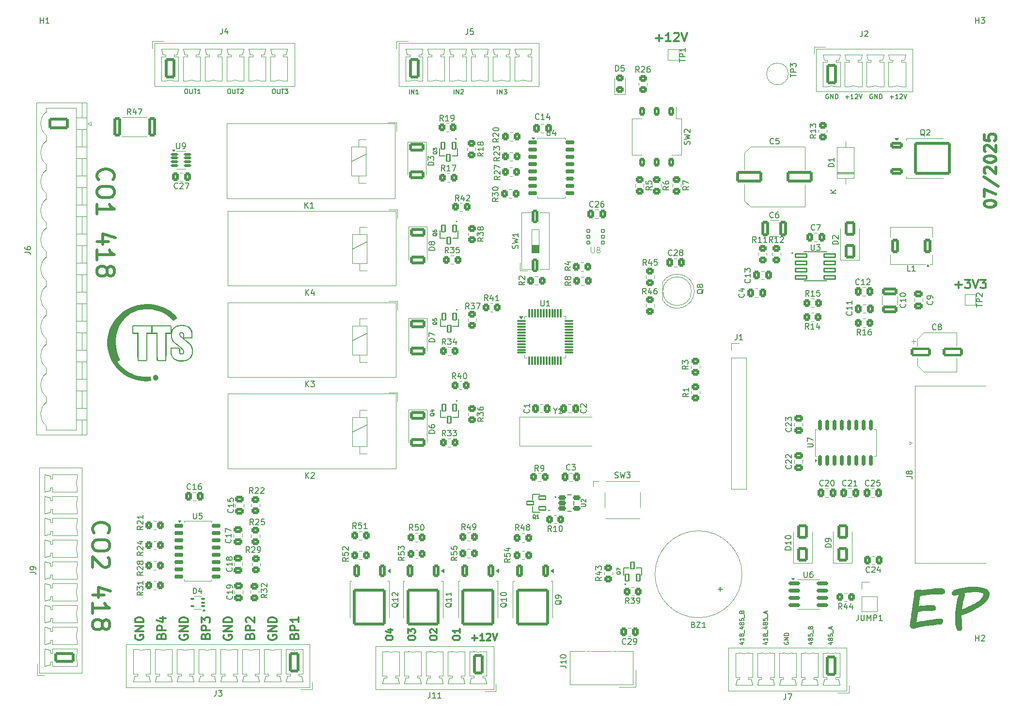
<source format=gto>
G04 #@! TF.GenerationSoftware,KiCad,Pcbnew,9.0.0*
G04 #@! TF.CreationDate,2025-07-26T18:59:56+02:00*
G04 #@! TF.ProjectId,BANC_TEST_418,42414e43-5f54-4455-9354-5f3431382e6b,rev?*
G04 #@! TF.SameCoordinates,Original*
G04 #@! TF.FileFunction,Legend,Top*
G04 #@! TF.FilePolarity,Positive*
%FSLAX46Y46*%
G04 Gerber Fmt 4.6, Leading zero omitted, Abs format (unit mm)*
G04 Created by KiCad (PCBNEW 9.0.0) date 2025-07-26 18:59:56*
%MOMM*%
%LPD*%
G01*
G04 APERTURE LIST*
G04 Aperture macros list*
%AMRoundRect*
0 Rectangle with rounded corners*
0 $1 Rounding radius*
0 $2 $3 $4 $5 $6 $7 $8 $9 X,Y pos of 4 corners*
0 Add a 4 corners polygon primitive as box body*
4,1,4,$2,$3,$4,$5,$6,$7,$8,$9,$2,$3,0*
0 Add four circle primitives for the rounded corners*
1,1,$1+$1,$2,$3*
1,1,$1+$1,$4,$5*
1,1,$1+$1,$6,$7*
1,1,$1+$1,$8,$9*
0 Add four rect primitives between the rounded corners*
20,1,$1+$1,$2,$3,$4,$5,0*
20,1,$1+$1,$4,$5,$6,$7,0*
20,1,$1+$1,$6,$7,$8,$9,0*
20,1,$1+$1,$8,$9,$2,$3,0*%
%AMFreePoly0*
4,1,19,0.809954,1.482520,0.847008,1.431520,0.852000,1.400000,0.852000,-1.000000,0.832520,-1.059954,0.781520,-1.097008,0.750000,-1.102000,-0.750000,-1.102000,-0.809954,-1.082520,-0.847008,-1.031520,-0.852000,-1.000000,-0.852000,1.150000,-0.832520,1.209954,-0.822125,1.222125,-0.572125,1.472125,-0.515956,1.500744,-0.500000,1.502000,0.750000,1.502000,0.809954,1.482520,0.809954,1.482520,
$1*%
G04 Aperture macros list end*
%ADD10C,0.300000*%
%ADD11C,0.500000*%
%ADD12C,0.200000*%
%ADD13C,0.187500*%
%ADD14C,0.150000*%
%ADD15C,0.125000*%
%ADD16C,0.120000*%
%ADD17C,0.127000*%
%ADD18C,0.100000*%
%ADD19C,0.000000*%
%ADD20RoundRect,0.250000X-0.337500X-0.475000X0.337500X-0.475000X0.337500X0.475000X-0.337500X0.475000X0*%
%ADD21RoundRect,0.250000X-0.450000X0.350000X-0.450000X-0.350000X0.450000X-0.350000X0.450000X0.350000X0*%
%ADD22RoundRect,0.250000X-0.300000X0.500000X-0.300000X-0.500000X0.300000X-0.500000X0.300000X0.500000X0*%
%ADD23RoundRect,0.250000X1.550000X-0.650000X1.550000X0.650000X-1.550000X0.650000X-1.550000X-0.650000X0*%
%ADD24O,3.600000X1.800000*%
%ADD25R,1.800000X1.800000*%
%ADD26C,1.800000*%
%ADD27RoundRect,0.250000X0.350000X0.450000X-0.350000X0.450000X-0.350000X-0.450000X0.350000X-0.450000X0*%
%ADD28RoundRect,0.100000X0.225000X0.100000X-0.225000X0.100000X-0.225000X-0.100000X0.225000X-0.100000X0*%
%ADD29RoundRect,0.198500X-0.508500X-0.198500X0.508500X-0.198500X0.508500X0.198500X-0.508500X0.198500X0*%
%ADD30RoundRect,0.250000X-0.350000X-0.450000X0.350000X-0.450000X0.350000X0.450000X-0.350000X0.450000X0*%
%ADD31R,1.500000X1.500000*%
%ADD32RoundRect,0.250000X-0.350000X0.850000X-0.350000X-0.850000X0.350000X-0.850000X0.350000X0.850000X0*%
%ADD33RoundRect,0.249997X-2.650003X2.950003X-2.650003X-2.950003X2.650003X-2.950003X2.650003X2.950003X0*%
%ADD34C,4.000000*%
%ADD35R,1.600000X1.600000*%
%ADD36C,1.600000*%
%ADD37RoundRect,0.100500X-0.986500X-0.301500X0.986500X-0.301500X0.986500X0.301500X-0.986500X0.301500X0*%
%ADD38RoundRect,0.250000X0.310000X-0.970000X0.310000X0.970000X-0.310000X0.970000X-0.310000X-0.970000X0*%
%ADD39RoundRect,0.250000X0.475000X-0.337500X0.475000X0.337500X-0.475000X0.337500X-0.475000X-0.337500X0*%
%ADD40RoundRect,0.250000X0.650000X-1.000000X0.650000X1.000000X-0.650000X1.000000X-0.650000X-1.000000X0*%
%ADD41RoundRect,0.250000X0.450000X-0.350000X0.450000X0.350000X-0.450000X0.350000X-0.450000X-0.350000X0*%
%ADD42RoundRect,0.250000X-0.850000X-0.350000X0.850000X-0.350000X0.850000X0.350000X-0.850000X0.350000X0*%
%ADD43RoundRect,0.249997X-2.950003X-2.650003X2.950003X-2.650003X2.950003X2.650003X-2.950003X2.650003X0*%
%ADD44RoundRect,0.250000X-0.650000X-1.550000X0.650000X-1.550000X0.650000X1.550000X-0.650000X1.550000X0*%
%ADD45O,1.800000X3.600000*%
%ADD46RoundRect,0.250000X0.337500X0.475000X-0.337500X0.475000X-0.337500X-0.475000X0.337500X-0.475000X0*%
%ADD47RoundRect,0.249999X-0.450001X-1.425001X0.450001X-1.425001X0.450001X1.425001X-0.450001X1.425001X0*%
%ADD48O,2.000000X3.000000*%
%ADD49R,3.000000X2.000000*%
%ADD50O,3.000000X2.000000*%
%ADD51RoundRect,0.100500X-0.301500X0.616500X-0.301500X-0.616500X0.301500X-0.616500X0.301500X0.616500X0*%
%ADD52RoundRect,0.150000X-0.650000X-0.150000X0.650000X-0.150000X0.650000X0.150000X-0.650000X0.150000X0*%
%ADD53RoundRect,0.125000X-0.537500X-0.125000X0.537500X-0.125000X0.537500X0.125000X-0.537500X0.125000X0*%
%ADD54RoundRect,0.250000X-1.100000X0.412500X-1.100000X-0.412500X1.100000X-0.412500X1.100000X0.412500X0*%
%ADD55RoundRect,0.150000X-0.825000X-0.150000X0.825000X-0.150000X0.825000X0.150000X-0.825000X0.150000X0*%
%ADD56RoundRect,0.249999X-1.550001X0.790001X-1.550001X-0.790001X1.550001X-0.790001X1.550001X0.790001X0*%
%ADD57O,3.600000X2.080000*%
%ADD58R,1.600000X1.400000*%
%ADD59RoundRect,0.250000X-1.100000X0.500000X-1.100000X-0.500000X1.100000X-0.500000X1.100000X0.500000X0*%
%ADD60RoundRect,0.250000X0.650000X1.550000X-0.650000X1.550000X-0.650000X-1.550000X0.650000X-1.550000X0*%
%ADD61R,4.500000X2.000000*%
%ADD62RoundRect,0.250000X0.445000X1.020000X-0.445000X1.020000X-0.445000X-1.020000X0.445000X-1.020000X0*%
%ADD63RoundRect,0.250000X-0.475000X0.337500X-0.475000X-0.337500X0.475000X-0.337500X0.475000X0.337500X0*%
%ADD64C,8.600000*%
%ADD65RoundRect,0.200000X-0.600000X-0.100000X0.600000X-0.100000X0.600000X0.100000X-0.600000X0.100000X0*%
%ADD66R,1.524000X1.524000*%
%ADD67C,1.524000*%
%ADD68C,3.400000*%
%ADD69RoundRect,0.100500X0.301500X-0.616500X0.301500X0.616500X-0.301500X0.616500X-0.301500X-0.616500X0*%
%ADD70RoundRect,0.100500X0.616500X0.301500X-0.616500X0.301500X-0.616500X-0.301500X0.616500X-0.301500X0*%
%ADD71RoundRect,0.250000X-0.412500X-1.100000X0.412500X-1.100000X0.412500X1.100000X-0.412500X1.100000X0*%
%ADD72RoundRect,0.075000X-0.662500X-0.075000X0.662500X-0.075000X0.662500X0.075000X-0.662500X0.075000X0*%
%ADD73RoundRect,0.075000X-0.075000X-0.662500X0.075000X-0.662500X0.075000X0.662500X-0.075000X0.662500X0*%
%ADD74R,2.200000X2.200000*%
%ADD75O,2.200000X2.200000*%
%ADD76RoundRect,0.250000X-1.500000X-0.550000X1.500000X-0.550000X1.500000X0.550000X-1.500000X0.550000X0*%
%ADD77R,1.700000X1.700000*%
%ADD78O,1.700000X1.700000*%
%ADD79RoundRect,0.250000X0.450000X-0.325000X0.450000X0.325000X-0.450000X0.325000X-0.450000X-0.325000X0*%
%ADD80RoundRect,0.250001X-2.049999X-0.799999X2.049999X-0.799999X2.049999X0.799999X-2.049999X0.799999X0*%
%ADD81RoundRect,0.162500X0.162500X-0.750000X0.162500X0.750000X-0.162500X0.750000X-0.162500X-0.750000X0*%
%ADD82RoundRect,0.102000X0.250000X0.250000X-0.250000X0.250000X-0.250000X-0.250000X0.250000X-0.250000X0*%
%ADD83FreePoly0,180.000000*%
%ADD84R,2.000000X2.000000*%
%ADD85C,2.000000*%
G04 APERTURE END LIST*
D10*
X110229400Y-133645489D02*
X110300828Y-133431203D01*
X110300828Y-133431203D02*
X110372257Y-133359774D01*
X110372257Y-133359774D02*
X110515114Y-133288346D01*
X110515114Y-133288346D02*
X110729400Y-133288346D01*
X110729400Y-133288346D02*
X110872257Y-133359774D01*
X110872257Y-133359774D02*
X110943686Y-133431203D01*
X110943686Y-133431203D02*
X111015114Y-133574060D01*
X111015114Y-133574060D02*
X111015114Y-134145489D01*
X111015114Y-134145489D02*
X109515114Y-134145489D01*
X109515114Y-134145489D02*
X109515114Y-133645489D01*
X109515114Y-133645489D02*
X109586543Y-133502632D01*
X109586543Y-133502632D02*
X109657971Y-133431203D01*
X109657971Y-133431203D02*
X109800828Y-133359774D01*
X109800828Y-133359774D02*
X109943686Y-133359774D01*
X109943686Y-133359774D02*
X110086543Y-133431203D01*
X110086543Y-133431203D02*
X110157971Y-133502632D01*
X110157971Y-133502632D02*
X110229400Y-133645489D01*
X110229400Y-133645489D02*
X110229400Y-134145489D01*
X111015114Y-132645489D02*
X109515114Y-132645489D01*
X109515114Y-132645489D02*
X109515114Y-132074060D01*
X109515114Y-132074060D02*
X109586543Y-131931203D01*
X109586543Y-131931203D02*
X109657971Y-131859774D01*
X109657971Y-131859774D02*
X109800828Y-131788346D01*
X109800828Y-131788346D02*
X110015114Y-131788346D01*
X110015114Y-131788346D02*
X110157971Y-131859774D01*
X110157971Y-131859774D02*
X110229400Y-131931203D01*
X110229400Y-131931203D02*
X110300828Y-132074060D01*
X110300828Y-132074060D02*
X110300828Y-132645489D01*
X109515114Y-131288346D02*
X109515114Y-130359774D01*
X109515114Y-130359774D02*
X110086543Y-130859774D01*
X110086543Y-130859774D02*
X110086543Y-130645489D01*
X110086543Y-130645489D02*
X110157971Y-130502632D01*
X110157971Y-130502632D02*
X110229400Y-130431203D01*
X110229400Y-130431203D02*
X110372257Y-130359774D01*
X110372257Y-130359774D02*
X110729400Y-130359774D01*
X110729400Y-130359774D02*
X110872257Y-130431203D01*
X110872257Y-130431203D02*
X110943686Y-130502632D01*
X110943686Y-130502632D02*
X111015114Y-130645489D01*
X111015114Y-130645489D02*
X111015114Y-131074060D01*
X111015114Y-131074060D02*
X110943686Y-131216917D01*
X110943686Y-131216917D02*
X110872257Y-131288346D01*
X117972257Y-133645489D02*
X118043685Y-133431203D01*
X118043685Y-133431203D02*
X118115114Y-133359774D01*
X118115114Y-133359774D02*
X118257971Y-133288346D01*
X118257971Y-133288346D02*
X118472257Y-133288346D01*
X118472257Y-133288346D02*
X118615114Y-133359774D01*
X118615114Y-133359774D02*
X118686543Y-133431203D01*
X118686543Y-133431203D02*
X118757971Y-133574060D01*
X118757971Y-133574060D02*
X118757971Y-134145489D01*
X118757971Y-134145489D02*
X117257971Y-134145489D01*
X117257971Y-134145489D02*
X117257971Y-133645489D01*
X117257971Y-133645489D02*
X117329400Y-133502632D01*
X117329400Y-133502632D02*
X117400828Y-133431203D01*
X117400828Y-133431203D02*
X117543685Y-133359774D01*
X117543685Y-133359774D02*
X117686543Y-133359774D01*
X117686543Y-133359774D02*
X117829400Y-133431203D01*
X117829400Y-133431203D02*
X117900828Y-133502632D01*
X117900828Y-133502632D02*
X117972257Y-133645489D01*
X117972257Y-133645489D02*
X117972257Y-134145489D01*
X118757971Y-132645489D02*
X117257971Y-132645489D01*
X117257971Y-132645489D02*
X117257971Y-132074060D01*
X117257971Y-132074060D02*
X117329400Y-131931203D01*
X117329400Y-131931203D02*
X117400828Y-131859774D01*
X117400828Y-131859774D02*
X117543685Y-131788346D01*
X117543685Y-131788346D02*
X117757971Y-131788346D01*
X117757971Y-131788346D02*
X117900828Y-131859774D01*
X117900828Y-131859774D02*
X117972257Y-131931203D01*
X117972257Y-131931203D02*
X118043685Y-132074060D01*
X118043685Y-132074060D02*
X118043685Y-132645489D01*
X117400828Y-131216917D02*
X117329400Y-131145489D01*
X117329400Y-131145489D02*
X117257971Y-131002632D01*
X117257971Y-131002632D02*
X117257971Y-130645489D01*
X117257971Y-130645489D02*
X117329400Y-130502632D01*
X117329400Y-130502632D02*
X117400828Y-130431203D01*
X117400828Y-130431203D02*
X117543685Y-130359774D01*
X117543685Y-130359774D02*
X117686543Y-130359774D01*
X117686543Y-130359774D02*
X117900828Y-130431203D01*
X117900828Y-130431203D02*
X118757971Y-131288346D01*
X118757971Y-131288346D02*
X118757971Y-130359774D01*
D11*
X90778857Y-115657518D02*
X90636000Y-115514661D01*
X90636000Y-115514661D02*
X90493142Y-115086089D01*
X90493142Y-115086089D02*
X90493142Y-114800375D01*
X90493142Y-114800375D02*
X90636000Y-114371804D01*
X90636000Y-114371804D02*
X90921714Y-114086089D01*
X90921714Y-114086089D02*
X91207428Y-113943232D01*
X91207428Y-113943232D02*
X91778857Y-113800375D01*
X91778857Y-113800375D02*
X92207428Y-113800375D01*
X92207428Y-113800375D02*
X92778857Y-113943232D01*
X92778857Y-113943232D02*
X93064571Y-114086089D01*
X93064571Y-114086089D02*
X93350285Y-114371804D01*
X93350285Y-114371804D02*
X93493142Y-114800375D01*
X93493142Y-114800375D02*
X93493142Y-115086089D01*
X93493142Y-115086089D02*
X93350285Y-115514661D01*
X93350285Y-115514661D02*
X93207428Y-115657518D01*
X93493142Y-117514661D02*
X93493142Y-118086089D01*
X93493142Y-118086089D02*
X93350285Y-118371804D01*
X93350285Y-118371804D02*
X93064571Y-118657518D01*
X93064571Y-118657518D02*
X92493142Y-118800375D01*
X92493142Y-118800375D02*
X91493142Y-118800375D01*
X91493142Y-118800375D02*
X90921714Y-118657518D01*
X90921714Y-118657518D02*
X90636000Y-118371804D01*
X90636000Y-118371804D02*
X90493142Y-118086089D01*
X90493142Y-118086089D02*
X90493142Y-117514661D01*
X90493142Y-117514661D02*
X90636000Y-117228947D01*
X90636000Y-117228947D02*
X90921714Y-116943232D01*
X90921714Y-116943232D02*
X91493142Y-116800375D01*
X91493142Y-116800375D02*
X92493142Y-116800375D01*
X92493142Y-116800375D02*
X93064571Y-116943232D01*
X93064571Y-116943232D02*
X93350285Y-117228947D01*
X93350285Y-117228947D02*
X93493142Y-117514661D01*
X93207428Y-119943232D02*
X93350285Y-120086089D01*
X93350285Y-120086089D02*
X93493142Y-120371804D01*
X93493142Y-120371804D02*
X93493142Y-121086089D01*
X93493142Y-121086089D02*
X93350285Y-121371804D01*
X93350285Y-121371804D02*
X93207428Y-121514661D01*
X93207428Y-121514661D02*
X92921714Y-121657518D01*
X92921714Y-121657518D02*
X92636000Y-121657518D01*
X92636000Y-121657518D02*
X92207428Y-121514661D01*
X92207428Y-121514661D02*
X90493142Y-119800375D01*
X90493142Y-119800375D02*
X90493142Y-121657518D01*
X92493142Y-126514661D02*
X90493142Y-126514661D01*
X93636000Y-125800375D02*
X91493142Y-125086089D01*
X91493142Y-125086089D02*
X91493142Y-126943232D01*
X90493142Y-129657518D02*
X90493142Y-127943232D01*
X90493142Y-128800375D02*
X93493142Y-128800375D01*
X93493142Y-128800375D02*
X93064571Y-128514661D01*
X93064571Y-128514661D02*
X92778857Y-128228946D01*
X92778857Y-128228946D02*
X92636000Y-127943232D01*
X92207428Y-131371804D02*
X92350285Y-131086089D01*
X92350285Y-131086089D02*
X92493142Y-130943232D01*
X92493142Y-130943232D02*
X92778857Y-130800375D01*
X92778857Y-130800375D02*
X92921714Y-130800375D01*
X92921714Y-130800375D02*
X93207428Y-130943232D01*
X93207428Y-130943232D02*
X93350285Y-131086089D01*
X93350285Y-131086089D02*
X93493142Y-131371804D01*
X93493142Y-131371804D02*
X93493142Y-131943232D01*
X93493142Y-131943232D02*
X93350285Y-132228947D01*
X93350285Y-132228947D02*
X93207428Y-132371804D01*
X93207428Y-132371804D02*
X92921714Y-132514661D01*
X92921714Y-132514661D02*
X92778857Y-132514661D01*
X92778857Y-132514661D02*
X92493142Y-132371804D01*
X92493142Y-132371804D02*
X92350285Y-132228947D01*
X92350285Y-132228947D02*
X92207428Y-131943232D01*
X92207428Y-131943232D02*
X92207428Y-131371804D01*
X92207428Y-131371804D02*
X92064571Y-131086089D01*
X92064571Y-131086089D02*
X91921714Y-130943232D01*
X91921714Y-130943232D02*
X91636000Y-130800375D01*
X91636000Y-130800375D02*
X91064571Y-130800375D01*
X91064571Y-130800375D02*
X90778857Y-130943232D01*
X90778857Y-130943232D02*
X90636000Y-131086089D01*
X90636000Y-131086089D02*
X90493142Y-131371804D01*
X90493142Y-131371804D02*
X90493142Y-131943232D01*
X90493142Y-131943232D02*
X90636000Y-132228947D01*
X90636000Y-132228947D02*
X90778857Y-132371804D01*
X90778857Y-132371804D02*
X91064571Y-132514661D01*
X91064571Y-132514661D02*
X91636000Y-132514661D01*
X91636000Y-132514661D02*
X91921714Y-132371804D01*
X91921714Y-132371804D02*
X92064571Y-132228947D01*
X92064571Y-132228947D02*
X92207428Y-131943232D01*
X246279238Y-58163910D02*
X246279238Y-57973433D01*
X246279238Y-57973433D02*
X246374476Y-57782957D01*
X246374476Y-57782957D02*
X246469714Y-57687719D01*
X246469714Y-57687719D02*
X246660190Y-57592481D01*
X246660190Y-57592481D02*
X247041142Y-57497243D01*
X247041142Y-57497243D02*
X247517333Y-57497243D01*
X247517333Y-57497243D02*
X247898285Y-57592481D01*
X247898285Y-57592481D02*
X248088761Y-57687719D01*
X248088761Y-57687719D02*
X248184000Y-57782957D01*
X248184000Y-57782957D02*
X248279238Y-57973433D01*
X248279238Y-57973433D02*
X248279238Y-58163910D01*
X248279238Y-58163910D02*
X248184000Y-58354386D01*
X248184000Y-58354386D02*
X248088761Y-58449624D01*
X248088761Y-58449624D02*
X247898285Y-58544862D01*
X247898285Y-58544862D02*
X247517333Y-58640100D01*
X247517333Y-58640100D02*
X247041142Y-58640100D01*
X247041142Y-58640100D02*
X246660190Y-58544862D01*
X246660190Y-58544862D02*
X246469714Y-58449624D01*
X246469714Y-58449624D02*
X246374476Y-58354386D01*
X246374476Y-58354386D02*
X246279238Y-58163910D01*
X246279238Y-56830576D02*
X246279238Y-55497243D01*
X246279238Y-55497243D02*
X248279238Y-56354386D01*
X246184000Y-53306767D02*
X248755428Y-55021052D01*
X246469714Y-52735338D02*
X246374476Y-52640100D01*
X246374476Y-52640100D02*
X246279238Y-52449624D01*
X246279238Y-52449624D02*
X246279238Y-51973433D01*
X246279238Y-51973433D02*
X246374476Y-51782957D01*
X246374476Y-51782957D02*
X246469714Y-51687719D01*
X246469714Y-51687719D02*
X246660190Y-51592481D01*
X246660190Y-51592481D02*
X246850666Y-51592481D01*
X246850666Y-51592481D02*
X247136380Y-51687719D01*
X247136380Y-51687719D02*
X248279238Y-52830576D01*
X248279238Y-52830576D02*
X248279238Y-51592481D01*
X246279238Y-50354386D02*
X246279238Y-50163909D01*
X246279238Y-50163909D02*
X246374476Y-49973433D01*
X246374476Y-49973433D02*
X246469714Y-49878195D01*
X246469714Y-49878195D02*
X246660190Y-49782957D01*
X246660190Y-49782957D02*
X247041142Y-49687719D01*
X247041142Y-49687719D02*
X247517333Y-49687719D01*
X247517333Y-49687719D02*
X247898285Y-49782957D01*
X247898285Y-49782957D02*
X248088761Y-49878195D01*
X248088761Y-49878195D02*
X248184000Y-49973433D01*
X248184000Y-49973433D02*
X248279238Y-50163909D01*
X248279238Y-50163909D02*
X248279238Y-50354386D01*
X248279238Y-50354386D02*
X248184000Y-50544862D01*
X248184000Y-50544862D02*
X248088761Y-50640100D01*
X248088761Y-50640100D02*
X247898285Y-50735338D01*
X247898285Y-50735338D02*
X247517333Y-50830576D01*
X247517333Y-50830576D02*
X247041142Y-50830576D01*
X247041142Y-50830576D02*
X246660190Y-50735338D01*
X246660190Y-50735338D02*
X246469714Y-50640100D01*
X246469714Y-50640100D02*
X246374476Y-50544862D01*
X246374476Y-50544862D02*
X246279238Y-50354386D01*
X246469714Y-48925814D02*
X246374476Y-48830576D01*
X246374476Y-48830576D02*
X246279238Y-48640100D01*
X246279238Y-48640100D02*
X246279238Y-48163909D01*
X246279238Y-48163909D02*
X246374476Y-47973433D01*
X246374476Y-47973433D02*
X246469714Y-47878195D01*
X246469714Y-47878195D02*
X246660190Y-47782957D01*
X246660190Y-47782957D02*
X246850666Y-47782957D01*
X246850666Y-47782957D02*
X247136380Y-47878195D01*
X247136380Y-47878195D02*
X248279238Y-49021052D01*
X248279238Y-49021052D02*
X248279238Y-47782957D01*
X246279238Y-45973433D02*
X246279238Y-46925814D01*
X246279238Y-46925814D02*
X247231619Y-47021052D01*
X247231619Y-47021052D02*
X247136380Y-46925814D01*
X247136380Y-46925814D02*
X247041142Y-46735338D01*
X247041142Y-46735338D02*
X247041142Y-46259147D01*
X247041142Y-46259147D02*
X247136380Y-46068671D01*
X247136380Y-46068671D02*
X247231619Y-45973433D01*
X247231619Y-45973433D02*
X247422095Y-45878195D01*
X247422095Y-45878195D02*
X247898285Y-45878195D01*
X247898285Y-45878195D02*
X248088761Y-45973433D01*
X248088761Y-45973433D02*
X248184000Y-46068671D01*
X248184000Y-46068671D02*
X248279238Y-46259147D01*
X248279238Y-46259147D02*
X248279238Y-46735338D01*
X248279238Y-46735338D02*
X248184000Y-46925814D01*
X248184000Y-46925814D02*
X248088761Y-47021052D01*
D10*
X102486543Y-133645489D02*
X102557971Y-133431203D01*
X102557971Y-133431203D02*
X102629400Y-133359774D01*
X102629400Y-133359774D02*
X102772257Y-133288346D01*
X102772257Y-133288346D02*
X102986543Y-133288346D01*
X102986543Y-133288346D02*
X103129400Y-133359774D01*
X103129400Y-133359774D02*
X103200829Y-133431203D01*
X103200829Y-133431203D02*
X103272257Y-133574060D01*
X103272257Y-133574060D02*
X103272257Y-134145489D01*
X103272257Y-134145489D02*
X101772257Y-134145489D01*
X101772257Y-134145489D02*
X101772257Y-133645489D01*
X101772257Y-133645489D02*
X101843686Y-133502632D01*
X101843686Y-133502632D02*
X101915114Y-133431203D01*
X101915114Y-133431203D02*
X102057971Y-133359774D01*
X102057971Y-133359774D02*
X102200829Y-133359774D01*
X102200829Y-133359774D02*
X102343686Y-133431203D01*
X102343686Y-133431203D02*
X102415114Y-133502632D01*
X102415114Y-133502632D02*
X102486543Y-133645489D01*
X102486543Y-133645489D02*
X102486543Y-134145489D01*
X103272257Y-132645489D02*
X101772257Y-132645489D01*
X101772257Y-132645489D02*
X101772257Y-132074060D01*
X101772257Y-132074060D02*
X101843686Y-131931203D01*
X101843686Y-131931203D02*
X101915114Y-131859774D01*
X101915114Y-131859774D02*
X102057971Y-131788346D01*
X102057971Y-131788346D02*
X102272257Y-131788346D01*
X102272257Y-131788346D02*
X102415114Y-131859774D01*
X102415114Y-131859774D02*
X102486543Y-131931203D01*
X102486543Y-131931203D02*
X102557971Y-132074060D01*
X102557971Y-132074060D02*
X102557971Y-132645489D01*
X102272257Y-130502632D02*
X103272257Y-130502632D01*
X101700829Y-130859774D02*
X102772257Y-131216917D01*
X102772257Y-131216917D02*
X102772257Y-130288346D01*
X153437542Y-134088346D02*
X153437542Y-133859774D01*
X153437542Y-133859774D02*
X153494685Y-133745489D01*
X153494685Y-133745489D02*
X153608971Y-133631203D01*
X153608971Y-133631203D02*
X153837542Y-133574060D01*
X153837542Y-133574060D02*
X154237542Y-133574060D01*
X154237542Y-133574060D02*
X154466114Y-133631203D01*
X154466114Y-133631203D02*
X154580400Y-133745489D01*
X154580400Y-133745489D02*
X154637542Y-133859774D01*
X154637542Y-133859774D02*
X154637542Y-134088346D01*
X154637542Y-134088346D02*
X154580400Y-134202632D01*
X154580400Y-134202632D02*
X154466114Y-134316917D01*
X154466114Y-134316917D02*
X154237542Y-134374060D01*
X154237542Y-134374060D02*
X153837542Y-134374060D01*
X153837542Y-134374060D02*
X153608971Y-134316917D01*
X153608971Y-134316917D02*
X153494685Y-134202632D01*
X153494685Y-134202632D02*
X153437542Y-134088346D01*
X154637542Y-132431203D02*
X154637542Y-133116917D01*
X154637542Y-132774060D02*
X153437542Y-132774060D01*
X153437542Y-132774060D02*
X153608971Y-132888346D01*
X153608971Y-132888346D02*
X153723257Y-133002631D01*
X153723257Y-133002631D02*
X153780400Y-133116917D01*
D12*
X106774435Y-37991695D02*
X106926816Y-37991695D01*
X106926816Y-37991695D02*
X107003006Y-38029790D01*
X107003006Y-38029790D02*
X107079197Y-38105980D01*
X107079197Y-38105980D02*
X107117292Y-38258361D01*
X107117292Y-38258361D02*
X107117292Y-38525028D01*
X107117292Y-38525028D02*
X107079197Y-38677409D01*
X107079197Y-38677409D02*
X107003006Y-38753600D01*
X107003006Y-38753600D02*
X106926816Y-38791695D01*
X106926816Y-38791695D02*
X106774435Y-38791695D01*
X106774435Y-38791695D02*
X106698244Y-38753600D01*
X106698244Y-38753600D02*
X106622054Y-38677409D01*
X106622054Y-38677409D02*
X106583958Y-38525028D01*
X106583958Y-38525028D02*
X106583958Y-38258361D01*
X106583958Y-38258361D02*
X106622054Y-38105980D01*
X106622054Y-38105980D02*
X106698244Y-38029790D01*
X106698244Y-38029790D02*
X106774435Y-37991695D01*
X107460149Y-37991695D02*
X107460149Y-38639314D01*
X107460149Y-38639314D02*
X107498244Y-38715504D01*
X107498244Y-38715504D02*
X107536339Y-38753600D01*
X107536339Y-38753600D02*
X107612530Y-38791695D01*
X107612530Y-38791695D02*
X107764911Y-38791695D01*
X107764911Y-38791695D02*
X107841101Y-38753600D01*
X107841101Y-38753600D02*
X107879196Y-38715504D01*
X107879196Y-38715504D02*
X107917292Y-38639314D01*
X107917292Y-38639314D02*
X107917292Y-37991695D01*
X108183958Y-37991695D02*
X108641101Y-37991695D01*
X108412529Y-38791695D02*
X108412529Y-37991695D01*
X109326815Y-38791695D02*
X108869672Y-38791695D01*
X109098244Y-38791695D02*
X109098244Y-37991695D01*
X109098244Y-37991695D02*
X109022053Y-38105980D01*
X109022053Y-38105980D02*
X108945863Y-38182171D01*
X108945863Y-38182171D02*
X108869672Y-38220266D01*
D11*
X91578857Y-53857518D02*
X91436000Y-53714661D01*
X91436000Y-53714661D02*
X91293142Y-53286089D01*
X91293142Y-53286089D02*
X91293142Y-53000375D01*
X91293142Y-53000375D02*
X91436000Y-52571804D01*
X91436000Y-52571804D02*
X91721714Y-52286089D01*
X91721714Y-52286089D02*
X92007428Y-52143232D01*
X92007428Y-52143232D02*
X92578857Y-52000375D01*
X92578857Y-52000375D02*
X93007428Y-52000375D01*
X93007428Y-52000375D02*
X93578857Y-52143232D01*
X93578857Y-52143232D02*
X93864571Y-52286089D01*
X93864571Y-52286089D02*
X94150285Y-52571804D01*
X94150285Y-52571804D02*
X94293142Y-53000375D01*
X94293142Y-53000375D02*
X94293142Y-53286089D01*
X94293142Y-53286089D02*
X94150285Y-53714661D01*
X94150285Y-53714661D02*
X94007428Y-53857518D01*
X94293142Y-55714661D02*
X94293142Y-56286089D01*
X94293142Y-56286089D02*
X94150285Y-56571804D01*
X94150285Y-56571804D02*
X93864571Y-56857518D01*
X93864571Y-56857518D02*
X93293142Y-57000375D01*
X93293142Y-57000375D02*
X92293142Y-57000375D01*
X92293142Y-57000375D02*
X91721714Y-56857518D01*
X91721714Y-56857518D02*
X91436000Y-56571804D01*
X91436000Y-56571804D02*
X91293142Y-56286089D01*
X91293142Y-56286089D02*
X91293142Y-55714661D01*
X91293142Y-55714661D02*
X91436000Y-55428947D01*
X91436000Y-55428947D02*
X91721714Y-55143232D01*
X91721714Y-55143232D02*
X92293142Y-55000375D01*
X92293142Y-55000375D02*
X93293142Y-55000375D01*
X93293142Y-55000375D02*
X93864571Y-55143232D01*
X93864571Y-55143232D02*
X94150285Y-55428947D01*
X94150285Y-55428947D02*
X94293142Y-55714661D01*
X91293142Y-59857518D02*
X91293142Y-58143232D01*
X91293142Y-59000375D02*
X94293142Y-59000375D01*
X94293142Y-59000375D02*
X93864571Y-58714661D01*
X93864571Y-58714661D02*
X93578857Y-58428946D01*
X93578857Y-58428946D02*
X93436000Y-58143232D01*
X93293142Y-64714661D02*
X91293142Y-64714661D01*
X94436000Y-64000375D02*
X92293142Y-63286089D01*
X92293142Y-63286089D02*
X92293142Y-65143232D01*
X91293142Y-67857518D02*
X91293142Y-66143232D01*
X91293142Y-67000375D02*
X94293142Y-67000375D01*
X94293142Y-67000375D02*
X93864571Y-66714661D01*
X93864571Y-66714661D02*
X93578857Y-66428946D01*
X93578857Y-66428946D02*
X93436000Y-66143232D01*
X93007428Y-69571804D02*
X93150285Y-69286089D01*
X93150285Y-69286089D02*
X93293142Y-69143232D01*
X93293142Y-69143232D02*
X93578857Y-69000375D01*
X93578857Y-69000375D02*
X93721714Y-69000375D01*
X93721714Y-69000375D02*
X94007428Y-69143232D01*
X94007428Y-69143232D02*
X94150285Y-69286089D01*
X94150285Y-69286089D02*
X94293142Y-69571804D01*
X94293142Y-69571804D02*
X94293142Y-70143232D01*
X94293142Y-70143232D02*
X94150285Y-70428947D01*
X94150285Y-70428947D02*
X94007428Y-70571804D01*
X94007428Y-70571804D02*
X93721714Y-70714661D01*
X93721714Y-70714661D02*
X93578857Y-70714661D01*
X93578857Y-70714661D02*
X93293142Y-70571804D01*
X93293142Y-70571804D02*
X93150285Y-70428947D01*
X93150285Y-70428947D02*
X93007428Y-70143232D01*
X93007428Y-70143232D02*
X93007428Y-69571804D01*
X93007428Y-69571804D02*
X92864571Y-69286089D01*
X92864571Y-69286089D02*
X92721714Y-69143232D01*
X92721714Y-69143232D02*
X92436000Y-69000375D01*
X92436000Y-69000375D02*
X91864571Y-69000375D01*
X91864571Y-69000375D02*
X91578857Y-69143232D01*
X91578857Y-69143232D02*
X91436000Y-69286089D01*
X91436000Y-69286089D02*
X91293142Y-69571804D01*
X91293142Y-69571804D02*
X91293142Y-70143232D01*
X91293142Y-70143232D02*
X91436000Y-70428947D01*
X91436000Y-70428947D02*
X91578857Y-70571804D01*
X91578857Y-70571804D02*
X91864571Y-70714661D01*
X91864571Y-70714661D02*
X92436000Y-70714661D01*
X92436000Y-70714661D02*
X92721714Y-70571804D01*
X92721714Y-70571804D02*
X92864571Y-70428947D01*
X92864571Y-70428947D02*
X93007428Y-70143232D01*
D10*
X97972257Y-133502632D02*
X97900828Y-133645490D01*
X97900828Y-133645490D02*
X97900828Y-133859775D01*
X97900828Y-133859775D02*
X97972257Y-134074061D01*
X97972257Y-134074061D02*
X98115114Y-134216918D01*
X98115114Y-134216918D02*
X98257971Y-134288347D01*
X98257971Y-134288347D02*
X98543685Y-134359775D01*
X98543685Y-134359775D02*
X98757971Y-134359775D01*
X98757971Y-134359775D02*
X99043685Y-134288347D01*
X99043685Y-134288347D02*
X99186542Y-134216918D01*
X99186542Y-134216918D02*
X99329400Y-134074061D01*
X99329400Y-134074061D02*
X99400828Y-133859775D01*
X99400828Y-133859775D02*
X99400828Y-133716918D01*
X99400828Y-133716918D02*
X99329400Y-133502632D01*
X99329400Y-133502632D02*
X99257971Y-133431204D01*
X99257971Y-133431204D02*
X98757971Y-133431204D01*
X98757971Y-133431204D02*
X98757971Y-133716918D01*
X99400828Y-132788347D02*
X97900828Y-132788347D01*
X97900828Y-132788347D02*
X99400828Y-131931204D01*
X99400828Y-131931204D02*
X97900828Y-131931204D01*
X99400828Y-131216918D02*
X97900828Y-131216918D01*
X97900828Y-131216918D02*
X97900828Y-130859775D01*
X97900828Y-130859775D02*
X97972257Y-130645489D01*
X97972257Y-130645489D02*
X98115114Y-130502632D01*
X98115114Y-130502632D02*
X98257971Y-130431203D01*
X98257971Y-130431203D02*
X98543685Y-130359775D01*
X98543685Y-130359775D02*
X98757971Y-130359775D01*
X98757971Y-130359775D02*
X99043685Y-130431203D01*
X99043685Y-130431203D02*
X99186542Y-130502632D01*
X99186542Y-130502632D02*
X99329400Y-130645489D01*
X99329400Y-130645489D02*
X99400828Y-130859775D01*
X99400828Y-130859775D02*
X99400828Y-131216918D01*
D12*
X226741101Y-38929790D02*
X226664911Y-38891695D01*
X226664911Y-38891695D02*
X226550625Y-38891695D01*
X226550625Y-38891695D02*
X226436339Y-38929790D01*
X226436339Y-38929790D02*
X226360149Y-39005980D01*
X226360149Y-39005980D02*
X226322054Y-39082171D01*
X226322054Y-39082171D02*
X226283958Y-39234552D01*
X226283958Y-39234552D02*
X226283958Y-39348838D01*
X226283958Y-39348838D02*
X226322054Y-39501219D01*
X226322054Y-39501219D02*
X226360149Y-39577409D01*
X226360149Y-39577409D02*
X226436339Y-39653600D01*
X226436339Y-39653600D02*
X226550625Y-39691695D01*
X226550625Y-39691695D02*
X226626816Y-39691695D01*
X226626816Y-39691695D02*
X226741101Y-39653600D01*
X226741101Y-39653600D02*
X226779197Y-39615504D01*
X226779197Y-39615504D02*
X226779197Y-39348838D01*
X226779197Y-39348838D02*
X226626816Y-39348838D01*
X227122054Y-39691695D02*
X227122054Y-38891695D01*
X227122054Y-38891695D02*
X227579197Y-39691695D01*
X227579197Y-39691695D02*
X227579197Y-38891695D01*
X227960149Y-39691695D02*
X227960149Y-38891695D01*
X227960149Y-38891695D02*
X228150625Y-38891695D01*
X228150625Y-38891695D02*
X228264911Y-38929790D01*
X228264911Y-38929790D02*
X228341101Y-39005980D01*
X228341101Y-39005980D02*
X228379196Y-39082171D01*
X228379196Y-39082171D02*
X228417292Y-39234552D01*
X228417292Y-39234552D02*
X228417292Y-39348838D01*
X228417292Y-39348838D02*
X228379196Y-39501219D01*
X228379196Y-39501219D02*
X228341101Y-39577409D01*
X228341101Y-39577409D02*
X228264911Y-39653600D01*
X228264911Y-39653600D02*
X228150625Y-39691695D01*
X228150625Y-39691695D02*
X227960149Y-39691695D01*
D10*
X145637542Y-134088346D02*
X145637542Y-133859774D01*
X145637542Y-133859774D02*
X145694685Y-133745489D01*
X145694685Y-133745489D02*
X145808971Y-133631203D01*
X145808971Y-133631203D02*
X146037542Y-133574060D01*
X146037542Y-133574060D02*
X146437542Y-133574060D01*
X146437542Y-133574060D02*
X146666114Y-133631203D01*
X146666114Y-133631203D02*
X146780400Y-133745489D01*
X146780400Y-133745489D02*
X146837542Y-133859774D01*
X146837542Y-133859774D02*
X146837542Y-134088346D01*
X146837542Y-134088346D02*
X146780400Y-134202632D01*
X146780400Y-134202632D02*
X146666114Y-134316917D01*
X146666114Y-134316917D02*
X146437542Y-134374060D01*
X146437542Y-134374060D02*
X146037542Y-134374060D01*
X146037542Y-134374060D02*
X145808971Y-134316917D01*
X145808971Y-134316917D02*
X145694685Y-134202632D01*
X145694685Y-134202632D02*
X145637542Y-134088346D01*
X145637542Y-133174060D02*
X145637542Y-132431203D01*
X145637542Y-132431203D02*
X146094685Y-132831203D01*
X146094685Y-132831203D02*
X146094685Y-132659774D01*
X146094685Y-132659774D02*
X146151828Y-132545489D01*
X146151828Y-132545489D02*
X146208971Y-132488346D01*
X146208971Y-132488346D02*
X146323257Y-132431203D01*
X146323257Y-132431203D02*
X146608971Y-132431203D01*
X146608971Y-132431203D02*
X146723257Y-132488346D01*
X146723257Y-132488346D02*
X146780400Y-132545489D01*
X146780400Y-132545489D02*
X146837542Y-132659774D01*
X146837542Y-132659774D02*
X146837542Y-133002631D01*
X146837542Y-133002631D02*
X146780400Y-133116917D01*
X146780400Y-133116917D02*
X146723257Y-133174060D01*
D12*
X229822054Y-39386933D02*
X230431578Y-39386933D01*
X230126816Y-39691695D02*
X230126816Y-39082171D01*
X231231577Y-39691695D02*
X230774434Y-39691695D01*
X231003006Y-39691695D02*
X231003006Y-38891695D01*
X231003006Y-38891695D02*
X230926815Y-39005980D01*
X230926815Y-39005980D02*
X230850625Y-39082171D01*
X230850625Y-39082171D02*
X230774434Y-39120266D01*
X231536339Y-38967885D02*
X231574435Y-38929790D01*
X231574435Y-38929790D02*
X231650625Y-38891695D01*
X231650625Y-38891695D02*
X231841101Y-38891695D01*
X231841101Y-38891695D02*
X231917292Y-38929790D01*
X231917292Y-38929790D02*
X231955387Y-38967885D01*
X231955387Y-38967885D02*
X231993482Y-39044076D01*
X231993482Y-39044076D02*
X231993482Y-39120266D01*
X231993482Y-39120266D02*
X231955387Y-39234552D01*
X231955387Y-39234552D02*
X231498244Y-39691695D01*
X231498244Y-39691695D02*
X231993482Y-39691695D01*
X232222054Y-38891695D02*
X232488721Y-39691695D01*
X232488721Y-39691695D02*
X232755387Y-38891695D01*
X222022054Y-39386933D02*
X222631578Y-39386933D01*
X222326816Y-39691695D02*
X222326816Y-39082171D01*
X223431577Y-39691695D02*
X222974434Y-39691695D01*
X223203006Y-39691695D02*
X223203006Y-38891695D01*
X223203006Y-38891695D02*
X223126815Y-39005980D01*
X223126815Y-39005980D02*
X223050625Y-39082171D01*
X223050625Y-39082171D02*
X222974434Y-39120266D01*
X223736339Y-38967885D02*
X223774435Y-38929790D01*
X223774435Y-38929790D02*
X223850625Y-38891695D01*
X223850625Y-38891695D02*
X224041101Y-38891695D01*
X224041101Y-38891695D02*
X224117292Y-38929790D01*
X224117292Y-38929790D02*
X224155387Y-38967885D01*
X224155387Y-38967885D02*
X224193482Y-39044076D01*
X224193482Y-39044076D02*
X224193482Y-39120266D01*
X224193482Y-39120266D02*
X224155387Y-39234552D01*
X224155387Y-39234552D02*
X223698244Y-39691695D01*
X223698244Y-39691695D02*
X224193482Y-39691695D01*
X224422054Y-38891695D02*
X224688721Y-39691695D01*
X224688721Y-39691695D02*
X224955387Y-38891695D01*
X145822054Y-38891695D02*
X145822054Y-38091695D01*
X146203006Y-38891695D02*
X146203006Y-38091695D01*
X146203006Y-38091695D02*
X146660149Y-38891695D01*
X146660149Y-38891695D02*
X146660149Y-38091695D01*
X147460148Y-38891695D02*
X147003005Y-38891695D01*
X147231577Y-38891695D02*
X147231577Y-38091695D01*
X147231577Y-38091695D02*
X147155386Y-38205980D01*
X147155386Y-38205980D02*
X147079196Y-38282171D01*
X147079196Y-38282171D02*
X147003005Y-38320266D01*
D13*
X207898464Y-134776645D02*
X208398464Y-134776645D01*
X207612750Y-134955216D02*
X208148464Y-135133787D01*
X208148464Y-135133787D02*
X208148464Y-134669502D01*
X208398464Y-133990930D02*
X208398464Y-134419501D01*
X208398464Y-134205216D02*
X207648464Y-134205216D01*
X207648464Y-134205216D02*
X207755607Y-134276644D01*
X207755607Y-134276644D02*
X207827035Y-134348073D01*
X207827035Y-134348073D02*
X207862750Y-134419501D01*
X207969892Y-133562358D02*
X207934178Y-133633787D01*
X207934178Y-133633787D02*
X207898464Y-133669501D01*
X207898464Y-133669501D02*
X207827035Y-133705215D01*
X207827035Y-133705215D02*
X207791321Y-133705215D01*
X207791321Y-133705215D02*
X207719892Y-133669501D01*
X207719892Y-133669501D02*
X207684178Y-133633787D01*
X207684178Y-133633787D02*
X207648464Y-133562358D01*
X207648464Y-133562358D02*
X207648464Y-133419501D01*
X207648464Y-133419501D02*
X207684178Y-133348073D01*
X207684178Y-133348073D02*
X207719892Y-133312358D01*
X207719892Y-133312358D02*
X207791321Y-133276644D01*
X207791321Y-133276644D02*
X207827035Y-133276644D01*
X207827035Y-133276644D02*
X207898464Y-133312358D01*
X207898464Y-133312358D02*
X207934178Y-133348073D01*
X207934178Y-133348073D02*
X207969892Y-133419501D01*
X207969892Y-133419501D02*
X207969892Y-133562358D01*
X207969892Y-133562358D02*
X208005607Y-133633787D01*
X208005607Y-133633787D02*
X208041321Y-133669501D01*
X208041321Y-133669501D02*
X208112750Y-133705215D01*
X208112750Y-133705215D02*
X208255607Y-133705215D01*
X208255607Y-133705215D02*
X208327035Y-133669501D01*
X208327035Y-133669501D02*
X208362750Y-133633787D01*
X208362750Y-133633787D02*
X208398464Y-133562358D01*
X208398464Y-133562358D02*
X208398464Y-133419501D01*
X208398464Y-133419501D02*
X208362750Y-133348073D01*
X208362750Y-133348073D02*
X208327035Y-133312358D01*
X208327035Y-133312358D02*
X208255607Y-133276644D01*
X208255607Y-133276644D02*
X208112750Y-133276644D01*
X208112750Y-133276644D02*
X208041321Y-133312358D01*
X208041321Y-133312358D02*
X208005607Y-133348073D01*
X208005607Y-133348073D02*
X207969892Y-133419501D01*
X208469892Y-133133787D02*
X208469892Y-132562358D01*
X207898464Y-132062358D02*
X208398464Y-132062358D01*
X207612750Y-132240929D02*
X208148464Y-132419500D01*
X208148464Y-132419500D02*
X208148464Y-131955215D01*
X207969892Y-131562357D02*
X207934178Y-131633786D01*
X207934178Y-131633786D02*
X207898464Y-131669500D01*
X207898464Y-131669500D02*
X207827035Y-131705214D01*
X207827035Y-131705214D02*
X207791321Y-131705214D01*
X207791321Y-131705214D02*
X207719892Y-131669500D01*
X207719892Y-131669500D02*
X207684178Y-131633786D01*
X207684178Y-131633786D02*
X207648464Y-131562357D01*
X207648464Y-131562357D02*
X207648464Y-131419500D01*
X207648464Y-131419500D02*
X207684178Y-131348072D01*
X207684178Y-131348072D02*
X207719892Y-131312357D01*
X207719892Y-131312357D02*
X207791321Y-131276643D01*
X207791321Y-131276643D02*
X207827035Y-131276643D01*
X207827035Y-131276643D02*
X207898464Y-131312357D01*
X207898464Y-131312357D02*
X207934178Y-131348072D01*
X207934178Y-131348072D02*
X207969892Y-131419500D01*
X207969892Y-131419500D02*
X207969892Y-131562357D01*
X207969892Y-131562357D02*
X208005607Y-131633786D01*
X208005607Y-131633786D02*
X208041321Y-131669500D01*
X208041321Y-131669500D02*
X208112750Y-131705214D01*
X208112750Y-131705214D02*
X208255607Y-131705214D01*
X208255607Y-131705214D02*
X208327035Y-131669500D01*
X208327035Y-131669500D02*
X208362750Y-131633786D01*
X208362750Y-131633786D02*
X208398464Y-131562357D01*
X208398464Y-131562357D02*
X208398464Y-131419500D01*
X208398464Y-131419500D02*
X208362750Y-131348072D01*
X208362750Y-131348072D02*
X208327035Y-131312357D01*
X208327035Y-131312357D02*
X208255607Y-131276643D01*
X208255607Y-131276643D02*
X208112750Y-131276643D01*
X208112750Y-131276643D02*
X208041321Y-131312357D01*
X208041321Y-131312357D02*
X208005607Y-131348072D01*
X208005607Y-131348072D02*
X207969892Y-131419500D01*
X207648464Y-130598071D02*
X207648464Y-130955214D01*
X207648464Y-130955214D02*
X208005607Y-130990928D01*
X208005607Y-130990928D02*
X207969892Y-130955214D01*
X207969892Y-130955214D02*
X207934178Y-130883786D01*
X207934178Y-130883786D02*
X207934178Y-130705214D01*
X207934178Y-130705214D02*
X207969892Y-130633786D01*
X207969892Y-130633786D02*
X208005607Y-130598071D01*
X208005607Y-130598071D02*
X208077035Y-130562357D01*
X208077035Y-130562357D02*
X208255607Y-130562357D01*
X208255607Y-130562357D02*
X208327035Y-130598071D01*
X208327035Y-130598071D02*
X208362750Y-130633786D01*
X208362750Y-130633786D02*
X208398464Y-130705214D01*
X208398464Y-130705214D02*
X208398464Y-130883786D01*
X208398464Y-130883786D02*
X208362750Y-130955214D01*
X208362750Y-130955214D02*
X208327035Y-130990928D01*
X208469892Y-130419500D02*
X208469892Y-129848071D01*
X208184178Y-129705213D02*
X208184178Y-129348071D01*
X208398464Y-129776642D02*
X207648464Y-129526642D01*
X207648464Y-129526642D02*
X208398464Y-129276642D01*
D10*
X125715114Y-133645489D02*
X125786542Y-133431203D01*
X125786542Y-133431203D02*
X125857971Y-133359774D01*
X125857971Y-133359774D02*
X126000828Y-133288346D01*
X126000828Y-133288346D02*
X126215114Y-133288346D01*
X126215114Y-133288346D02*
X126357971Y-133359774D01*
X126357971Y-133359774D02*
X126429400Y-133431203D01*
X126429400Y-133431203D02*
X126500828Y-133574060D01*
X126500828Y-133574060D02*
X126500828Y-134145489D01*
X126500828Y-134145489D02*
X125000828Y-134145489D01*
X125000828Y-134145489D02*
X125000828Y-133645489D01*
X125000828Y-133645489D02*
X125072257Y-133502632D01*
X125072257Y-133502632D02*
X125143685Y-133431203D01*
X125143685Y-133431203D02*
X125286542Y-133359774D01*
X125286542Y-133359774D02*
X125429400Y-133359774D01*
X125429400Y-133359774D02*
X125572257Y-133431203D01*
X125572257Y-133431203D02*
X125643685Y-133502632D01*
X125643685Y-133502632D02*
X125715114Y-133645489D01*
X125715114Y-133645489D02*
X125715114Y-134145489D01*
X126500828Y-132645489D02*
X125000828Y-132645489D01*
X125000828Y-132645489D02*
X125000828Y-132074060D01*
X125000828Y-132074060D02*
X125072257Y-131931203D01*
X125072257Y-131931203D02*
X125143685Y-131859774D01*
X125143685Y-131859774D02*
X125286542Y-131788346D01*
X125286542Y-131788346D02*
X125500828Y-131788346D01*
X125500828Y-131788346D02*
X125643685Y-131859774D01*
X125643685Y-131859774D02*
X125715114Y-131931203D01*
X125715114Y-131931203D02*
X125786542Y-132074060D01*
X125786542Y-132074060D02*
X125786542Y-132645489D01*
X126500828Y-130359774D02*
X126500828Y-131216917D01*
X126500828Y-130788346D02*
X125000828Y-130788346D01*
X125000828Y-130788346D02*
X125215114Y-130931203D01*
X125215114Y-130931203D02*
X125357971Y-131074060D01*
X125357971Y-131074060D02*
X125429400Y-131216917D01*
D12*
X161222054Y-38891695D02*
X161222054Y-38091695D01*
X161603006Y-38891695D02*
X161603006Y-38091695D01*
X161603006Y-38091695D02*
X162060149Y-38891695D01*
X162060149Y-38891695D02*
X162060149Y-38091695D01*
X162364910Y-38091695D02*
X162860148Y-38091695D01*
X162860148Y-38091695D02*
X162593482Y-38396457D01*
X162593482Y-38396457D02*
X162707767Y-38396457D01*
X162707767Y-38396457D02*
X162783958Y-38434552D01*
X162783958Y-38434552D02*
X162822053Y-38472647D01*
X162822053Y-38472647D02*
X162860148Y-38548838D01*
X162860148Y-38548838D02*
X162860148Y-38739314D01*
X162860148Y-38739314D02*
X162822053Y-38815504D01*
X162822053Y-38815504D02*
X162783958Y-38853600D01*
X162783958Y-38853600D02*
X162707767Y-38891695D01*
X162707767Y-38891695D02*
X162479196Y-38891695D01*
X162479196Y-38891695D02*
X162403005Y-38853600D01*
X162403005Y-38853600D02*
X162364910Y-38815504D01*
X122074435Y-37991695D02*
X122226816Y-37991695D01*
X122226816Y-37991695D02*
X122303006Y-38029790D01*
X122303006Y-38029790D02*
X122379197Y-38105980D01*
X122379197Y-38105980D02*
X122417292Y-38258361D01*
X122417292Y-38258361D02*
X122417292Y-38525028D01*
X122417292Y-38525028D02*
X122379197Y-38677409D01*
X122379197Y-38677409D02*
X122303006Y-38753600D01*
X122303006Y-38753600D02*
X122226816Y-38791695D01*
X122226816Y-38791695D02*
X122074435Y-38791695D01*
X122074435Y-38791695D02*
X121998244Y-38753600D01*
X121998244Y-38753600D02*
X121922054Y-38677409D01*
X121922054Y-38677409D02*
X121883958Y-38525028D01*
X121883958Y-38525028D02*
X121883958Y-38258361D01*
X121883958Y-38258361D02*
X121922054Y-38105980D01*
X121922054Y-38105980D02*
X121998244Y-38029790D01*
X121998244Y-38029790D02*
X122074435Y-37991695D01*
X122760149Y-37991695D02*
X122760149Y-38639314D01*
X122760149Y-38639314D02*
X122798244Y-38715504D01*
X122798244Y-38715504D02*
X122836339Y-38753600D01*
X122836339Y-38753600D02*
X122912530Y-38791695D01*
X122912530Y-38791695D02*
X123064911Y-38791695D01*
X123064911Y-38791695D02*
X123141101Y-38753600D01*
X123141101Y-38753600D02*
X123179196Y-38715504D01*
X123179196Y-38715504D02*
X123217292Y-38639314D01*
X123217292Y-38639314D02*
X123217292Y-37991695D01*
X123483958Y-37991695D02*
X123941101Y-37991695D01*
X123712529Y-38791695D02*
X123712529Y-37991695D01*
X124131577Y-37991695D02*
X124626815Y-37991695D01*
X124626815Y-37991695D02*
X124360149Y-38296457D01*
X124360149Y-38296457D02*
X124474434Y-38296457D01*
X124474434Y-38296457D02*
X124550625Y-38334552D01*
X124550625Y-38334552D02*
X124588720Y-38372647D01*
X124588720Y-38372647D02*
X124626815Y-38448838D01*
X124626815Y-38448838D02*
X124626815Y-38639314D01*
X124626815Y-38639314D02*
X124588720Y-38715504D01*
X124588720Y-38715504D02*
X124550625Y-38753600D01*
X124550625Y-38753600D02*
X124474434Y-38791695D01*
X124474434Y-38791695D02*
X124245863Y-38791695D01*
X124245863Y-38791695D02*
X124169672Y-38753600D01*
X124169672Y-38753600D02*
X124131577Y-38715504D01*
D13*
X215798464Y-134776645D02*
X216298464Y-134776645D01*
X215512750Y-134955216D02*
X216048464Y-135133787D01*
X216048464Y-135133787D02*
X216048464Y-134669502D01*
X215869892Y-134276644D02*
X215834178Y-134348073D01*
X215834178Y-134348073D02*
X215798464Y-134383787D01*
X215798464Y-134383787D02*
X215727035Y-134419501D01*
X215727035Y-134419501D02*
X215691321Y-134419501D01*
X215691321Y-134419501D02*
X215619892Y-134383787D01*
X215619892Y-134383787D02*
X215584178Y-134348073D01*
X215584178Y-134348073D02*
X215548464Y-134276644D01*
X215548464Y-134276644D02*
X215548464Y-134133787D01*
X215548464Y-134133787D02*
X215584178Y-134062359D01*
X215584178Y-134062359D02*
X215619892Y-134026644D01*
X215619892Y-134026644D02*
X215691321Y-133990930D01*
X215691321Y-133990930D02*
X215727035Y-133990930D01*
X215727035Y-133990930D02*
X215798464Y-134026644D01*
X215798464Y-134026644D02*
X215834178Y-134062359D01*
X215834178Y-134062359D02*
X215869892Y-134133787D01*
X215869892Y-134133787D02*
X215869892Y-134276644D01*
X215869892Y-134276644D02*
X215905607Y-134348073D01*
X215905607Y-134348073D02*
X215941321Y-134383787D01*
X215941321Y-134383787D02*
X216012750Y-134419501D01*
X216012750Y-134419501D02*
X216155607Y-134419501D01*
X216155607Y-134419501D02*
X216227035Y-134383787D01*
X216227035Y-134383787D02*
X216262750Y-134348073D01*
X216262750Y-134348073D02*
X216298464Y-134276644D01*
X216298464Y-134276644D02*
X216298464Y-134133787D01*
X216298464Y-134133787D02*
X216262750Y-134062359D01*
X216262750Y-134062359D02*
X216227035Y-134026644D01*
X216227035Y-134026644D02*
X216155607Y-133990930D01*
X216155607Y-133990930D02*
X216012750Y-133990930D01*
X216012750Y-133990930D02*
X215941321Y-134026644D01*
X215941321Y-134026644D02*
X215905607Y-134062359D01*
X215905607Y-134062359D02*
X215869892Y-134133787D01*
X215548464Y-133312358D02*
X215548464Y-133669501D01*
X215548464Y-133669501D02*
X215905607Y-133705215D01*
X215905607Y-133705215D02*
X215869892Y-133669501D01*
X215869892Y-133669501D02*
X215834178Y-133598073D01*
X215834178Y-133598073D02*
X215834178Y-133419501D01*
X215834178Y-133419501D02*
X215869892Y-133348073D01*
X215869892Y-133348073D02*
X215905607Y-133312358D01*
X215905607Y-133312358D02*
X215977035Y-133276644D01*
X215977035Y-133276644D02*
X216155607Y-133276644D01*
X216155607Y-133276644D02*
X216227035Y-133312358D01*
X216227035Y-133312358D02*
X216262750Y-133348073D01*
X216262750Y-133348073D02*
X216298464Y-133419501D01*
X216298464Y-133419501D02*
X216298464Y-133598073D01*
X216298464Y-133598073D02*
X216262750Y-133669501D01*
X216262750Y-133669501D02*
X216227035Y-133705215D01*
X216369892Y-133133787D02*
X216369892Y-132562358D01*
X215905607Y-132133786D02*
X215941321Y-132026643D01*
X215941321Y-132026643D02*
X215977035Y-131990929D01*
X215977035Y-131990929D02*
X216048464Y-131955215D01*
X216048464Y-131955215D02*
X216155607Y-131955215D01*
X216155607Y-131955215D02*
X216227035Y-131990929D01*
X216227035Y-131990929D02*
X216262750Y-132026643D01*
X216262750Y-132026643D02*
X216298464Y-132098072D01*
X216298464Y-132098072D02*
X216298464Y-132383786D01*
X216298464Y-132383786D02*
X215548464Y-132383786D01*
X215548464Y-132383786D02*
X215548464Y-132133786D01*
X215548464Y-132133786D02*
X215584178Y-132062358D01*
X215584178Y-132062358D02*
X215619892Y-132026643D01*
X215619892Y-132026643D02*
X215691321Y-131990929D01*
X215691321Y-131990929D02*
X215762750Y-131990929D01*
X215762750Y-131990929D02*
X215834178Y-132026643D01*
X215834178Y-132026643D02*
X215869892Y-132062358D01*
X215869892Y-132062358D02*
X215905607Y-132133786D01*
X215905607Y-132133786D02*
X215905607Y-132383786D01*
D10*
X241204510Y-72249400D02*
X242347368Y-72249400D01*
X241775939Y-72820828D02*
X241775939Y-71677971D01*
X242918796Y-71320828D02*
X243847368Y-71320828D01*
X243847368Y-71320828D02*
X243347368Y-71892257D01*
X243347368Y-71892257D02*
X243561653Y-71892257D01*
X243561653Y-71892257D02*
X243704511Y-71963685D01*
X243704511Y-71963685D02*
X243775939Y-72035114D01*
X243775939Y-72035114D02*
X243847368Y-72177971D01*
X243847368Y-72177971D02*
X243847368Y-72535114D01*
X243847368Y-72535114D02*
X243775939Y-72677971D01*
X243775939Y-72677971D02*
X243704511Y-72749400D01*
X243704511Y-72749400D02*
X243561653Y-72820828D01*
X243561653Y-72820828D02*
X243133082Y-72820828D01*
X243133082Y-72820828D02*
X242990225Y-72749400D01*
X242990225Y-72749400D02*
X242918796Y-72677971D01*
X244275939Y-71320828D02*
X244775939Y-72820828D01*
X244775939Y-72820828D02*
X245275939Y-71320828D01*
X245633081Y-71320828D02*
X246561653Y-71320828D01*
X246561653Y-71320828D02*
X246061653Y-71892257D01*
X246061653Y-71892257D02*
X246275938Y-71892257D01*
X246275938Y-71892257D02*
X246418796Y-71963685D01*
X246418796Y-71963685D02*
X246490224Y-72035114D01*
X246490224Y-72035114D02*
X246561653Y-72177971D01*
X246561653Y-72177971D02*
X246561653Y-72535114D01*
X246561653Y-72535114D02*
X246490224Y-72677971D01*
X246490224Y-72677971D02*
X246418796Y-72749400D01*
X246418796Y-72749400D02*
X246275938Y-72820828D01*
X246275938Y-72820828D02*
X245847367Y-72820828D01*
X245847367Y-72820828D02*
X245704510Y-72749400D01*
X245704510Y-72749400D02*
X245633081Y-72677971D01*
X156783082Y-133980400D02*
X157697368Y-133980400D01*
X157240225Y-134437542D02*
X157240225Y-133523257D01*
X158897367Y-134437542D02*
X158211653Y-134437542D01*
X158554510Y-134437542D02*
X158554510Y-133237542D01*
X158554510Y-133237542D02*
X158440224Y-133408971D01*
X158440224Y-133408971D02*
X158325939Y-133523257D01*
X158325939Y-133523257D02*
X158211653Y-133580400D01*
X159354510Y-133351828D02*
X159411653Y-133294685D01*
X159411653Y-133294685D02*
X159525939Y-133237542D01*
X159525939Y-133237542D02*
X159811653Y-133237542D01*
X159811653Y-133237542D02*
X159925939Y-133294685D01*
X159925939Y-133294685D02*
X159983081Y-133351828D01*
X159983081Y-133351828D02*
X160040224Y-133466114D01*
X160040224Y-133466114D02*
X160040224Y-133580400D01*
X160040224Y-133580400D02*
X159983081Y-133751828D01*
X159983081Y-133751828D02*
X159297367Y-134437542D01*
X159297367Y-134437542D02*
X160040224Y-134437542D01*
X160383081Y-133237542D02*
X160783081Y-134437542D01*
X160783081Y-134437542D02*
X161183081Y-133237542D01*
X141737542Y-134088346D02*
X141737542Y-133859774D01*
X141737542Y-133859774D02*
X141794685Y-133745489D01*
X141794685Y-133745489D02*
X141908971Y-133631203D01*
X141908971Y-133631203D02*
X142137542Y-133574060D01*
X142137542Y-133574060D02*
X142537542Y-133574060D01*
X142537542Y-133574060D02*
X142766114Y-133631203D01*
X142766114Y-133631203D02*
X142880400Y-133745489D01*
X142880400Y-133745489D02*
X142937542Y-133859774D01*
X142937542Y-133859774D02*
X142937542Y-134088346D01*
X142937542Y-134088346D02*
X142880400Y-134202632D01*
X142880400Y-134202632D02*
X142766114Y-134316917D01*
X142766114Y-134316917D02*
X142537542Y-134374060D01*
X142537542Y-134374060D02*
X142137542Y-134374060D01*
X142137542Y-134374060D02*
X141908971Y-134316917D01*
X141908971Y-134316917D02*
X141794685Y-134202632D01*
X141794685Y-134202632D02*
X141737542Y-134088346D01*
X142137542Y-132545489D02*
X142937542Y-132545489D01*
X141680400Y-132831203D02*
X142537542Y-133116917D01*
X142537542Y-133116917D02*
X142537542Y-132374060D01*
D12*
X114274435Y-37991695D02*
X114426816Y-37991695D01*
X114426816Y-37991695D02*
X114503006Y-38029790D01*
X114503006Y-38029790D02*
X114579197Y-38105980D01*
X114579197Y-38105980D02*
X114617292Y-38258361D01*
X114617292Y-38258361D02*
X114617292Y-38525028D01*
X114617292Y-38525028D02*
X114579197Y-38677409D01*
X114579197Y-38677409D02*
X114503006Y-38753600D01*
X114503006Y-38753600D02*
X114426816Y-38791695D01*
X114426816Y-38791695D02*
X114274435Y-38791695D01*
X114274435Y-38791695D02*
X114198244Y-38753600D01*
X114198244Y-38753600D02*
X114122054Y-38677409D01*
X114122054Y-38677409D02*
X114083958Y-38525028D01*
X114083958Y-38525028D02*
X114083958Y-38258361D01*
X114083958Y-38258361D02*
X114122054Y-38105980D01*
X114122054Y-38105980D02*
X114198244Y-38029790D01*
X114198244Y-38029790D02*
X114274435Y-37991695D01*
X114960149Y-37991695D02*
X114960149Y-38639314D01*
X114960149Y-38639314D02*
X114998244Y-38715504D01*
X114998244Y-38715504D02*
X115036339Y-38753600D01*
X115036339Y-38753600D02*
X115112530Y-38791695D01*
X115112530Y-38791695D02*
X115264911Y-38791695D01*
X115264911Y-38791695D02*
X115341101Y-38753600D01*
X115341101Y-38753600D02*
X115379196Y-38715504D01*
X115379196Y-38715504D02*
X115417292Y-38639314D01*
X115417292Y-38639314D02*
X115417292Y-37991695D01*
X115683958Y-37991695D02*
X116141101Y-37991695D01*
X115912529Y-38791695D02*
X115912529Y-37991695D01*
X116369672Y-38067885D02*
X116407768Y-38029790D01*
X116407768Y-38029790D02*
X116483958Y-37991695D01*
X116483958Y-37991695D02*
X116674434Y-37991695D01*
X116674434Y-37991695D02*
X116750625Y-38029790D01*
X116750625Y-38029790D02*
X116788720Y-38067885D01*
X116788720Y-38067885D02*
X116826815Y-38144076D01*
X116826815Y-38144076D02*
X116826815Y-38220266D01*
X116826815Y-38220266D02*
X116788720Y-38334552D01*
X116788720Y-38334552D02*
X116331577Y-38791695D01*
X116331577Y-38791695D02*
X116826815Y-38791695D01*
D10*
X121200828Y-133502632D02*
X121129399Y-133645490D01*
X121129399Y-133645490D02*
X121129399Y-133859775D01*
X121129399Y-133859775D02*
X121200828Y-134074061D01*
X121200828Y-134074061D02*
X121343685Y-134216918D01*
X121343685Y-134216918D02*
X121486542Y-134288347D01*
X121486542Y-134288347D02*
X121772256Y-134359775D01*
X121772256Y-134359775D02*
X121986542Y-134359775D01*
X121986542Y-134359775D02*
X122272256Y-134288347D01*
X122272256Y-134288347D02*
X122415113Y-134216918D01*
X122415113Y-134216918D02*
X122557971Y-134074061D01*
X122557971Y-134074061D02*
X122629399Y-133859775D01*
X122629399Y-133859775D02*
X122629399Y-133716918D01*
X122629399Y-133716918D02*
X122557971Y-133502632D01*
X122557971Y-133502632D02*
X122486542Y-133431204D01*
X122486542Y-133431204D02*
X121986542Y-133431204D01*
X121986542Y-133431204D02*
X121986542Y-133716918D01*
X122629399Y-132788347D02*
X121129399Y-132788347D01*
X121129399Y-132788347D02*
X122629399Y-131931204D01*
X122629399Y-131931204D02*
X121129399Y-131931204D01*
X122629399Y-131216918D02*
X121129399Y-131216918D01*
X121129399Y-131216918D02*
X121129399Y-130859775D01*
X121129399Y-130859775D02*
X121200828Y-130645489D01*
X121200828Y-130645489D02*
X121343685Y-130502632D01*
X121343685Y-130502632D02*
X121486542Y-130431203D01*
X121486542Y-130431203D02*
X121772256Y-130359775D01*
X121772256Y-130359775D02*
X121986542Y-130359775D01*
X121986542Y-130359775D02*
X122272256Y-130431203D01*
X122272256Y-130431203D02*
X122415113Y-130502632D01*
X122415113Y-130502632D02*
X122557971Y-130645489D01*
X122557971Y-130645489D02*
X122629399Y-130859775D01*
X122629399Y-130859775D02*
X122629399Y-131216918D01*
D13*
X203798464Y-134776645D02*
X204298464Y-134776645D01*
X203512750Y-134955216D02*
X204048464Y-135133787D01*
X204048464Y-135133787D02*
X204048464Y-134669502D01*
X204298464Y-133990930D02*
X204298464Y-134419501D01*
X204298464Y-134205216D02*
X203548464Y-134205216D01*
X203548464Y-134205216D02*
X203655607Y-134276644D01*
X203655607Y-134276644D02*
X203727035Y-134348073D01*
X203727035Y-134348073D02*
X203762750Y-134419501D01*
X203869892Y-133562358D02*
X203834178Y-133633787D01*
X203834178Y-133633787D02*
X203798464Y-133669501D01*
X203798464Y-133669501D02*
X203727035Y-133705215D01*
X203727035Y-133705215D02*
X203691321Y-133705215D01*
X203691321Y-133705215D02*
X203619892Y-133669501D01*
X203619892Y-133669501D02*
X203584178Y-133633787D01*
X203584178Y-133633787D02*
X203548464Y-133562358D01*
X203548464Y-133562358D02*
X203548464Y-133419501D01*
X203548464Y-133419501D02*
X203584178Y-133348073D01*
X203584178Y-133348073D02*
X203619892Y-133312358D01*
X203619892Y-133312358D02*
X203691321Y-133276644D01*
X203691321Y-133276644D02*
X203727035Y-133276644D01*
X203727035Y-133276644D02*
X203798464Y-133312358D01*
X203798464Y-133312358D02*
X203834178Y-133348073D01*
X203834178Y-133348073D02*
X203869892Y-133419501D01*
X203869892Y-133419501D02*
X203869892Y-133562358D01*
X203869892Y-133562358D02*
X203905607Y-133633787D01*
X203905607Y-133633787D02*
X203941321Y-133669501D01*
X203941321Y-133669501D02*
X204012750Y-133705215D01*
X204012750Y-133705215D02*
X204155607Y-133705215D01*
X204155607Y-133705215D02*
X204227035Y-133669501D01*
X204227035Y-133669501D02*
X204262750Y-133633787D01*
X204262750Y-133633787D02*
X204298464Y-133562358D01*
X204298464Y-133562358D02*
X204298464Y-133419501D01*
X204298464Y-133419501D02*
X204262750Y-133348073D01*
X204262750Y-133348073D02*
X204227035Y-133312358D01*
X204227035Y-133312358D02*
X204155607Y-133276644D01*
X204155607Y-133276644D02*
X204012750Y-133276644D01*
X204012750Y-133276644D02*
X203941321Y-133312358D01*
X203941321Y-133312358D02*
X203905607Y-133348073D01*
X203905607Y-133348073D02*
X203869892Y-133419501D01*
X204369892Y-133133787D02*
X204369892Y-132562358D01*
X203798464Y-132062358D02*
X204298464Y-132062358D01*
X203512750Y-132240929D02*
X204048464Y-132419500D01*
X204048464Y-132419500D02*
X204048464Y-131955215D01*
X203869892Y-131562357D02*
X203834178Y-131633786D01*
X203834178Y-131633786D02*
X203798464Y-131669500D01*
X203798464Y-131669500D02*
X203727035Y-131705214D01*
X203727035Y-131705214D02*
X203691321Y-131705214D01*
X203691321Y-131705214D02*
X203619892Y-131669500D01*
X203619892Y-131669500D02*
X203584178Y-131633786D01*
X203584178Y-131633786D02*
X203548464Y-131562357D01*
X203548464Y-131562357D02*
X203548464Y-131419500D01*
X203548464Y-131419500D02*
X203584178Y-131348072D01*
X203584178Y-131348072D02*
X203619892Y-131312357D01*
X203619892Y-131312357D02*
X203691321Y-131276643D01*
X203691321Y-131276643D02*
X203727035Y-131276643D01*
X203727035Y-131276643D02*
X203798464Y-131312357D01*
X203798464Y-131312357D02*
X203834178Y-131348072D01*
X203834178Y-131348072D02*
X203869892Y-131419500D01*
X203869892Y-131419500D02*
X203869892Y-131562357D01*
X203869892Y-131562357D02*
X203905607Y-131633786D01*
X203905607Y-131633786D02*
X203941321Y-131669500D01*
X203941321Y-131669500D02*
X204012750Y-131705214D01*
X204012750Y-131705214D02*
X204155607Y-131705214D01*
X204155607Y-131705214D02*
X204227035Y-131669500D01*
X204227035Y-131669500D02*
X204262750Y-131633786D01*
X204262750Y-131633786D02*
X204298464Y-131562357D01*
X204298464Y-131562357D02*
X204298464Y-131419500D01*
X204298464Y-131419500D02*
X204262750Y-131348072D01*
X204262750Y-131348072D02*
X204227035Y-131312357D01*
X204227035Y-131312357D02*
X204155607Y-131276643D01*
X204155607Y-131276643D02*
X204012750Y-131276643D01*
X204012750Y-131276643D02*
X203941321Y-131312357D01*
X203941321Y-131312357D02*
X203905607Y-131348072D01*
X203905607Y-131348072D02*
X203869892Y-131419500D01*
X203548464Y-130598071D02*
X203548464Y-130955214D01*
X203548464Y-130955214D02*
X203905607Y-130990928D01*
X203905607Y-130990928D02*
X203869892Y-130955214D01*
X203869892Y-130955214D02*
X203834178Y-130883786D01*
X203834178Y-130883786D02*
X203834178Y-130705214D01*
X203834178Y-130705214D02*
X203869892Y-130633786D01*
X203869892Y-130633786D02*
X203905607Y-130598071D01*
X203905607Y-130598071D02*
X203977035Y-130562357D01*
X203977035Y-130562357D02*
X204155607Y-130562357D01*
X204155607Y-130562357D02*
X204227035Y-130598071D01*
X204227035Y-130598071D02*
X204262750Y-130633786D01*
X204262750Y-130633786D02*
X204298464Y-130705214D01*
X204298464Y-130705214D02*
X204298464Y-130883786D01*
X204298464Y-130883786D02*
X204262750Y-130955214D01*
X204262750Y-130955214D02*
X204227035Y-130990928D01*
X204369892Y-130419500D02*
X204369892Y-129848071D01*
X203905607Y-129419499D02*
X203941321Y-129312356D01*
X203941321Y-129312356D02*
X203977035Y-129276642D01*
X203977035Y-129276642D02*
X204048464Y-129240928D01*
X204048464Y-129240928D02*
X204155607Y-129240928D01*
X204155607Y-129240928D02*
X204227035Y-129276642D01*
X204227035Y-129276642D02*
X204262750Y-129312356D01*
X204262750Y-129312356D02*
X204298464Y-129383785D01*
X204298464Y-129383785D02*
X204298464Y-129669499D01*
X204298464Y-129669499D02*
X203548464Y-129669499D01*
X203548464Y-129669499D02*
X203548464Y-129419499D01*
X203548464Y-129419499D02*
X203584178Y-129348071D01*
X203584178Y-129348071D02*
X203619892Y-129312356D01*
X203619892Y-129312356D02*
X203691321Y-129276642D01*
X203691321Y-129276642D02*
X203762750Y-129276642D01*
X203762750Y-129276642D02*
X203834178Y-129312356D01*
X203834178Y-129312356D02*
X203869892Y-129348071D01*
X203869892Y-129348071D02*
X203905607Y-129419499D01*
X203905607Y-129419499D02*
X203905607Y-129669499D01*
D10*
X105715114Y-133502632D02*
X105643685Y-133645490D01*
X105643685Y-133645490D02*
X105643685Y-133859775D01*
X105643685Y-133859775D02*
X105715114Y-134074061D01*
X105715114Y-134074061D02*
X105857971Y-134216918D01*
X105857971Y-134216918D02*
X106000828Y-134288347D01*
X106000828Y-134288347D02*
X106286542Y-134359775D01*
X106286542Y-134359775D02*
X106500828Y-134359775D01*
X106500828Y-134359775D02*
X106786542Y-134288347D01*
X106786542Y-134288347D02*
X106929399Y-134216918D01*
X106929399Y-134216918D02*
X107072257Y-134074061D01*
X107072257Y-134074061D02*
X107143685Y-133859775D01*
X107143685Y-133859775D02*
X107143685Y-133716918D01*
X107143685Y-133716918D02*
X107072257Y-133502632D01*
X107072257Y-133502632D02*
X107000828Y-133431204D01*
X107000828Y-133431204D02*
X106500828Y-133431204D01*
X106500828Y-133431204D02*
X106500828Y-133716918D01*
X107143685Y-132788347D02*
X105643685Y-132788347D01*
X105643685Y-132788347D02*
X107143685Y-131931204D01*
X107143685Y-131931204D02*
X105643685Y-131931204D01*
X107143685Y-131216918D02*
X105643685Y-131216918D01*
X105643685Y-131216918D02*
X105643685Y-130859775D01*
X105643685Y-130859775D02*
X105715114Y-130645489D01*
X105715114Y-130645489D02*
X105857971Y-130502632D01*
X105857971Y-130502632D02*
X106000828Y-130431203D01*
X106000828Y-130431203D02*
X106286542Y-130359775D01*
X106286542Y-130359775D02*
X106500828Y-130359775D01*
X106500828Y-130359775D02*
X106786542Y-130431203D01*
X106786542Y-130431203D02*
X106929399Y-130502632D01*
X106929399Y-130502632D02*
X107072257Y-130645489D01*
X107072257Y-130645489D02*
X107143685Y-130859775D01*
X107143685Y-130859775D02*
X107143685Y-131216918D01*
X149437542Y-134088346D02*
X149437542Y-133859774D01*
X149437542Y-133859774D02*
X149494685Y-133745489D01*
X149494685Y-133745489D02*
X149608971Y-133631203D01*
X149608971Y-133631203D02*
X149837542Y-133574060D01*
X149837542Y-133574060D02*
X150237542Y-133574060D01*
X150237542Y-133574060D02*
X150466114Y-133631203D01*
X150466114Y-133631203D02*
X150580400Y-133745489D01*
X150580400Y-133745489D02*
X150637542Y-133859774D01*
X150637542Y-133859774D02*
X150637542Y-134088346D01*
X150637542Y-134088346D02*
X150580400Y-134202632D01*
X150580400Y-134202632D02*
X150466114Y-134316917D01*
X150466114Y-134316917D02*
X150237542Y-134374060D01*
X150237542Y-134374060D02*
X149837542Y-134374060D01*
X149837542Y-134374060D02*
X149608971Y-134316917D01*
X149608971Y-134316917D02*
X149494685Y-134202632D01*
X149494685Y-134202632D02*
X149437542Y-134088346D01*
X149551828Y-133116917D02*
X149494685Y-133059774D01*
X149494685Y-133059774D02*
X149437542Y-132945489D01*
X149437542Y-132945489D02*
X149437542Y-132659774D01*
X149437542Y-132659774D02*
X149494685Y-132545489D01*
X149494685Y-132545489D02*
X149551828Y-132488346D01*
X149551828Y-132488346D02*
X149666114Y-132431203D01*
X149666114Y-132431203D02*
X149780400Y-132431203D01*
X149780400Y-132431203D02*
X149951828Y-132488346D01*
X149951828Y-132488346D02*
X150637542Y-133174060D01*
X150637542Y-133174060D02*
X150637542Y-132431203D01*
D13*
X219298464Y-134776645D02*
X219798464Y-134776645D01*
X219012750Y-134955216D02*
X219548464Y-135133787D01*
X219548464Y-135133787D02*
X219548464Y-134669502D01*
X219369892Y-134276644D02*
X219334178Y-134348073D01*
X219334178Y-134348073D02*
X219298464Y-134383787D01*
X219298464Y-134383787D02*
X219227035Y-134419501D01*
X219227035Y-134419501D02*
X219191321Y-134419501D01*
X219191321Y-134419501D02*
X219119892Y-134383787D01*
X219119892Y-134383787D02*
X219084178Y-134348073D01*
X219084178Y-134348073D02*
X219048464Y-134276644D01*
X219048464Y-134276644D02*
X219048464Y-134133787D01*
X219048464Y-134133787D02*
X219084178Y-134062359D01*
X219084178Y-134062359D02*
X219119892Y-134026644D01*
X219119892Y-134026644D02*
X219191321Y-133990930D01*
X219191321Y-133990930D02*
X219227035Y-133990930D01*
X219227035Y-133990930D02*
X219298464Y-134026644D01*
X219298464Y-134026644D02*
X219334178Y-134062359D01*
X219334178Y-134062359D02*
X219369892Y-134133787D01*
X219369892Y-134133787D02*
X219369892Y-134276644D01*
X219369892Y-134276644D02*
X219405607Y-134348073D01*
X219405607Y-134348073D02*
X219441321Y-134383787D01*
X219441321Y-134383787D02*
X219512750Y-134419501D01*
X219512750Y-134419501D02*
X219655607Y-134419501D01*
X219655607Y-134419501D02*
X219727035Y-134383787D01*
X219727035Y-134383787D02*
X219762750Y-134348073D01*
X219762750Y-134348073D02*
X219798464Y-134276644D01*
X219798464Y-134276644D02*
X219798464Y-134133787D01*
X219798464Y-134133787D02*
X219762750Y-134062359D01*
X219762750Y-134062359D02*
X219727035Y-134026644D01*
X219727035Y-134026644D02*
X219655607Y-133990930D01*
X219655607Y-133990930D02*
X219512750Y-133990930D01*
X219512750Y-133990930D02*
X219441321Y-134026644D01*
X219441321Y-134026644D02*
X219405607Y-134062359D01*
X219405607Y-134062359D02*
X219369892Y-134133787D01*
X219048464Y-133312358D02*
X219048464Y-133669501D01*
X219048464Y-133669501D02*
X219405607Y-133705215D01*
X219405607Y-133705215D02*
X219369892Y-133669501D01*
X219369892Y-133669501D02*
X219334178Y-133598073D01*
X219334178Y-133598073D02*
X219334178Y-133419501D01*
X219334178Y-133419501D02*
X219369892Y-133348073D01*
X219369892Y-133348073D02*
X219405607Y-133312358D01*
X219405607Y-133312358D02*
X219477035Y-133276644D01*
X219477035Y-133276644D02*
X219655607Y-133276644D01*
X219655607Y-133276644D02*
X219727035Y-133312358D01*
X219727035Y-133312358D02*
X219762750Y-133348073D01*
X219762750Y-133348073D02*
X219798464Y-133419501D01*
X219798464Y-133419501D02*
X219798464Y-133598073D01*
X219798464Y-133598073D02*
X219762750Y-133669501D01*
X219762750Y-133669501D02*
X219727035Y-133705215D01*
X219869892Y-133133787D02*
X219869892Y-132562358D01*
X219584178Y-132419500D02*
X219584178Y-132062358D01*
X219798464Y-132490929D02*
X219048464Y-132240929D01*
X219048464Y-132240929D02*
X219798464Y-131990929D01*
D10*
X188884510Y-29079400D02*
X190027368Y-29079400D01*
X189455939Y-29650828D02*
X189455939Y-28507971D01*
X191527368Y-29650828D02*
X190670225Y-29650828D01*
X191098796Y-29650828D02*
X191098796Y-28150828D01*
X191098796Y-28150828D02*
X190955939Y-28365114D01*
X190955939Y-28365114D02*
X190813082Y-28507971D01*
X190813082Y-28507971D02*
X190670225Y-28579400D01*
X192098796Y-28293685D02*
X192170224Y-28222257D01*
X192170224Y-28222257D02*
X192313082Y-28150828D01*
X192313082Y-28150828D02*
X192670224Y-28150828D01*
X192670224Y-28150828D02*
X192813082Y-28222257D01*
X192813082Y-28222257D02*
X192884510Y-28293685D01*
X192884510Y-28293685D02*
X192955939Y-28436542D01*
X192955939Y-28436542D02*
X192955939Y-28579400D01*
X192955939Y-28579400D02*
X192884510Y-28793685D01*
X192884510Y-28793685D02*
X192027367Y-29650828D01*
X192027367Y-29650828D02*
X192955939Y-29650828D01*
X193384510Y-28150828D02*
X193884510Y-29650828D01*
X193884510Y-29650828D02*
X194384510Y-28150828D01*
D12*
X153622054Y-38891695D02*
X153622054Y-38091695D01*
X154003006Y-38891695D02*
X154003006Y-38091695D01*
X154003006Y-38091695D02*
X154460149Y-38891695D01*
X154460149Y-38891695D02*
X154460149Y-38091695D01*
X154803005Y-38167885D02*
X154841101Y-38129790D01*
X154841101Y-38129790D02*
X154917291Y-38091695D01*
X154917291Y-38091695D02*
X155107767Y-38091695D01*
X155107767Y-38091695D02*
X155183958Y-38129790D01*
X155183958Y-38129790D02*
X155222053Y-38167885D01*
X155222053Y-38167885D02*
X155260148Y-38244076D01*
X155260148Y-38244076D02*
X155260148Y-38320266D01*
X155260148Y-38320266D02*
X155222053Y-38434552D01*
X155222053Y-38434552D02*
X154764910Y-38891695D01*
X154764910Y-38891695D02*
X155260148Y-38891695D01*
X219041101Y-38929790D02*
X218964911Y-38891695D01*
X218964911Y-38891695D02*
X218850625Y-38891695D01*
X218850625Y-38891695D02*
X218736339Y-38929790D01*
X218736339Y-38929790D02*
X218660149Y-39005980D01*
X218660149Y-39005980D02*
X218622054Y-39082171D01*
X218622054Y-39082171D02*
X218583958Y-39234552D01*
X218583958Y-39234552D02*
X218583958Y-39348838D01*
X218583958Y-39348838D02*
X218622054Y-39501219D01*
X218622054Y-39501219D02*
X218660149Y-39577409D01*
X218660149Y-39577409D02*
X218736339Y-39653600D01*
X218736339Y-39653600D02*
X218850625Y-39691695D01*
X218850625Y-39691695D02*
X218926816Y-39691695D01*
X218926816Y-39691695D02*
X219041101Y-39653600D01*
X219041101Y-39653600D02*
X219079197Y-39615504D01*
X219079197Y-39615504D02*
X219079197Y-39348838D01*
X219079197Y-39348838D02*
X218926816Y-39348838D01*
X219422054Y-39691695D02*
X219422054Y-38891695D01*
X219422054Y-38891695D02*
X219879197Y-39691695D01*
X219879197Y-39691695D02*
X219879197Y-38891695D01*
X220260149Y-39691695D02*
X220260149Y-38891695D01*
X220260149Y-38891695D02*
X220450625Y-38891695D01*
X220450625Y-38891695D02*
X220564911Y-38929790D01*
X220564911Y-38929790D02*
X220641101Y-39005980D01*
X220641101Y-39005980D02*
X220679196Y-39082171D01*
X220679196Y-39082171D02*
X220717292Y-39234552D01*
X220717292Y-39234552D02*
X220717292Y-39348838D01*
X220717292Y-39348838D02*
X220679196Y-39501219D01*
X220679196Y-39501219D02*
X220641101Y-39577409D01*
X220641101Y-39577409D02*
X220564911Y-39653600D01*
X220564911Y-39653600D02*
X220450625Y-39691695D01*
X220450625Y-39691695D02*
X220260149Y-39691695D01*
D10*
X113457971Y-133502632D02*
X113386542Y-133645490D01*
X113386542Y-133645490D02*
X113386542Y-133859775D01*
X113386542Y-133859775D02*
X113457971Y-134074061D01*
X113457971Y-134074061D02*
X113600828Y-134216918D01*
X113600828Y-134216918D02*
X113743685Y-134288347D01*
X113743685Y-134288347D02*
X114029399Y-134359775D01*
X114029399Y-134359775D02*
X114243685Y-134359775D01*
X114243685Y-134359775D02*
X114529399Y-134288347D01*
X114529399Y-134288347D02*
X114672256Y-134216918D01*
X114672256Y-134216918D02*
X114815114Y-134074061D01*
X114815114Y-134074061D02*
X114886542Y-133859775D01*
X114886542Y-133859775D02*
X114886542Y-133716918D01*
X114886542Y-133716918D02*
X114815114Y-133502632D01*
X114815114Y-133502632D02*
X114743685Y-133431204D01*
X114743685Y-133431204D02*
X114243685Y-133431204D01*
X114243685Y-133431204D02*
X114243685Y-133716918D01*
X114886542Y-132788347D02*
X113386542Y-132788347D01*
X113386542Y-132788347D02*
X114886542Y-131931204D01*
X114886542Y-131931204D02*
X113386542Y-131931204D01*
X114886542Y-131216918D02*
X113386542Y-131216918D01*
X113386542Y-131216918D02*
X113386542Y-130859775D01*
X113386542Y-130859775D02*
X113457971Y-130645489D01*
X113457971Y-130645489D02*
X113600828Y-130502632D01*
X113600828Y-130502632D02*
X113743685Y-130431203D01*
X113743685Y-130431203D02*
X114029399Y-130359775D01*
X114029399Y-130359775D02*
X114243685Y-130359775D01*
X114243685Y-130359775D02*
X114529399Y-130431203D01*
X114529399Y-130431203D02*
X114672256Y-130502632D01*
X114672256Y-130502632D02*
X114815114Y-130645489D01*
X114815114Y-130645489D02*
X114886542Y-130859775D01*
X114886542Y-130859775D02*
X114886542Y-131216918D01*
D13*
X211384178Y-134705216D02*
X211348464Y-134776645D01*
X211348464Y-134776645D02*
X211348464Y-134883787D01*
X211348464Y-134883787D02*
X211384178Y-134990930D01*
X211384178Y-134990930D02*
X211455607Y-135062359D01*
X211455607Y-135062359D02*
X211527035Y-135098073D01*
X211527035Y-135098073D02*
X211669892Y-135133787D01*
X211669892Y-135133787D02*
X211777035Y-135133787D01*
X211777035Y-135133787D02*
X211919892Y-135098073D01*
X211919892Y-135098073D02*
X211991321Y-135062359D01*
X211991321Y-135062359D02*
X212062750Y-134990930D01*
X212062750Y-134990930D02*
X212098464Y-134883787D01*
X212098464Y-134883787D02*
X212098464Y-134812359D01*
X212098464Y-134812359D02*
X212062750Y-134705216D01*
X212062750Y-134705216D02*
X212027035Y-134669502D01*
X212027035Y-134669502D02*
X211777035Y-134669502D01*
X211777035Y-134669502D02*
X211777035Y-134812359D01*
X212098464Y-134348073D02*
X211348464Y-134348073D01*
X211348464Y-134348073D02*
X212098464Y-133919502D01*
X212098464Y-133919502D02*
X211348464Y-133919502D01*
X212098464Y-133562359D02*
X211348464Y-133562359D01*
X211348464Y-133562359D02*
X211348464Y-133383788D01*
X211348464Y-133383788D02*
X211384178Y-133276645D01*
X211384178Y-133276645D02*
X211455607Y-133205216D01*
X211455607Y-133205216D02*
X211527035Y-133169502D01*
X211527035Y-133169502D02*
X211669892Y-133133788D01*
X211669892Y-133133788D02*
X211777035Y-133133788D01*
X211777035Y-133133788D02*
X211919892Y-133169502D01*
X211919892Y-133169502D02*
X211991321Y-133205216D01*
X211991321Y-133205216D02*
X212062750Y-133276645D01*
X212062750Y-133276645D02*
X212098464Y-133383788D01*
X212098464Y-133383788D02*
X212098464Y-133562359D01*
D10*
G36*
X239445219Y-125877281D02*
G01*
X239430954Y-125993132D01*
X239390081Y-126089711D01*
X239256297Y-126241019D01*
X239091311Y-126331633D01*
X238938293Y-126360698D01*
X238735266Y-126363263D01*
X238489070Y-126365400D01*
X238233042Y-126367965D01*
X237996249Y-126370529D01*
X237513258Y-126389336D01*
X236922984Y-126433361D01*
X236334848Y-126485506D01*
X235863825Y-126524830D01*
X235732178Y-126536797D01*
X235509918Y-126565862D01*
X235282955Y-126609032D01*
X235141905Y-126664170D01*
X235098423Y-126722533D01*
X235055565Y-126847108D01*
X234993588Y-127274533D01*
X234952555Y-127666482D01*
X234912377Y-128024664D01*
X234873909Y-128384983D01*
X235191913Y-128373015D01*
X235519321Y-128346515D01*
X235835188Y-128315313D01*
X236112587Y-128283683D01*
X236480600Y-128240086D01*
X237054631Y-128220852D01*
X237401273Y-128237949D01*
X237538118Y-128267016D01*
X237640204Y-128315313D01*
X237719910Y-128389413D01*
X237778689Y-128499106D01*
X237811487Y-128634340D01*
X237824424Y-128835489D01*
X237810482Y-128949189D01*
X237771851Y-129036379D01*
X237635502Y-129165034D01*
X237446580Y-129230430D01*
X237236287Y-129247099D01*
X237056769Y-129244962D01*
X236839209Y-129240260D01*
X236633618Y-129235559D01*
X236485301Y-129232994D01*
X236092925Y-129252228D01*
X235650540Y-129299673D01*
X235194050Y-129364214D01*
X234754230Y-129433457D01*
X234711060Y-129540740D01*
X234651221Y-129817284D01*
X234586680Y-130193846D01*
X234524703Y-130596907D01*
X234479396Y-130956799D01*
X234462726Y-131207270D01*
X234596510Y-131190601D01*
X234847409Y-131147003D01*
X235184647Y-131086309D01*
X235574459Y-131014074D01*
X235983504Y-130938847D01*
X236375453Y-130873451D01*
X236949057Y-130779418D01*
X237535057Y-130690086D01*
X238094556Y-130625545D01*
X238589515Y-130600754D01*
X238845115Y-130629819D01*
X238984028Y-130714022D01*
X239041303Y-130850798D01*
X239053271Y-131038010D01*
X239039589Y-131211889D01*
X239002834Y-131343191D01*
X238876317Y-131538097D01*
X238708766Y-131638969D01*
X238532240Y-131667607D01*
X238103960Y-131684704D01*
X237649607Y-131726164D01*
X237209787Y-131779592D01*
X236825104Y-131832593D01*
X236676360Y-131852255D01*
X236430163Y-131883884D01*
X236181830Y-131915513D01*
X236021545Y-131934748D01*
X235617201Y-131987748D01*
X235206018Y-132053144D01*
X234811505Y-132132645D01*
X234453323Y-132224542D01*
X234140020Y-132325841D01*
X233975916Y-132365355D01*
X233798080Y-132378842D01*
X233649899Y-132360980D01*
X233537351Y-132311736D01*
X233374930Y-132156154D01*
X233291154Y-131977063D01*
X233267219Y-131838149D01*
X233281324Y-131531686D01*
X233319792Y-131197012D01*
X233381769Y-130790103D01*
X233468108Y-130268218D01*
X233508714Y-129993383D01*
X233573255Y-129548006D01*
X233654466Y-128990644D01*
X233742943Y-128375580D01*
X233831420Y-127760943D01*
X233912630Y-127205718D01*
X233979736Y-126765470D01*
X234022906Y-126497047D01*
X233998970Y-126310690D01*
X233975034Y-126147841D01*
X233994269Y-125999524D01*
X234063511Y-125894378D01*
X234192594Y-125738795D01*
X234348176Y-125599882D01*
X234501195Y-125540042D01*
X234689689Y-125554575D01*
X234959822Y-125573809D01*
X235232519Y-125588341D01*
X235424005Y-125593043D01*
X235746711Y-125566543D01*
X236107458Y-125540042D01*
X236483164Y-125505421D01*
X236843911Y-125455412D01*
X237211924Y-125398565D01*
X237730818Y-125336161D01*
X238273647Y-125286579D01*
X238718597Y-125266490D01*
X238938293Y-125281450D01*
X239165256Y-125354540D01*
X239263472Y-125426746D01*
X239349476Y-125532776D01*
X239409146Y-125666519D01*
X239445219Y-125862321D01*
X239445219Y-125877281D01*
G37*
G36*
X244617062Y-125024995D02*
G01*
X245083382Y-125048931D01*
X245539872Y-125101932D01*
X246001491Y-125192973D01*
X246490715Y-125360500D01*
X246843091Y-125575946D01*
X247058165Y-125796197D01*
X247183071Y-126046490D01*
X247225636Y-126338045D01*
X247187168Y-126551330D01*
X247089288Y-126843261D01*
X246957641Y-127145023D01*
X246819155Y-127386946D01*
X246635137Y-127613238D01*
X246372069Y-127871218D01*
X246070854Y-128120445D01*
X245700157Y-128388402D01*
X244959002Y-128860707D01*
X244203742Y-129274882D01*
X243273237Y-129708718D01*
X242329056Y-130060489D01*
X242329056Y-130290871D01*
X242336322Y-130492616D01*
X242355556Y-130814039D01*
X242379064Y-131202569D01*
X242403000Y-131605630D01*
X242422234Y-131970224D01*
X242429501Y-132243776D01*
X242388890Y-132465479D01*
X242273918Y-132625039D01*
X242098913Y-132725632D01*
X241860598Y-132761815D01*
X241697830Y-132724664D01*
X241551709Y-132607103D01*
X241415730Y-132378741D01*
X241295793Y-131987191D01*
X241207255Y-131364017D01*
X241172016Y-130427220D01*
X241183984Y-130010480D01*
X241222025Y-129557410D01*
X241286566Y-129037661D01*
X241296987Y-128966281D01*
X242410694Y-128966281D01*
X242769303Y-128816255D01*
X243177922Y-128644857D01*
X243584403Y-128468331D01*
X243936174Y-128308474D01*
X244119966Y-128213158D01*
X244330259Y-128103737D01*
X244547819Y-127987050D01*
X244748709Y-127869936D01*
X245224433Y-127543811D01*
X245676648Y-127140749D01*
X245866707Y-126920502D01*
X246013459Y-126704775D01*
X246114503Y-126482126D01*
X246145106Y-126287609D01*
X246099722Y-126208422D01*
X245901046Y-126125615D01*
X245538870Y-126047709D01*
X245167158Y-126004226D01*
X244495245Y-125977726D01*
X243670315Y-126023033D01*
X242788110Y-126139720D01*
X242894120Y-126303300D01*
X242931725Y-126525684D01*
X242895821Y-126676138D01*
X242816748Y-126940714D01*
X242733400Y-127207427D01*
X242678262Y-127360018D01*
X242632955Y-127515173D01*
X242589785Y-127717773D01*
X242549180Y-127943880D01*
X242511139Y-128170416D01*
X242465404Y-128430290D01*
X242439331Y-128630325D01*
X242422662Y-128799585D01*
X242410694Y-128966281D01*
X241296987Y-128966281D01*
X241377608Y-128414048D01*
X241466085Y-127863097D01*
X241568667Y-127347623D01*
X241705015Y-126851382D01*
X241893937Y-126357706D01*
X241580635Y-126456014D01*
X241243824Y-126568427D01*
X241138677Y-126606895D01*
X241023700Y-126621428D01*
X240855060Y-126595254D01*
X240724930Y-126520983D01*
X240637517Y-126405459D01*
X240607815Y-126256834D01*
X240628937Y-126069733D01*
X240689026Y-125914467D01*
X240790734Y-125780104D01*
X240949328Y-125653310D01*
X241144252Y-125548932D01*
X241408382Y-125449428D01*
X242090125Y-125279313D01*
X242587220Y-125185707D01*
X243127486Y-125104069D01*
X243658347Y-125044229D01*
X244127233Y-125020294D01*
X244617062Y-125024995D01*
G37*
D14*
X173883333Y-104529580D02*
X173835714Y-104577200D01*
X173835714Y-104577200D02*
X173692857Y-104624819D01*
X173692857Y-104624819D02*
X173597619Y-104624819D01*
X173597619Y-104624819D02*
X173454762Y-104577200D01*
X173454762Y-104577200D02*
X173359524Y-104481961D01*
X173359524Y-104481961D02*
X173311905Y-104386723D01*
X173311905Y-104386723D02*
X173264286Y-104196247D01*
X173264286Y-104196247D02*
X173264286Y-104053390D01*
X173264286Y-104053390D02*
X173311905Y-103862914D01*
X173311905Y-103862914D02*
X173359524Y-103767676D01*
X173359524Y-103767676D02*
X173454762Y-103672438D01*
X173454762Y-103672438D02*
X173597619Y-103624819D01*
X173597619Y-103624819D02*
X173692857Y-103624819D01*
X173692857Y-103624819D02*
X173835714Y-103672438D01*
X173835714Y-103672438D02*
X173883333Y-103720057D01*
X174216667Y-103624819D02*
X174835714Y-103624819D01*
X174835714Y-103624819D02*
X174502381Y-104005771D01*
X174502381Y-104005771D02*
X174645238Y-104005771D01*
X174645238Y-104005771D02*
X174740476Y-104053390D01*
X174740476Y-104053390D02*
X174788095Y-104101009D01*
X174788095Y-104101009D02*
X174835714Y-104196247D01*
X174835714Y-104196247D02*
X174835714Y-104434342D01*
X174835714Y-104434342D02*
X174788095Y-104529580D01*
X174788095Y-104529580D02*
X174740476Y-104577200D01*
X174740476Y-104577200D02*
X174645238Y-104624819D01*
X174645238Y-104624819D02*
X174359524Y-104624819D01*
X174359524Y-104624819D02*
X174264286Y-104577200D01*
X174264286Y-104577200D02*
X174216667Y-104529580D01*
X176647080Y-94016666D02*
X176694700Y-94064285D01*
X176694700Y-94064285D02*
X176742319Y-94207142D01*
X176742319Y-94207142D02*
X176742319Y-94302380D01*
X176742319Y-94302380D02*
X176694700Y-94445237D01*
X176694700Y-94445237D02*
X176599461Y-94540475D01*
X176599461Y-94540475D02*
X176504223Y-94588094D01*
X176504223Y-94588094D02*
X176313747Y-94635713D01*
X176313747Y-94635713D02*
X176170890Y-94635713D01*
X176170890Y-94635713D02*
X175980414Y-94588094D01*
X175980414Y-94588094D02*
X175885176Y-94540475D01*
X175885176Y-94540475D02*
X175789938Y-94445237D01*
X175789938Y-94445237D02*
X175742319Y-94302380D01*
X175742319Y-94302380D02*
X175742319Y-94207142D01*
X175742319Y-94207142D02*
X175789938Y-94064285D01*
X175789938Y-94064285D02*
X175837557Y-94016666D01*
X175837557Y-93635713D02*
X175789938Y-93588094D01*
X175789938Y-93588094D02*
X175742319Y-93492856D01*
X175742319Y-93492856D02*
X175742319Y-93254761D01*
X175742319Y-93254761D02*
X175789938Y-93159523D01*
X175789938Y-93159523D02*
X175837557Y-93111904D01*
X175837557Y-93111904D02*
X175932795Y-93064285D01*
X175932795Y-93064285D02*
X176028033Y-93064285D01*
X176028033Y-93064285D02*
X176170890Y-93111904D01*
X176170890Y-93111904D02*
X176742319Y-93683332D01*
X176742319Y-93683332D02*
X176742319Y-93064285D01*
X117907142Y-119054819D02*
X117573809Y-118578628D01*
X117335714Y-119054819D02*
X117335714Y-118054819D01*
X117335714Y-118054819D02*
X117716666Y-118054819D01*
X117716666Y-118054819D02*
X117811904Y-118102438D01*
X117811904Y-118102438D02*
X117859523Y-118150057D01*
X117859523Y-118150057D02*
X117907142Y-118245295D01*
X117907142Y-118245295D02*
X117907142Y-118388152D01*
X117907142Y-118388152D02*
X117859523Y-118483390D01*
X117859523Y-118483390D02*
X117811904Y-118531009D01*
X117811904Y-118531009D02*
X117716666Y-118578628D01*
X117716666Y-118578628D02*
X117335714Y-118578628D01*
X118288095Y-118150057D02*
X118335714Y-118102438D01*
X118335714Y-118102438D02*
X118430952Y-118054819D01*
X118430952Y-118054819D02*
X118669047Y-118054819D01*
X118669047Y-118054819D02*
X118764285Y-118102438D01*
X118764285Y-118102438D02*
X118811904Y-118150057D01*
X118811904Y-118150057D02*
X118859523Y-118245295D01*
X118859523Y-118245295D02*
X118859523Y-118340533D01*
X118859523Y-118340533D02*
X118811904Y-118483390D01*
X118811904Y-118483390D02*
X118240476Y-119054819D01*
X118240476Y-119054819D02*
X118859523Y-119054819D01*
X119335714Y-119054819D02*
X119526190Y-119054819D01*
X119526190Y-119054819D02*
X119621428Y-119007200D01*
X119621428Y-119007200D02*
X119669047Y-118959580D01*
X119669047Y-118959580D02*
X119764285Y-118816723D01*
X119764285Y-118816723D02*
X119811904Y-118626247D01*
X119811904Y-118626247D02*
X119811904Y-118245295D01*
X119811904Y-118245295D02*
X119764285Y-118150057D01*
X119764285Y-118150057D02*
X119716666Y-118102438D01*
X119716666Y-118102438D02*
X119621428Y-118054819D01*
X119621428Y-118054819D02*
X119430952Y-118054819D01*
X119430952Y-118054819D02*
X119335714Y-118102438D01*
X119335714Y-118102438D02*
X119288095Y-118150057D01*
X119288095Y-118150057D02*
X119240476Y-118245295D01*
X119240476Y-118245295D02*
X119240476Y-118483390D01*
X119240476Y-118483390D02*
X119288095Y-118578628D01*
X119288095Y-118578628D02*
X119335714Y-118626247D01*
X119335714Y-118626247D02*
X119430952Y-118673866D01*
X119430952Y-118673866D02*
X119621428Y-118673866D01*
X119621428Y-118673866D02*
X119716666Y-118626247D01*
X119716666Y-118626247D02*
X119764285Y-118578628D01*
X119764285Y-118578628D02*
X119811904Y-118483390D01*
X194797200Y-47683332D02*
X194844819Y-47540475D01*
X194844819Y-47540475D02*
X194844819Y-47302380D01*
X194844819Y-47302380D02*
X194797200Y-47207142D01*
X194797200Y-47207142D02*
X194749580Y-47159523D01*
X194749580Y-47159523D02*
X194654342Y-47111904D01*
X194654342Y-47111904D02*
X194559104Y-47111904D01*
X194559104Y-47111904D02*
X194463866Y-47159523D01*
X194463866Y-47159523D02*
X194416247Y-47207142D01*
X194416247Y-47207142D02*
X194368628Y-47302380D01*
X194368628Y-47302380D02*
X194321009Y-47492856D01*
X194321009Y-47492856D02*
X194273390Y-47588094D01*
X194273390Y-47588094D02*
X194225771Y-47635713D01*
X194225771Y-47635713D02*
X194130533Y-47683332D01*
X194130533Y-47683332D02*
X194035295Y-47683332D01*
X194035295Y-47683332D02*
X193940057Y-47635713D01*
X193940057Y-47635713D02*
X193892438Y-47588094D01*
X193892438Y-47588094D02*
X193844819Y-47492856D01*
X193844819Y-47492856D02*
X193844819Y-47254761D01*
X193844819Y-47254761D02*
X193892438Y-47111904D01*
X193844819Y-46778570D02*
X194844819Y-46540475D01*
X194844819Y-46540475D02*
X194130533Y-46349999D01*
X194130533Y-46349999D02*
X194844819Y-46159523D01*
X194844819Y-46159523D02*
X193844819Y-45921428D01*
X193940057Y-45588094D02*
X193892438Y-45540475D01*
X193892438Y-45540475D02*
X193844819Y-45445237D01*
X193844819Y-45445237D02*
X193844819Y-45207142D01*
X193844819Y-45207142D02*
X193892438Y-45111904D01*
X193892438Y-45111904D02*
X193940057Y-45064285D01*
X193940057Y-45064285D02*
X194035295Y-45016666D01*
X194035295Y-45016666D02*
X194130533Y-45016666D01*
X194130533Y-45016666D02*
X194273390Y-45064285D01*
X194273390Y-45064285D02*
X194844819Y-45635713D01*
X194844819Y-45635713D02*
X194844819Y-45016666D01*
X79554819Y-122493333D02*
X80269104Y-122493333D01*
X80269104Y-122493333D02*
X80411961Y-122540952D01*
X80411961Y-122540952D02*
X80507200Y-122636190D01*
X80507200Y-122636190D02*
X80554819Y-122779047D01*
X80554819Y-122779047D02*
X80554819Y-122874285D01*
X80554819Y-121969523D02*
X80554819Y-121779047D01*
X80554819Y-121779047D02*
X80507200Y-121683809D01*
X80507200Y-121683809D02*
X80459580Y-121636190D01*
X80459580Y-121636190D02*
X80316723Y-121540952D01*
X80316723Y-121540952D02*
X80126247Y-121493333D01*
X80126247Y-121493333D02*
X79745295Y-121493333D01*
X79745295Y-121493333D02*
X79650057Y-121540952D01*
X79650057Y-121540952D02*
X79602438Y-121588571D01*
X79602438Y-121588571D02*
X79554819Y-121683809D01*
X79554819Y-121683809D02*
X79554819Y-121874285D01*
X79554819Y-121874285D02*
X79602438Y-121969523D01*
X79602438Y-121969523D02*
X79650057Y-122017142D01*
X79650057Y-122017142D02*
X79745295Y-122064761D01*
X79745295Y-122064761D02*
X79983390Y-122064761D01*
X79983390Y-122064761D02*
X80078628Y-122017142D01*
X80078628Y-122017142D02*
X80126247Y-121969523D01*
X80126247Y-121969523D02*
X80173866Y-121874285D01*
X80173866Y-121874285D02*
X80173866Y-121683809D01*
X80173866Y-121683809D02*
X80126247Y-121588571D01*
X80126247Y-121588571D02*
X80078628Y-121540952D01*
X80078628Y-121540952D02*
X79983390Y-121493333D01*
X197220057Y-73035238D02*
X197172438Y-73130476D01*
X197172438Y-73130476D02*
X197077200Y-73225714D01*
X197077200Y-73225714D02*
X196934342Y-73368571D01*
X196934342Y-73368571D02*
X196886723Y-73463809D01*
X196886723Y-73463809D02*
X196886723Y-73559047D01*
X197124819Y-73511428D02*
X197077200Y-73606666D01*
X197077200Y-73606666D02*
X196981961Y-73701904D01*
X196981961Y-73701904D02*
X196791485Y-73749523D01*
X196791485Y-73749523D02*
X196458152Y-73749523D01*
X196458152Y-73749523D02*
X196267676Y-73701904D01*
X196267676Y-73701904D02*
X196172438Y-73606666D01*
X196172438Y-73606666D02*
X196124819Y-73511428D01*
X196124819Y-73511428D02*
X196124819Y-73320952D01*
X196124819Y-73320952D02*
X196172438Y-73225714D01*
X196172438Y-73225714D02*
X196267676Y-73130476D01*
X196267676Y-73130476D02*
X196458152Y-73082857D01*
X196458152Y-73082857D02*
X196791485Y-73082857D01*
X196791485Y-73082857D02*
X196981961Y-73130476D01*
X196981961Y-73130476D02*
X197077200Y-73225714D01*
X197077200Y-73225714D02*
X197124819Y-73320952D01*
X197124819Y-73320952D02*
X197124819Y-73511428D01*
X196553390Y-72511428D02*
X196505771Y-72606666D01*
X196505771Y-72606666D02*
X196458152Y-72654285D01*
X196458152Y-72654285D02*
X196362914Y-72701904D01*
X196362914Y-72701904D02*
X196315295Y-72701904D01*
X196315295Y-72701904D02*
X196220057Y-72654285D01*
X196220057Y-72654285D02*
X196172438Y-72606666D01*
X196172438Y-72606666D02*
X196124819Y-72511428D01*
X196124819Y-72511428D02*
X196124819Y-72320952D01*
X196124819Y-72320952D02*
X196172438Y-72225714D01*
X196172438Y-72225714D02*
X196220057Y-72178095D01*
X196220057Y-72178095D02*
X196315295Y-72130476D01*
X196315295Y-72130476D02*
X196362914Y-72130476D01*
X196362914Y-72130476D02*
X196458152Y-72178095D01*
X196458152Y-72178095D02*
X196505771Y-72225714D01*
X196505771Y-72225714D02*
X196553390Y-72320952D01*
X196553390Y-72320952D02*
X196553390Y-72511428D01*
X196553390Y-72511428D02*
X196601009Y-72606666D01*
X196601009Y-72606666D02*
X196648628Y-72654285D01*
X196648628Y-72654285D02*
X196743866Y-72701904D01*
X196743866Y-72701904D02*
X196934342Y-72701904D01*
X196934342Y-72701904D02*
X197029580Y-72654285D01*
X197029580Y-72654285D02*
X197077200Y-72606666D01*
X197077200Y-72606666D02*
X197124819Y-72511428D01*
X197124819Y-72511428D02*
X197124819Y-72320952D01*
X197124819Y-72320952D02*
X197077200Y-72225714D01*
X197077200Y-72225714D02*
X197029580Y-72178095D01*
X197029580Y-72178095D02*
X196934342Y-72130476D01*
X196934342Y-72130476D02*
X196743866Y-72130476D01*
X196743866Y-72130476D02*
X196648628Y-72178095D01*
X196648628Y-72178095D02*
X196601009Y-72225714D01*
X196601009Y-72225714D02*
X196553390Y-72320952D01*
X224657142Y-81004819D02*
X224323809Y-80528628D01*
X224085714Y-81004819D02*
X224085714Y-80004819D01*
X224085714Y-80004819D02*
X224466666Y-80004819D01*
X224466666Y-80004819D02*
X224561904Y-80052438D01*
X224561904Y-80052438D02*
X224609523Y-80100057D01*
X224609523Y-80100057D02*
X224657142Y-80195295D01*
X224657142Y-80195295D02*
X224657142Y-80338152D01*
X224657142Y-80338152D02*
X224609523Y-80433390D01*
X224609523Y-80433390D02*
X224561904Y-80481009D01*
X224561904Y-80481009D02*
X224466666Y-80528628D01*
X224466666Y-80528628D02*
X224085714Y-80528628D01*
X225609523Y-81004819D02*
X225038095Y-81004819D01*
X225323809Y-81004819D02*
X225323809Y-80004819D01*
X225323809Y-80004819D02*
X225228571Y-80147676D01*
X225228571Y-80147676D02*
X225133333Y-80242914D01*
X225133333Y-80242914D02*
X225038095Y-80290533D01*
X226466666Y-80004819D02*
X226276190Y-80004819D01*
X226276190Y-80004819D02*
X226180952Y-80052438D01*
X226180952Y-80052438D02*
X226133333Y-80100057D01*
X226133333Y-80100057D02*
X226038095Y-80242914D01*
X226038095Y-80242914D02*
X225990476Y-80433390D01*
X225990476Y-80433390D02*
X225990476Y-80814342D01*
X225990476Y-80814342D02*
X226038095Y-80909580D01*
X226038095Y-80909580D02*
X226085714Y-80957200D01*
X226085714Y-80957200D02*
X226180952Y-81004819D01*
X226180952Y-81004819D02*
X226371428Y-81004819D01*
X226371428Y-81004819D02*
X226466666Y-80957200D01*
X226466666Y-80957200D02*
X226514285Y-80909580D01*
X226514285Y-80909580D02*
X226561904Y-80814342D01*
X226561904Y-80814342D02*
X226561904Y-80576247D01*
X226561904Y-80576247D02*
X226514285Y-80481009D01*
X226514285Y-80481009D02*
X226466666Y-80433390D01*
X226466666Y-80433390D02*
X226371428Y-80385771D01*
X226371428Y-80385771D02*
X226180952Y-80385771D01*
X226180952Y-80385771D02*
X226085714Y-80433390D01*
X226085714Y-80433390D02*
X226038095Y-80481009D01*
X226038095Y-80481009D02*
X225990476Y-80576247D01*
X108061905Y-126254819D02*
X108061905Y-125254819D01*
X108061905Y-125254819D02*
X108300000Y-125254819D01*
X108300000Y-125254819D02*
X108442857Y-125302438D01*
X108442857Y-125302438D02*
X108538095Y-125397676D01*
X108538095Y-125397676D02*
X108585714Y-125492914D01*
X108585714Y-125492914D02*
X108633333Y-125683390D01*
X108633333Y-125683390D02*
X108633333Y-125826247D01*
X108633333Y-125826247D02*
X108585714Y-126016723D01*
X108585714Y-126016723D02*
X108538095Y-126111961D01*
X108538095Y-126111961D02*
X108442857Y-126207200D01*
X108442857Y-126207200D02*
X108300000Y-126254819D01*
X108300000Y-126254819D02*
X108061905Y-126254819D01*
X109490476Y-125588152D02*
X109490476Y-126254819D01*
X109252381Y-125207200D02*
X109014286Y-125921485D01*
X109014286Y-125921485D02*
X109633333Y-125921485D01*
X175857295Y-111009523D02*
X176504914Y-111009523D01*
X176504914Y-111009523D02*
X176581104Y-110971428D01*
X176581104Y-110971428D02*
X176619200Y-110933333D01*
X176619200Y-110933333D02*
X176657295Y-110857142D01*
X176657295Y-110857142D02*
X176657295Y-110704761D01*
X176657295Y-110704761D02*
X176619200Y-110628571D01*
X176619200Y-110628571D02*
X176581104Y-110590476D01*
X176581104Y-110590476D02*
X176504914Y-110552380D01*
X176504914Y-110552380D02*
X175857295Y-110552380D01*
X175933485Y-110209524D02*
X175895390Y-110171428D01*
X175895390Y-110171428D02*
X175857295Y-110095238D01*
X175857295Y-110095238D02*
X175857295Y-109904762D01*
X175857295Y-109904762D02*
X175895390Y-109828571D01*
X175895390Y-109828571D02*
X175933485Y-109790476D01*
X175933485Y-109790476D02*
X176009676Y-109752381D01*
X176009676Y-109752381D02*
X176085866Y-109752381D01*
X176085866Y-109752381D02*
X176200152Y-109790476D01*
X176200152Y-109790476D02*
X176657295Y-110247619D01*
X176657295Y-110247619D02*
X176657295Y-109752381D01*
X224432142Y-72134580D02*
X224384523Y-72182200D01*
X224384523Y-72182200D02*
X224241666Y-72229819D01*
X224241666Y-72229819D02*
X224146428Y-72229819D01*
X224146428Y-72229819D02*
X224003571Y-72182200D01*
X224003571Y-72182200D02*
X223908333Y-72086961D01*
X223908333Y-72086961D02*
X223860714Y-71991723D01*
X223860714Y-71991723D02*
X223813095Y-71801247D01*
X223813095Y-71801247D02*
X223813095Y-71658390D01*
X223813095Y-71658390D02*
X223860714Y-71467914D01*
X223860714Y-71467914D02*
X223908333Y-71372676D01*
X223908333Y-71372676D02*
X224003571Y-71277438D01*
X224003571Y-71277438D02*
X224146428Y-71229819D01*
X224146428Y-71229819D02*
X224241666Y-71229819D01*
X224241666Y-71229819D02*
X224384523Y-71277438D01*
X224384523Y-71277438D02*
X224432142Y-71325057D01*
X225384523Y-72229819D02*
X224813095Y-72229819D01*
X225098809Y-72229819D02*
X225098809Y-71229819D01*
X225098809Y-71229819D02*
X225003571Y-71372676D01*
X225003571Y-71372676D02*
X224908333Y-71467914D01*
X224908333Y-71467914D02*
X224813095Y-71515533D01*
X225765476Y-71325057D02*
X225813095Y-71277438D01*
X225813095Y-71277438D02*
X225908333Y-71229819D01*
X225908333Y-71229819D02*
X226146428Y-71229819D01*
X226146428Y-71229819D02*
X226241666Y-71277438D01*
X226241666Y-71277438D02*
X226289285Y-71325057D01*
X226289285Y-71325057D02*
X226336904Y-71420295D01*
X226336904Y-71420295D02*
X226336904Y-71515533D01*
X226336904Y-71515533D02*
X226289285Y-71658390D01*
X226289285Y-71658390D02*
X225717857Y-72229819D01*
X225717857Y-72229819D02*
X226336904Y-72229819D01*
X161592319Y-49937857D02*
X161116128Y-50271190D01*
X161592319Y-50509285D02*
X160592319Y-50509285D01*
X160592319Y-50509285D02*
X160592319Y-50128333D01*
X160592319Y-50128333D02*
X160639938Y-50033095D01*
X160639938Y-50033095D02*
X160687557Y-49985476D01*
X160687557Y-49985476D02*
X160782795Y-49937857D01*
X160782795Y-49937857D02*
X160925652Y-49937857D01*
X160925652Y-49937857D02*
X161020890Y-49985476D01*
X161020890Y-49985476D02*
X161068509Y-50033095D01*
X161068509Y-50033095D02*
X161116128Y-50128333D01*
X161116128Y-50128333D02*
X161116128Y-50509285D01*
X160687557Y-49556904D02*
X160639938Y-49509285D01*
X160639938Y-49509285D02*
X160592319Y-49414047D01*
X160592319Y-49414047D02*
X160592319Y-49175952D01*
X160592319Y-49175952D02*
X160639938Y-49080714D01*
X160639938Y-49080714D02*
X160687557Y-49033095D01*
X160687557Y-49033095D02*
X160782795Y-48985476D01*
X160782795Y-48985476D02*
X160878033Y-48985476D01*
X160878033Y-48985476D02*
X161020890Y-49033095D01*
X161020890Y-49033095D02*
X161592319Y-49604523D01*
X161592319Y-49604523D02*
X161592319Y-48985476D01*
X160592319Y-48652142D02*
X160592319Y-48033095D01*
X160592319Y-48033095D02*
X160973271Y-48366428D01*
X160973271Y-48366428D02*
X160973271Y-48223571D01*
X160973271Y-48223571D02*
X161020890Y-48128333D01*
X161020890Y-48128333D02*
X161068509Y-48080714D01*
X161068509Y-48080714D02*
X161163747Y-48033095D01*
X161163747Y-48033095D02*
X161401842Y-48033095D01*
X161401842Y-48033095D02*
X161497080Y-48080714D01*
X161497080Y-48080714D02*
X161544700Y-48128333D01*
X161544700Y-48128333D02*
X161592319Y-48223571D01*
X161592319Y-48223571D02*
X161592319Y-48509285D01*
X161592319Y-48509285D02*
X161544700Y-48604523D01*
X161544700Y-48604523D02*
X161497080Y-48652142D01*
X244902819Y-76111904D02*
X244902819Y-75540476D01*
X245902819Y-75826190D02*
X244902819Y-75826190D01*
X245902819Y-75207142D02*
X244902819Y-75207142D01*
X244902819Y-75207142D02*
X244902819Y-74826190D01*
X244902819Y-74826190D02*
X244950438Y-74730952D01*
X244950438Y-74730952D02*
X244998057Y-74683333D01*
X244998057Y-74683333D02*
X245093295Y-74635714D01*
X245093295Y-74635714D02*
X245236152Y-74635714D01*
X245236152Y-74635714D02*
X245331390Y-74683333D01*
X245331390Y-74683333D02*
X245379009Y-74730952D01*
X245379009Y-74730952D02*
X245426628Y-74826190D01*
X245426628Y-74826190D02*
X245426628Y-75207142D01*
X244998057Y-74254761D02*
X244950438Y-74207142D01*
X244950438Y-74207142D02*
X244902819Y-74111904D01*
X244902819Y-74111904D02*
X244902819Y-73873809D01*
X244902819Y-73873809D02*
X244950438Y-73778571D01*
X244950438Y-73778571D02*
X244998057Y-73730952D01*
X244998057Y-73730952D02*
X245093295Y-73683333D01*
X245093295Y-73683333D02*
X245188533Y-73683333D01*
X245188533Y-73683333D02*
X245331390Y-73730952D01*
X245331390Y-73730952D02*
X245902819Y-74302380D01*
X245902819Y-74302380D02*
X245902819Y-73683333D01*
X174004819Y-69116666D02*
X173528628Y-69449999D01*
X174004819Y-69688094D02*
X173004819Y-69688094D01*
X173004819Y-69688094D02*
X173004819Y-69307142D01*
X173004819Y-69307142D02*
X173052438Y-69211904D01*
X173052438Y-69211904D02*
X173100057Y-69164285D01*
X173100057Y-69164285D02*
X173195295Y-69116666D01*
X173195295Y-69116666D02*
X173338152Y-69116666D01*
X173338152Y-69116666D02*
X173433390Y-69164285D01*
X173433390Y-69164285D02*
X173481009Y-69211904D01*
X173481009Y-69211904D02*
X173528628Y-69307142D01*
X173528628Y-69307142D02*
X173528628Y-69688094D01*
X173338152Y-68259523D02*
X174004819Y-68259523D01*
X172957200Y-68497618D02*
X173671485Y-68735713D01*
X173671485Y-68735713D02*
X173671485Y-68116666D01*
X172430057Y-127410238D02*
X172382438Y-127505476D01*
X172382438Y-127505476D02*
X172287200Y-127600714D01*
X172287200Y-127600714D02*
X172144342Y-127743571D01*
X172144342Y-127743571D02*
X172096723Y-127838809D01*
X172096723Y-127838809D02*
X172096723Y-127934047D01*
X172334819Y-127886428D02*
X172287200Y-127981666D01*
X172287200Y-127981666D02*
X172191961Y-128076904D01*
X172191961Y-128076904D02*
X172001485Y-128124523D01*
X172001485Y-128124523D02*
X171668152Y-128124523D01*
X171668152Y-128124523D02*
X171477676Y-128076904D01*
X171477676Y-128076904D02*
X171382438Y-127981666D01*
X171382438Y-127981666D02*
X171334819Y-127886428D01*
X171334819Y-127886428D02*
X171334819Y-127695952D01*
X171334819Y-127695952D02*
X171382438Y-127600714D01*
X171382438Y-127600714D02*
X171477676Y-127505476D01*
X171477676Y-127505476D02*
X171668152Y-127457857D01*
X171668152Y-127457857D02*
X172001485Y-127457857D01*
X172001485Y-127457857D02*
X172191961Y-127505476D01*
X172191961Y-127505476D02*
X172287200Y-127600714D01*
X172287200Y-127600714D02*
X172334819Y-127695952D01*
X172334819Y-127695952D02*
X172334819Y-127886428D01*
X172334819Y-126981666D02*
X172334819Y-126791190D01*
X172334819Y-126791190D02*
X172287200Y-126695952D01*
X172287200Y-126695952D02*
X172239580Y-126648333D01*
X172239580Y-126648333D02*
X172096723Y-126553095D01*
X172096723Y-126553095D02*
X171906247Y-126505476D01*
X171906247Y-126505476D02*
X171525295Y-126505476D01*
X171525295Y-126505476D02*
X171430057Y-126553095D01*
X171430057Y-126553095D02*
X171382438Y-126600714D01*
X171382438Y-126600714D02*
X171334819Y-126695952D01*
X171334819Y-126695952D02*
X171334819Y-126886428D01*
X171334819Y-126886428D02*
X171382438Y-126981666D01*
X171382438Y-126981666D02*
X171430057Y-127029285D01*
X171430057Y-127029285D02*
X171525295Y-127076904D01*
X171525295Y-127076904D02*
X171763390Y-127076904D01*
X171763390Y-127076904D02*
X171858628Y-127029285D01*
X171858628Y-127029285D02*
X171906247Y-126981666D01*
X171906247Y-126981666D02*
X171953866Y-126886428D01*
X171953866Y-126886428D02*
X171953866Y-126695952D01*
X171953866Y-126695952D02*
X171906247Y-126600714D01*
X171906247Y-126600714D02*
X171858628Y-126553095D01*
X171858628Y-126553095D02*
X171763390Y-126505476D01*
X232679488Y-105763333D02*
X233393773Y-105763333D01*
X233393773Y-105763333D02*
X233536630Y-105810952D01*
X233536630Y-105810952D02*
X233631869Y-105906190D01*
X233631869Y-105906190D02*
X233679488Y-106049047D01*
X233679488Y-106049047D02*
X233679488Y-106144285D01*
X233108059Y-105144285D02*
X233060440Y-105239523D01*
X233060440Y-105239523D02*
X233012821Y-105287142D01*
X233012821Y-105287142D02*
X232917583Y-105334761D01*
X232917583Y-105334761D02*
X232869964Y-105334761D01*
X232869964Y-105334761D02*
X232774726Y-105287142D01*
X232774726Y-105287142D02*
X232727107Y-105239523D01*
X232727107Y-105239523D02*
X232679488Y-105144285D01*
X232679488Y-105144285D02*
X232679488Y-104953809D01*
X232679488Y-104953809D02*
X232727107Y-104858571D01*
X232727107Y-104858571D02*
X232774726Y-104810952D01*
X232774726Y-104810952D02*
X232869964Y-104763333D01*
X232869964Y-104763333D02*
X232917583Y-104763333D01*
X232917583Y-104763333D02*
X233012821Y-104810952D01*
X233012821Y-104810952D02*
X233060440Y-104858571D01*
X233060440Y-104858571D02*
X233108059Y-104953809D01*
X233108059Y-104953809D02*
X233108059Y-105144285D01*
X233108059Y-105144285D02*
X233155678Y-105239523D01*
X233155678Y-105239523D02*
X233203297Y-105287142D01*
X233203297Y-105287142D02*
X233298535Y-105334761D01*
X233298535Y-105334761D02*
X233489011Y-105334761D01*
X233489011Y-105334761D02*
X233584249Y-105287142D01*
X233584249Y-105287142D02*
X233631869Y-105239523D01*
X233631869Y-105239523D02*
X233679488Y-105144285D01*
X233679488Y-105144285D02*
X233679488Y-104953809D01*
X233679488Y-104953809D02*
X233631869Y-104858571D01*
X233631869Y-104858571D02*
X233584249Y-104810952D01*
X233584249Y-104810952D02*
X233489011Y-104763333D01*
X233489011Y-104763333D02*
X233298535Y-104763333D01*
X233298535Y-104763333D02*
X233203297Y-104810952D01*
X233203297Y-104810952D02*
X233155678Y-104858571D01*
X233155678Y-104858571D02*
X233108059Y-104953809D01*
X216013095Y-65204819D02*
X216013095Y-66014342D01*
X216013095Y-66014342D02*
X216060714Y-66109580D01*
X216060714Y-66109580D02*
X216108333Y-66157200D01*
X216108333Y-66157200D02*
X216203571Y-66204819D01*
X216203571Y-66204819D02*
X216394047Y-66204819D01*
X216394047Y-66204819D02*
X216489285Y-66157200D01*
X216489285Y-66157200D02*
X216536904Y-66109580D01*
X216536904Y-66109580D02*
X216584523Y-66014342D01*
X216584523Y-66014342D02*
X216584523Y-65204819D01*
X216965476Y-65204819D02*
X217584523Y-65204819D01*
X217584523Y-65204819D02*
X217251190Y-65585771D01*
X217251190Y-65585771D02*
X217394047Y-65585771D01*
X217394047Y-65585771D02*
X217489285Y-65633390D01*
X217489285Y-65633390D02*
X217536904Y-65681009D01*
X217536904Y-65681009D02*
X217584523Y-65776247D01*
X217584523Y-65776247D02*
X217584523Y-66014342D01*
X217584523Y-66014342D02*
X217536904Y-66109580D01*
X217536904Y-66109580D02*
X217489285Y-66157200D01*
X217489285Y-66157200D02*
X217394047Y-66204819D01*
X217394047Y-66204819D02*
X217108333Y-66204819D01*
X217108333Y-66204819D02*
X217013095Y-66157200D01*
X217013095Y-66157200D02*
X216965476Y-66109580D01*
X135154819Y-119942857D02*
X134678628Y-120276190D01*
X135154819Y-120514285D02*
X134154819Y-120514285D01*
X134154819Y-120514285D02*
X134154819Y-120133333D01*
X134154819Y-120133333D02*
X134202438Y-120038095D01*
X134202438Y-120038095D02*
X134250057Y-119990476D01*
X134250057Y-119990476D02*
X134345295Y-119942857D01*
X134345295Y-119942857D02*
X134488152Y-119942857D01*
X134488152Y-119942857D02*
X134583390Y-119990476D01*
X134583390Y-119990476D02*
X134631009Y-120038095D01*
X134631009Y-120038095D02*
X134678628Y-120133333D01*
X134678628Y-120133333D02*
X134678628Y-120514285D01*
X134154819Y-119038095D02*
X134154819Y-119514285D01*
X134154819Y-119514285D02*
X134631009Y-119561904D01*
X134631009Y-119561904D02*
X134583390Y-119514285D01*
X134583390Y-119514285D02*
X134535771Y-119419047D01*
X134535771Y-119419047D02*
X134535771Y-119180952D01*
X134535771Y-119180952D02*
X134583390Y-119085714D01*
X134583390Y-119085714D02*
X134631009Y-119038095D01*
X134631009Y-119038095D02*
X134726247Y-118990476D01*
X134726247Y-118990476D02*
X134964342Y-118990476D01*
X134964342Y-118990476D02*
X135059580Y-119038095D01*
X135059580Y-119038095D02*
X135107200Y-119085714D01*
X135107200Y-119085714D02*
X135154819Y-119180952D01*
X135154819Y-119180952D02*
X135154819Y-119419047D01*
X135154819Y-119419047D02*
X135107200Y-119514285D01*
X135107200Y-119514285D02*
X135059580Y-119561904D01*
X134250057Y-118609523D02*
X134202438Y-118561904D01*
X134202438Y-118561904D02*
X134154819Y-118466666D01*
X134154819Y-118466666D02*
X134154819Y-118228571D01*
X134154819Y-118228571D02*
X134202438Y-118133333D01*
X134202438Y-118133333D02*
X134250057Y-118085714D01*
X134250057Y-118085714D02*
X134345295Y-118038095D01*
X134345295Y-118038095D02*
X134440533Y-118038095D01*
X134440533Y-118038095D02*
X134583390Y-118085714D01*
X134583390Y-118085714D02*
X135154819Y-118657142D01*
X135154819Y-118657142D02*
X135154819Y-118038095D01*
X191154819Y-55016666D02*
X190678628Y-55349999D01*
X191154819Y-55588094D02*
X190154819Y-55588094D01*
X190154819Y-55588094D02*
X190154819Y-55207142D01*
X190154819Y-55207142D02*
X190202438Y-55111904D01*
X190202438Y-55111904D02*
X190250057Y-55064285D01*
X190250057Y-55064285D02*
X190345295Y-55016666D01*
X190345295Y-55016666D02*
X190488152Y-55016666D01*
X190488152Y-55016666D02*
X190583390Y-55064285D01*
X190583390Y-55064285D02*
X190631009Y-55111904D01*
X190631009Y-55111904D02*
X190678628Y-55207142D01*
X190678628Y-55207142D02*
X190678628Y-55588094D01*
X190154819Y-54159523D02*
X190154819Y-54349999D01*
X190154819Y-54349999D02*
X190202438Y-54445237D01*
X190202438Y-54445237D02*
X190250057Y-54492856D01*
X190250057Y-54492856D02*
X190392914Y-54588094D01*
X190392914Y-54588094D02*
X190583390Y-54635713D01*
X190583390Y-54635713D02*
X190964342Y-54635713D01*
X190964342Y-54635713D02*
X191059580Y-54588094D01*
X191059580Y-54588094D02*
X191107200Y-54540475D01*
X191107200Y-54540475D02*
X191154819Y-54445237D01*
X191154819Y-54445237D02*
X191154819Y-54254761D01*
X191154819Y-54254761D02*
X191107200Y-54159523D01*
X191107200Y-54159523D02*
X191059580Y-54111904D01*
X191059580Y-54111904D02*
X190964342Y-54064285D01*
X190964342Y-54064285D02*
X190726247Y-54064285D01*
X190726247Y-54064285D02*
X190631009Y-54111904D01*
X190631009Y-54111904D02*
X190583390Y-54159523D01*
X190583390Y-54159523D02*
X190535771Y-54254761D01*
X190535771Y-54254761D02*
X190535771Y-54445237D01*
X190535771Y-54445237D02*
X190583390Y-54540475D01*
X190583390Y-54540475D02*
X190631009Y-54588094D01*
X190631009Y-54588094D02*
X190726247Y-54635713D01*
X215607142Y-79979819D02*
X215273809Y-79503628D01*
X215035714Y-79979819D02*
X215035714Y-78979819D01*
X215035714Y-78979819D02*
X215416666Y-78979819D01*
X215416666Y-78979819D02*
X215511904Y-79027438D01*
X215511904Y-79027438D02*
X215559523Y-79075057D01*
X215559523Y-79075057D02*
X215607142Y-79170295D01*
X215607142Y-79170295D02*
X215607142Y-79313152D01*
X215607142Y-79313152D02*
X215559523Y-79408390D01*
X215559523Y-79408390D02*
X215511904Y-79456009D01*
X215511904Y-79456009D02*
X215416666Y-79503628D01*
X215416666Y-79503628D02*
X215035714Y-79503628D01*
X216559523Y-79979819D02*
X215988095Y-79979819D01*
X216273809Y-79979819D02*
X216273809Y-78979819D01*
X216273809Y-78979819D02*
X216178571Y-79122676D01*
X216178571Y-79122676D02*
X216083333Y-79217914D01*
X216083333Y-79217914D02*
X215988095Y-79265533D01*
X217416666Y-79313152D02*
X217416666Y-79979819D01*
X217178571Y-78932200D02*
X216940476Y-79646485D01*
X216940476Y-79646485D02*
X217559523Y-79646485D01*
X164787200Y-65883332D02*
X164834819Y-65740475D01*
X164834819Y-65740475D02*
X164834819Y-65502380D01*
X164834819Y-65502380D02*
X164787200Y-65407142D01*
X164787200Y-65407142D02*
X164739580Y-65359523D01*
X164739580Y-65359523D02*
X164644342Y-65311904D01*
X164644342Y-65311904D02*
X164549104Y-65311904D01*
X164549104Y-65311904D02*
X164453866Y-65359523D01*
X164453866Y-65359523D02*
X164406247Y-65407142D01*
X164406247Y-65407142D02*
X164358628Y-65502380D01*
X164358628Y-65502380D02*
X164311009Y-65692856D01*
X164311009Y-65692856D02*
X164263390Y-65788094D01*
X164263390Y-65788094D02*
X164215771Y-65835713D01*
X164215771Y-65835713D02*
X164120533Y-65883332D01*
X164120533Y-65883332D02*
X164025295Y-65883332D01*
X164025295Y-65883332D02*
X163930057Y-65835713D01*
X163930057Y-65835713D02*
X163882438Y-65788094D01*
X163882438Y-65788094D02*
X163834819Y-65692856D01*
X163834819Y-65692856D02*
X163834819Y-65454761D01*
X163834819Y-65454761D02*
X163882438Y-65311904D01*
X163834819Y-64978570D02*
X164834819Y-64740475D01*
X164834819Y-64740475D02*
X164120533Y-64549999D01*
X164120533Y-64549999D02*
X164834819Y-64359523D01*
X164834819Y-64359523D02*
X163834819Y-64121428D01*
X164834819Y-63216666D02*
X164834819Y-63788094D01*
X164834819Y-63502380D02*
X163834819Y-63502380D01*
X163834819Y-63502380D02*
X163977676Y-63597618D01*
X163977676Y-63597618D02*
X164072914Y-63692856D01*
X164072914Y-63692856D02*
X164120533Y-63788094D01*
X99304819Y-125942857D02*
X98828628Y-126276190D01*
X99304819Y-126514285D02*
X98304819Y-126514285D01*
X98304819Y-126514285D02*
X98304819Y-126133333D01*
X98304819Y-126133333D02*
X98352438Y-126038095D01*
X98352438Y-126038095D02*
X98400057Y-125990476D01*
X98400057Y-125990476D02*
X98495295Y-125942857D01*
X98495295Y-125942857D02*
X98638152Y-125942857D01*
X98638152Y-125942857D02*
X98733390Y-125990476D01*
X98733390Y-125990476D02*
X98781009Y-126038095D01*
X98781009Y-126038095D02*
X98828628Y-126133333D01*
X98828628Y-126133333D02*
X98828628Y-126514285D01*
X98304819Y-125609523D02*
X98304819Y-124990476D01*
X98304819Y-124990476D02*
X98685771Y-125323809D01*
X98685771Y-125323809D02*
X98685771Y-125180952D01*
X98685771Y-125180952D02*
X98733390Y-125085714D01*
X98733390Y-125085714D02*
X98781009Y-125038095D01*
X98781009Y-125038095D02*
X98876247Y-124990476D01*
X98876247Y-124990476D02*
X99114342Y-124990476D01*
X99114342Y-124990476D02*
X99209580Y-125038095D01*
X99209580Y-125038095D02*
X99257200Y-125085714D01*
X99257200Y-125085714D02*
X99304819Y-125180952D01*
X99304819Y-125180952D02*
X99304819Y-125466666D01*
X99304819Y-125466666D02*
X99257200Y-125561904D01*
X99257200Y-125561904D02*
X99209580Y-125609523D01*
X99304819Y-124038095D02*
X99304819Y-124609523D01*
X99304819Y-124323809D02*
X98304819Y-124323809D01*
X98304819Y-124323809D02*
X98447676Y-124419047D01*
X98447676Y-124419047D02*
X98542914Y-124514285D01*
X98542914Y-124514285D02*
X98590533Y-124609523D01*
X226144642Y-107294580D02*
X226097023Y-107342200D01*
X226097023Y-107342200D02*
X225954166Y-107389819D01*
X225954166Y-107389819D02*
X225858928Y-107389819D01*
X225858928Y-107389819D02*
X225716071Y-107342200D01*
X225716071Y-107342200D02*
X225620833Y-107246961D01*
X225620833Y-107246961D02*
X225573214Y-107151723D01*
X225573214Y-107151723D02*
X225525595Y-106961247D01*
X225525595Y-106961247D02*
X225525595Y-106818390D01*
X225525595Y-106818390D02*
X225573214Y-106627914D01*
X225573214Y-106627914D02*
X225620833Y-106532676D01*
X225620833Y-106532676D02*
X225716071Y-106437438D01*
X225716071Y-106437438D02*
X225858928Y-106389819D01*
X225858928Y-106389819D02*
X225954166Y-106389819D01*
X225954166Y-106389819D02*
X226097023Y-106437438D01*
X226097023Y-106437438D02*
X226144642Y-106485057D01*
X226525595Y-106485057D02*
X226573214Y-106437438D01*
X226573214Y-106437438D02*
X226668452Y-106389819D01*
X226668452Y-106389819D02*
X226906547Y-106389819D01*
X226906547Y-106389819D02*
X227001785Y-106437438D01*
X227001785Y-106437438D02*
X227049404Y-106485057D01*
X227049404Y-106485057D02*
X227097023Y-106580295D01*
X227097023Y-106580295D02*
X227097023Y-106675533D01*
X227097023Y-106675533D02*
X227049404Y-106818390D01*
X227049404Y-106818390D02*
X226477976Y-107389819D01*
X226477976Y-107389819D02*
X227097023Y-107389819D01*
X228001785Y-106389819D02*
X227525595Y-106389819D01*
X227525595Y-106389819D02*
X227477976Y-106866009D01*
X227477976Y-106866009D02*
X227525595Y-106818390D01*
X227525595Y-106818390D02*
X227620833Y-106770771D01*
X227620833Y-106770771D02*
X227858928Y-106770771D01*
X227858928Y-106770771D02*
X227954166Y-106818390D01*
X227954166Y-106818390D02*
X228001785Y-106866009D01*
X228001785Y-106866009D02*
X228049404Y-106961247D01*
X228049404Y-106961247D02*
X228049404Y-107199342D01*
X228049404Y-107199342D02*
X228001785Y-107294580D01*
X228001785Y-107294580D02*
X227954166Y-107342200D01*
X227954166Y-107342200D02*
X227858928Y-107389819D01*
X227858928Y-107389819D02*
X227620833Y-107389819D01*
X227620833Y-107389819D02*
X227525595Y-107342200D01*
X227525595Y-107342200D02*
X227477976Y-107294580D01*
X212504580Y-103795357D02*
X212552200Y-103842976D01*
X212552200Y-103842976D02*
X212599819Y-103985833D01*
X212599819Y-103985833D02*
X212599819Y-104081071D01*
X212599819Y-104081071D02*
X212552200Y-104223928D01*
X212552200Y-104223928D02*
X212456961Y-104319166D01*
X212456961Y-104319166D02*
X212361723Y-104366785D01*
X212361723Y-104366785D02*
X212171247Y-104414404D01*
X212171247Y-104414404D02*
X212028390Y-104414404D01*
X212028390Y-104414404D02*
X211837914Y-104366785D01*
X211837914Y-104366785D02*
X211742676Y-104319166D01*
X211742676Y-104319166D02*
X211647438Y-104223928D01*
X211647438Y-104223928D02*
X211599819Y-104081071D01*
X211599819Y-104081071D02*
X211599819Y-103985833D01*
X211599819Y-103985833D02*
X211647438Y-103842976D01*
X211647438Y-103842976D02*
X211695057Y-103795357D01*
X211695057Y-103414404D02*
X211647438Y-103366785D01*
X211647438Y-103366785D02*
X211599819Y-103271547D01*
X211599819Y-103271547D02*
X211599819Y-103033452D01*
X211599819Y-103033452D02*
X211647438Y-102938214D01*
X211647438Y-102938214D02*
X211695057Y-102890595D01*
X211695057Y-102890595D02*
X211790295Y-102842976D01*
X211790295Y-102842976D02*
X211885533Y-102842976D01*
X211885533Y-102842976D02*
X212028390Y-102890595D01*
X212028390Y-102890595D02*
X212599819Y-103462023D01*
X212599819Y-103462023D02*
X212599819Y-102842976D01*
X211695057Y-102462023D02*
X211647438Y-102414404D01*
X211647438Y-102414404D02*
X211599819Y-102319166D01*
X211599819Y-102319166D02*
X211599819Y-102081071D01*
X211599819Y-102081071D02*
X211647438Y-101985833D01*
X211647438Y-101985833D02*
X211695057Y-101938214D01*
X211695057Y-101938214D02*
X211790295Y-101890595D01*
X211790295Y-101890595D02*
X211885533Y-101890595D01*
X211885533Y-101890595D02*
X212028390Y-101938214D01*
X212028390Y-101938214D02*
X212599819Y-102509642D01*
X212599819Y-102509642D02*
X212599819Y-101890595D01*
X212504819Y-118564285D02*
X211504819Y-118564285D01*
X211504819Y-118564285D02*
X211504819Y-118326190D01*
X211504819Y-118326190D02*
X211552438Y-118183333D01*
X211552438Y-118183333D02*
X211647676Y-118088095D01*
X211647676Y-118088095D02*
X211742914Y-118040476D01*
X211742914Y-118040476D02*
X211933390Y-117992857D01*
X211933390Y-117992857D02*
X212076247Y-117992857D01*
X212076247Y-117992857D02*
X212266723Y-118040476D01*
X212266723Y-118040476D02*
X212361961Y-118088095D01*
X212361961Y-118088095D02*
X212457200Y-118183333D01*
X212457200Y-118183333D02*
X212504819Y-118326190D01*
X212504819Y-118326190D02*
X212504819Y-118564285D01*
X212504819Y-117040476D02*
X212504819Y-117611904D01*
X212504819Y-117326190D02*
X211504819Y-117326190D01*
X211504819Y-117326190D02*
X211647676Y-117421428D01*
X211647676Y-117421428D02*
X211742914Y-117516666D01*
X211742914Y-117516666D02*
X211790533Y-117611904D01*
X211504819Y-116421428D02*
X211504819Y-116326190D01*
X211504819Y-116326190D02*
X211552438Y-116230952D01*
X211552438Y-116230952D02*
X211600057Y-116183333D01*
X211600057Y-116183333D02*
X211695295Y-116135714D01*
X211695295Y-116135714D02*
X211885771Y-116088095D01*
X211885771Y-116088095D02*
X212123866Y-116088095D01*
X212123866Y-116088095D02*
X212314342Y-116135714D01*
X212314342Y-116135714D02*
X212409580Y-116183333D01*
X212409580Y-116183333D02*
X212457200Y-116230952D01*
X212457200Y-116230952D02*
X212504819Y-116326190D01*
X212504819Y-116326190D02*
X212504819Y-116421428D01*
X212504819Y-116421428D02*
X212457200Y-116516666D01*
X212457200Y-116516666D02*
X212409580Y-116564285D01*
X212409580Y-116564285D02*
X212314342Y-116611904D01*
X212314342Y-116611904D02*
X212123866Y-116659523D01*
X212123866Y-116659523D02*
X211885771Y-116659523D01*
X211885771Y-116659523D02*
X211695295Y-116611904D01*
X211695295Y-116611904D02*
X211600057Y-116564285D01*
X211600057Y-116564285D02*
X211552438Y-116516666D01*
X211552438Y-116516666D02*
X211504819Y-116421428D01*
X158764819Y-95492857D02*
X158288628Y-95826190D01*
X158764819Y-96064285D02*
X157764819Y-96064285D01*
X157764819Y-96064285D02*
X157764819Y-95683333D01*
X157764819Y-95683333D02*
X157812438Y-95588095D01*
X157812438Y-95588095D02*
X157860057Y-95540476D01*
X157860057Y-95540476D02*
X157955295Y-95492857D01*
X157955295Y-95492857D02*
X158098152Y-95492857D01*
X158098152Y-95492857D02*
X158193390Y-95540476D01*
X158193390Y-95540476D02*
X158241009Y-95588095D01*
X158241009Y-95588095D02*
X158288628Y-95683333D01*
X158288628Y-95683333D02*
X158288628Y-96064285D01*
X157764819Y-95159523D02*
X157764819Y-94540476D01*
X157764819Y-94540476D02*
X158145771Y-94873809D01*
X158145771Y-94873809D02*
X158145771Y-94730952D01*
X158145771Y-94730952D02*
X158193390Y-94635714D01*
X158193390Y-94635714D02*
X158241009Y-94588095D01*
X158241009Y-94588095D02*
X158336247Y-94540476D01*
X158336247Y-94540476D02*
X158574342Y-94540476D01*
X158574342Y-94540476D02*
X158669580Y-94588095D01*
X158669580Y-94588095D02*
X158717200Y-94635714D01*
X158717200Y-94635714D02*
X158764819Y-94730952D01*
X158764819Y-94730952D02*
X158764819Y-95016666D01*
X158764819Y-95016666D02*
X158717200Y-95111904D01*
X158717200Y-95111904D02*
X158669580Y-95159523D01*
X157764819Y-93683333D02*
X157764819Y-93873809D01*
X157764819Y-93873809D02*
X157812438Y-93969047D01*
X157812438Y-93969047D02*
X157860057Y-94016666D01*
X157860057Y-94016666D02*
X158002914Y-94111904D01*
X158002914Y-94111904D02*
X158193390Y-94159523D01*
X158193390Y-94159523D02*
X158574342Y-94159523D01*
X158574342Y-94159523D02*
X158669580Y-94111904D01*
X158669580Y-94111904D02*
X158717200Y-94064285D01*
X158717200Y-94064285D02*
X158764819Y-93969047D01*
X158764819Y-93969047D02*
X158764819Y-93778571D01*
X158764819Y-93778571D02*
X158717200Y-93683333D01*
X158717200Y-93683333D02*
X158669580Y-93635714D01*
X158669580Y-93635714D02*
X158574342Y-93588095D01*
X158574342Y-93588095D02*
X158336247Y-93588095D01*
X158336247Y-93588095D02*
X158241009Y-93635714D01*
X158241009Y-93635714D02*
X158193390Y-93683333D01*
X158193390Y-93683333D02*
X158145771Y-93778571D01*
X158145771Y-93778571D02*
X158145771Y-93969047D01*
X158145771Y-93969047D02*
X158193390Y-94064285D01*
X158193390Y-94064285D02*
X158241009Y-94111904D01*
X158241009Y-94111904D02*
X158336247Y-94159523D01*
X235879761Y-46175057D02*
X235784523Y-46127438D01*
X235784523Y-46127438D02*
X235689285Y-46032200D01*
X235689285Y-46032200D02*
X235546428Y-45889342D01*
X235546428Y-45889342D02*
X235451190Y-45841723D01*
X235451190Y-45841723D02*
X235355952Y-45841723D01*
X235403571Y-46079819D02*
X235308333Y-46032200D01*
X235308333Y-46032200D02*
X235213095Y-45936961D01*
X235213095Y-45936961D02*
X235165476Y-45746485D01*
X235165476Y-45746485D02*
X235165476Y-45413152D01*
X235165476Y-45413152D02*
X235213095Y-45222676D01*
X235213095Y-45222676D02*
X235308333Y-45127438D01*
X235308333Y-45127438D02*
X235403571Y-45079819D01*
X235403571Y-45079819D02*
X235594047Y-45079819D01*
X235594047Y-45079819D02*
X235689285Y-45127438D01*
X235689285Y-45127438D02*
X235784523Y-45222676D01*
X235784523Y-45222676D02*
X235832142Y-45413152D01*
X235832142Y-45413152D02*
X235832142Y-45746485D01*
X235832142Y-45746485D02*
X235784523Y-45936961D01*
X235784523Y-45936961D02*
X235689285Y-46032200D01*
X235689285Y-46032200D02*
X235594047Y-46079819D01*
X235594047Y-46079819D02*
X235403571Y-46079819D01*
X236213095Y-45175057D02*
X236260714Y-45127438D01*
X236260714Y-45127438D02*
X236355952Y-45079819D01*
X236355952Y-45079819D02*
X236594047Y-45079819D01*
X236594047Y-45079819D02*
X236689285Y-45127438D01*
X236689285Y-45127438D02*
X236736904Y-45175057D01*
X236736904Y-45175057D02*
X236784523Y-45270295D01*
X236784523Y-45270295D02*
X236784523Y-45365533D01*
X236784523Y-45365533D02*
X236736904Y-45508390D01*
X236736904Y-45508390D02*
X236165476Y-46079819D01*
X236165476Y-46079819D02*
X236784523Y-46079819D01*
X212504580Y-97295357D02*
X212552200Y-97342976D01*
X212552200Y-97342976D02*
X212599819Y-97485833D01*
X212599819Y-97485833D02*
X212599819Y-97581071D01*
X212599819Y-97581071D02*
X212552200Y-97723928D01*
X212552200Y-97723928D02*
X212456961Y-97819166D01*
X212456961Y-97819166D02*
X212361723Y-97866785D01*
X212361723Y-97866785D02*
X212171247Y-97914404D01*
X212171247Y-97914404D02*
X212028390Y-97914404D01*
X212028390Y-97914404D02*
X211837914Y-97866785D01*
X211837914Y-97866785D02*
X211742676Y-97819166D01*
X211742676Y-97819166D02*
X211647438Y-97723928D01*
X211647438Y-97723928D02*
X211599819Y-97581071D01*
X211599819Y-97581071D02*
X211599819Y-97485833D01*
X211599819Y-97485833D02*
X211647438Y-97342976D01*
X211647438Y-97342976D02*
X211695057Y-97295357D01*
X211695057Y-96914404D02*
X211647438Y-96866785D01*
X211647438Y-96866785D02*
X211599819Y-96771547D01*
X211599819Y-96771547D02*
X211599819Y-96533452D01*
X211599819Y-96533452D02*
X211647438Y-96438214D01*
X211647438Y-96438214D02*
X211695057Y-96390595D01*
X211695057Y-96390595D02*
X211790295Y-96342976D01*
X211790295Y-96342976D02*
X211885533Y-96342976D01*
X211885533Y-96342976D02*
X212028390Y-96390595D01*
X212028390Y-96390595D02*
X212599819Y-96962023D01*
X212599819Y-96962023D02*
X212599819Y-96342976D01*
X211599819Y-96009642D02*
X211599819Y-95390595D01*
X211599819Y-95390595D02*
X211980771Y-95723928D01*
X211980771Y-95723928D02*
X211980771Y-95581071D01*
X211980771Y-95581071D02*
X212028390Y-95485833D01*
X212028390Y-95485833D02*
X212076009Y-95438214D01*
X212076009Y-95438214D02*
X212171247Y-95390595D01*
X212171247Y-95390595D02*
X212409342Y-95390595D01*
X212409342Y-95390595D02*
X212504580Y-95438214D01*
X212504580Y-95438214D02*
X212552200Y-95485833D01*
X212552200Y-95485833D02*
X212599819Y-95581071D01*
X212599819Y-95581071D02*
X212599819Y-95866785D01*
X212599819Y-95866785D02*
X212552200Y-95962023D01*
X212552200Y-95962023D02*
X212504580Y-96009642D01*
X158764819Y-49142857D02*
X158288628Y-49476190D01*
X158764819Y-49714285D02*
X157764819Y-49714285D01*
X157764819Y-49714285D02*
X157764819Y-49333333D01*
X157764819Y-49333333D02*
X157812438Y-49238095D01*
X157812438Y-49238095D02*
X157860057Y-49190476D01*
X157860057Y-49190476D02*
X157955295Y-49142857D01*
X157955295Y-49142857D02*
X158098152Y-49142857D01*
X158098152Y-49142857D02*
X158193390Y-49190476D01*
X158193390Y-49190476D02*
X158241009Y-49238095D01*
X158241009Y-49238095D02*
X158288628Y-49333333D01*
X158288628Y-49333333D02*
X158288628Y-49714285D01*
X158764819Y-48190476D02*
X158764819Y-48761904D01*
X158764819Y-48476190D02*
X157764819Y-48476190D01*
X157764819Y-48476190D02*
X157907676Y-48571428D01*
X157907676Y-48571428D02*
X158002914Y-48666666D01*
X158002914Y-48666666D02*
X158050533Y-48761904D01*
X158193390Y-47619047D02*
X158145771Y-47714285D01*
X158145771Y-47714285D02*
X158098152Y-47761904D01*
X158098152Y-47761904D02*
X158002914Y-47809523D01*
X158002914Y-47809523D02*
X157955295Y-47809523D01*
X157955295Y-47809523D02*
X157860057Y-47761904D01*
X157860057Y-47761904D02*
X157812438Y-47714285D01*
X157812438Y-47714285D02*
X157764819Y-47619047D01*
X157764819Y-47619047D02*
X157764819Y-47428571D01*
X157764819Y-47428571D02*
X157812438Y-47333333D01*
X157812438Y-47333333D02*
X157860057Y-47285714D01*
X157860057Y-47285714D02*
X157955295Y-47238095D01*
X157955295Y-47238095D02*
X158002914Y-47238095D01*
X158002914Y-47238095D02*
X158098152Y-47285714D01*
X158098152Y-47285714D02*
X158145771Y-47333333D01*
X158145771Y-47333333D02*
X158193390Y-47428571D01*
X158193390Y-47428571D02*
X158193390Y-47619047D01*
X158193390Y-47619047D02*
X158241009Y-47714285D01*
X158241009Y-47714285D02*
X158288628Y-47761904D01*
X158288628Y-47761904D02*
X158383866Y-47809523D01*
X158383866Y-47809523D02*
X158574342Y-47809523D01*
X158574342Y-47809523D02*
X158669580Y-47761904D01*
X158669580Y-47761904D02*
X158717200Y-47714285D01*
X158717200Y-47714285D02*
X158764819Y-47619047D01*
X158764819Y-47619047D02*
X158764819Y-47428571D01*
X158764819Y-47428571D02*
X158717200Y-47333333D01*
X158717200Y-47333333D02*
X158669580Y-47285714D01*
X158669580Y-47285714D02*
X158574342Y-47238095D01*
X158574342Y-47238095D02*
X158383866Y-47238095D01*
X158383866Y-47238095D02*
X158288628Y-47285714D01*
X158288628Y-47285714D02*
X158241009Y-47333333D01*
X158241009Y-47333333D02*
X158193390Y-47428571D01*
X99304819Y-118942857D02*
X98828628Y-119276190D01*
X99304819Y-119514285D02*
X98304819Y-119514285D01*
X98304819Y-119514285D02*
X98304819Y-119133333D01*
X98304819Y-119133333D02*
X98352438Y-119038095D01*
X98352438Y-119038095D02*
X98400057Y-118990476D01*
X98400057Y-118990476D02*
X98495295Y-118942857D01*
X98495295Y-118942857D02*
X98638152Y-118942857D01*
X98638152Y-118942857D02*
X98733390Y-118990476D01*
X98733390Y-118990476D02*
X98781009Y-119038095D01*
X98781009Y-119038095D02*
X98828628Y-119133333D01*
X98828628Y-119133333D02*
X98828628Y-119514285D01*
X98400057Y-118561904D02*
X98352438Y-118514285D01*
X98352438Y-118514285D02*
X98304819Y-118419047D01*
X98304819Y-118419047D02*
X98304819Y-118180952D01*
X98304819Y-118180952D02*
X98352438Y-118085714D01*
X98352438Y-118085714D02*
X98400057Y-118038095D01*
X98400057Y-118038095D02*
X98495295Y-117990476D01*
X98495295Y-117990476D02*
X98590533Y-117990476D01*
X98590533Y-117990476D02*
X98733390Y-118038095D01*
X98733390Y-118038095D02*
X99304819Y-118609523D01*
X99304819Y-118609523D02*
X99304819Y-117990476D01*
X98638152Y-117133333D02*
X99304819Y-117133333D01*
X98257200Y-117371428D02*
X98971485Y-117609523D01*
X98971485Y-117609523D02*
X98971485Y-116990476D01*
X113156666Y-27384819D02*
X113156666Y-28099104D01*
X113156666Y-28099104D02*
X113109047Y-28241961D01*
X113109047Y-28241961D02*
X113013809Y-28337200D01*
X113013809Y-28337200D02*
X112870952Y-28384819D01*
X112870952Y-28384819D02*
X112775714Y-28384819D01*
X114061428Y-27718152D02*
X114061428Y-28384819D01*
X113823333Y-27337200D02*
X113585238Y-28051485D01*
X113585238Y-28051485D02*
X114204285Y-28051485D01*
X166722080Y-94016666D02*
X166769700Y-94064285D01*
X166769700Y-94064285D02*
X166817319Y-94207142D01*
X166817319Y-94207142D02*
X166817319Y-94302380D01*
X166817319Y-94302380D02*
X166769700Y-94445237D01*
X166769700Y-94445237D02*
X166674461Y-94540475D01*
X166674461Y-94540475D02*
X166579223Y-94588094D01*
X166579223Y-94588094D02*
X166388747Y-94635713D01*
X166388747Y-94635713D02*
X166245890Y-94635713D01*
X166245890Y-94635713D02*
X166055414Y-94588094D01*
X166055414Y-94588094D02*
X165960176Y-94540475D01*
X165960176Y-94540475D02*
X165864938Y-94445237D01*
X165864938Y-94445237D02*
X165817319Y-94302380D01*
X165817319Y-94302380D02*
X165817319Y-94207142D01*
X165817319Y-94207142D02*
X165864938Y-94064285D01*
X165864938Y-94064285D02*
X165912557Y-94016666D01*
X166817319Y-93064285D02*
X166817319Y-93635713D01*
X166817319Y-93349999D02*
X165817319Y-93349999D01*
X165817319Y-93349999D02*
X165960176Y-93445237D01*
X165960176Y-93445237D02*
X166055414Y-93540475D01*
X166055414Y-93540475D02*
X166103033Y-93635713D01*
X97182142Y-42434819D02*
X96848809Y-41958628D01*
X96610714Y-42434819D02*
X96610714Y-41434819D01*
X96610714Y-41434819D02*
X96991666Y-41434819D01*
X96991666Y-41434819D02*
X97086904Y-41482438D01*
X97086904Y-41482438D02*
X97134523Y-41530057D01*
X97134523Y-41530057D02*
X97182142Y-41625295D01*
X97182142Y-41625295D02*
X97182142Y-41768152D01*
X97182142Y-41768152D02*
X97134523Y-41863390D01*
X97134523Y-41863390D02*
X97086904Y-41911009D01*
X97086904Y-41911009D02*
X96991666Y-41958628D01*
X96991666Y-41958628D02*
X96610714Y-41958628D01*
X98039285Y-41768152D02*
X98039285Y-42434819D01*
X97801190Y-41387200D02*
X97563095Y-42101485D01*
X97563095Y-42101485D02*
X98182142Y-42101485D01*
X98467857Y-41434819D02*
X99134523Y-41434819D01*
X99134523Y-41434819D02*
X98705952Y-42434819D01*
X226232142Y-122439580D02*
X226184523Y-122487200D01*
X226184523Y-122487200D02*
X226041666Y-122534819D01*
X226041666Y-122534819D02*
X225946428Y-122534819D01*
X225946428Y-122534819D02*
X225803571Y-122487200D01*
X225803571Y-122487200D02*
X225708333Y-122391961D01*
X225708333Y-122391961D02*
X225660714Y-122296723D01*
X225660714Y-122296723D02*
X225613095Y-122106247D01*
X225613095Y-122106247D02*
X225613095Y-121963390D01*
X225613095Y-121963390D02*
X225660714Y-121772914D01*
X225660714Y-121772914D02*
X225708333Y-121677676D01*
X225708333Y-121677676D02*
X225803571Y-121582438D01*
X225803571Y-121582438D02*
X225946428Y-121534819D01*
X225946428Y-121534819D02*
X226041666Y-121534819D01*
X226041666Y-121534819D02*
X226184523Y-121582438D01*
X226184523Y-121582438D02*
X226232142Y-121630057D01*
X226613095Y-121630057D02*
X226660714Y-121582438D01*
X226660714Y-121582438D02*
X226755952Y-121534819D01*
X226755952Y-121534819D02*
X226994047Y-121534819D01*
X226994047Y-121534819D02*
X227089285Y-121582438D01*
X227089285Y-121582438D02*
X227136904Y-121630057D01*
X227136904Y-121630057D02*
X227184523Y-121725295D01*
X227184523Y-121725295D02*
X227184523Y-121820533D01*
X227184523Y-121820533D02*
X227136904Y-121963390D01*
X227136904Y-121963390D02*
X226565476Y-122534819D01*
X226565476Y-122534819D02*
X227184523Y-122534819D01*
X228041666Y-121868152D02*
X228041666Y-122534819D01*
X227803571Y-121487200D02*
X227565476Y-122201485D01*
X227565476Y-122201485D02*
X228184523Y-122201485D01*
X221407142Y-128954819D02*
X221073809Y-128478628D01*
X220835714Y-128954819D02*
X220835714Y-127954819D01*
X220835714Y-127954819D02*
X221216666Y-127954819D01*
X221216666Y-127954819D02*
X221311904Y-128002438D01*
X221311904Y-128002438D02*
X221359523Y-128050057D01*
X221359523Y-128050057D02*
X221407142Y-128145295D01*
X221407142Y-128145295D02*
X221407142Y-128288152D01*
X221407142Y-128288152D02*
X221359523Y-128383390D01*
X221359523Y-128383390D02*
X221311904Y-128431009D01*
X221311904Y-128431009D02*
X221216666Y-128478628D01*
X221216666Y-128478628D02*
X220835714Y-128478628D01*
X222264285Y-128288152D02*
X222264285Y-128954819D01*
X222026190Y-127907200D02*
X221788095Y-128621485D01*
X221788095Y-128621485D02*
X222407142Y-128621485D01*
X223216666Y-128288152D02*
X223216666Y-128954819D01*
X222978571Y-127907200D02*
X222740476Y-128621485D01*
X222740476Y-128621485D02*
X223359523Y-128621485D01*
X156257142Y-76454819D02*
X155923809Y-75978628D01*
X155685714Y-76454819D02*
X155685714Y-75454819D01*
X155685714Y-75454819D02*
X156066666Y-75454819D01*
X156066666Y-75454819D02*
X156161904Y-75502438D01*
X156161904Y-75502438D02*
X156209523Y-75550057D01*
X156209523Y-75550057D02*
X156257142Y-75645295D01*
X156257142Y-75645295D02*
X156257142Y-75788152D01*
X156257142Y-75788152D02*
X156209523Y-75883390D01*
X156209523Y-75883390D02*
X156161904Y-75931009D01*
X156161904Y-75931009D02*
X156066666Y-75978628D01*
X156066666Y-75978628D02*
X155685714Y-75978628D01*
X156590476Y-75454819D02*
X157209523Y-75454819D01*
X157209523Y-75454819D02*
X156876190Y-75835771D01*
X156876190Y-75835771D02*
X157019047Y-75835771D01*
X157019047Y-75835771D02*
X157114285Y-75883390D01*
X157114285Y-75883390D02*
X157161904Y-75931009D01*
X157161904Y-75931009D02*
X157209523Y-76026247D01*
X157209523Y-76026247D02*
X157209523Y-76264342D01*
X157209523Y-76264342D02*
X157161904Y-76359580D01*
X157161904Y-76359580D02*
X157114285Y-76407200D01*
X157114285Y-76407200D02*
X157019047Y-76454819D01*
X157019047Y-76454819D02*
X156733333Y-76454819D01*
X156733333Y-76454819D02*
X156638095Y-76407200D01*
X156638095Y-76407200D02*
X156590476Y-76359580D01*
X157542857Y-75454819D02*
X158209523Y-75454819D01*
X158209523Y-75454819D02*
X157780952Y-76454819D01*
X118619642Y-114204819D02*
X118286309Y-113728628D01*
X118048214Y-114204819D02*
X118048214Y-113204819D01*
X118048214Y-113204819D02*
X118429166Y-113204819D01*
X118429166Y-113204819D02*
X118524404Y-113252438D01*
X118524404Y-113252438D02*
X118572023Y-113300057D01*
X118572023Y-113300057D02*
X118619642Y-113395295D01*
X118619642Y-113395295D02*
X118619642Y-113538152D01*
X118619642Y-113538152D02*
X118572023Y-113633390D01*
X118572023Y-113633390D02*
X118524404Y-113681009D01*
X118524404Y-113681009D02*
X118429166Y-113728628D01*
X118429166Y-113728628D02*
X118048214Y-113728628D01*
X119000595Y-113300057D02*
X119048214Y-113252438D01*
X119048214Y-113252438D02*
X119143452Y-113204819D01*
X119143452Y-113204819D02*
X119381547Y-113204819D01*
X119381547Y-113204819D02*
X119476785Y-113252438D01*
X119476785Y-113252438D02*
X119524404Y-113300057D01*
X119524404Y-113300057D02*
X119572023Y-113395295D01*
X119572023Y-113395295D02*
X119572023Y-113490533D01*
X119572023Y-113490533D02*
X119524404Y-113633390D01*
X119524404Y-113633390D02*
X118952976Y-114204819D01*
X118952976Y-114204819D02*
X119572023Y-114204819D01*
X120476785Y-113204819D02*
X120000595Y-113204819D01*
X120000595Y-113204819D02*
X119952976Y-113681009D01*
X119952976Y-113681009D02*
X120000595Y-113633390D01*
X120000595Y-113633390D02*
X120095833Y-113585771D01*
X120095833Y-113585771D02*
X120333928Y-113585771D01*
X120333928Y-113585771D02*
X120429166Y-113633390D01*
X120429166Y-113633390D02*
X120476785Y-113681009D01*
X120476785Y-113681009D02*
X120524404Y-113776247D01*
X120524404Y-113776247D02*
X120524404Y-114014342D01*
X120524404Y-114014342D02*
X120476785Y-114109580D01*
X120476785Y-114109580D02*
X120429166Y-114157200D01*
X120429166Y-114157200D02*
X120333928Y-114204819D01*
X120333928Y-114204819D02*
X120095833Y-114204819D01*
X120095833Y-114204819D02*
X120000595Y-114157200D01*
X120000595Y-114157200D02*
X119952976Y-114109580D01*
X114784580Y-121730357D02*
X114832200Y-121777976D01*
X114832200Y-121777976D02*
X114879819Y-121920833D01*
X114879819Y-121920833D02*
X114879819Y-122016071D01*
X114879819Y-122016071D02*
X114832200Y-122158928D01*
X114832200Y-122158928D02*
X114736961Y-122254166D01*
X114736961Y-122254166D02*
X114641723Y-122301785D01*
X114641723Y-122301785D02*
X114451247Y-122349404D01*
X114451247Y-122349404D02*
X114308390Y-122349404D01*
X114308390Y-122349404D02*
X114117914Y-122301785D01*
X114117914Y-122301785D02*
X114022676Y-122254166D01*
X114022676Y-122254166D02*
X113927438Y-122158928D01*
X113927438Y-122158928D02*
X113879819Y-122016071D01*
X113879819Y-122016071D02*
X113879819Y-121920833D01*
X113879819Y-121920833D02*
X113927438Y-121777976D01*
X113927438Y-121777976D02*
X113975057Y-121730357D01*
X114879819Y-120777976D02*
X114879819Y-121349404D01*
X114879819Y-121063690D02*
X113879819Y-121063690D01*
X113879819Y-121063690D02*
X114022676Y-121158928D01*
X114022676Y-121158928D02*
X114117914Y-121254166D01*
X114117914Y-121254166D02*
X114165533Y-121349404D01*
X114308390Y-120206547D02*
X114260771Y-120301785D01*
X114260771Y-120301785D02*
X114213152Y-120349404D01*
X114213152Y-120349404D02*
X114117914Y-120397023D01*
X114117914Y-120397023D02*
X114070295Y-120397023D01*
X114070295Y-120397023D02*
X113975057Y-120349404D01*
X113975057Y-120349404D02*
X113927438Y-120301785D01*
X113927438Y-120301785D02*
X113879819Y-120206547D01*
X113879819Y-120206547D02*
X113879819Y-120016071D01*
X113879819Y-120016071D02*
X113927438Y-119920833D01*
X113927438Y-119920833D02*
X113975057Y-119873214D01*
X113975057Y-119873214D02*
X114070295Y-119825595D01*
X114070295Y-119825595D02*
X114117914Y-119825595D01*
X114117914Y-119825595D02*
X114213152Y-119873214D01*
X114213152Y-119873214D02*
X114260771Y-119920833D01*
X114260771Y-119920833D02*
X114308390Y-120016071D01*
X114308390Y-120016071D02*
X114308390Y-120206547D01*
X114308390Y-120206547D02*
X114356009Y-120301785D01*
X114356009Y-120301785D02*
X114403628Y-120349404D01*
X114403628Y-120349404D02*
X114498866Y-120397023D01*
X114498866Y-120397023D02*
X114689342Y-120397023D01*
X114689342Y-120397023D02*
X114784580Y-120349404D01*
X114784580Y-120349404D02*
X114832200Y-120301785D01*
X114832200Y-120301785D02*
X114879819Y-120206547D01*
X114879819Y-120206547D02*
X114879819Y-120016071D01*
X114879819Y-120016071D02*
X114832200Y-119920833D01*
X114832200Y-119920833D02*
X114784580Y-119873214D01*
X114784580Y-119873214D02*
X114689342Y-119825595D01*
X114689342Y-119825595D02*
X114498866Y-119825595D01*
X114498866Y-119825595D02*
X114403628Y-119873214D01*
X114403628Y-119873214D02*
X114356009Y-119920833D01*
X114356009Y-119920833D02*
X114308390Y-120016071D01*
X127571905Y-58804819D02*
X127571905Y-57804819D01*
X128143333Y-58804819D02*
X127714762Y-58233390D01*
X128143333Y-57804819D02*
X127571905Y-58376247D01*
X129095714Y-58804819D02*
X128524286Y-58804819D01*
X128810000Y-58804819D02*
X128810000Y-57804819D01*
X128810000Y-57804819D02*
X128714762Y-57947676D01*
X128714762Y-57947676D02*
X128619524Y-58042914D01*
X128619524Y-58042914D02*
X128524286Y-58090533D01*
X105369642Y-55309580D02*
X105322023Y-55357200D01*
X105322023Y-55357200D02*
X105179166Y-55404819D01*
X105179166Y-55404819D02*
X105083928Y-55404819D01*
X105083928Y-55404819D02*
X104941071Y-55357200D01*
X104941071Y-55357200D02*
X104845833Y-55261961D01*
X104845833Y-55261961D02*
X104798214Y-55166723D01*
X104798214Y-55166723D02*
X104750595Y-54976247D01*
X104750595Y-54976247D02*
X104750595Y-54833390D01*
X104750595Y-54833390D02*
X104798214Y-54642914D01*
X104798214Y-54642914D02*
X104845833Y-54547676D01*
X104845833Y-54547676D02*
X104941071Y-54452438D01*
X104941071Y-54452438D02*
X105083928Y-54404819D01*
X105083928Y-54404819D02*
X105179166Y-54404819D01*
X105179166Y-54404819D02*
X105322023Y-54452438D01*
X105322023Y-54452438D02*
X105369642Y-54500057D01*
X105750595Y-54500057D02*
X105798214Y-54452438D01*
X105798214Y-54452438D02*
X105893452Y-54404819D01*
X105893452Y-54404819D02*
X106131547Y-54404819D01*
X106131547Y-54404819D02*
X106226785Y-54452438D01*
X106226785Y-54452438D02*
X106274404Y-54500057D01*
X106274404Y-54500057D02*
X106322023Y-54595295D01*
X106322023Y-54595295D02*
X106322023Y-54690533D01*
X106322023Y-54690533D02*
X106274404Y-54833390D01*
X106274404Y-54833390D02*
X105702976Y-55404819D01*
X105702976Y-55404819D02*
X106322023Y-55404819D01*
X106655357Y-54404819D02*
X107322023Y-54404819D01*
X107322023Y-54404819D02*
X106893452Y-55404819D01*
X150699228Y-48910952D02*
X150668752Y-48971904D01*
X150668752Y-48971904D02*
X150607800Y-49032857D01*
X150607800Y-49032857D02*
X150516371Y-49124285D01*
X150516371Y-49124285D02*
X150485895Y-49185238D01*
X150485895Y-49185238D02*
X150485895Y-49246190D01*
X150638276Y-49215714D02*
X150607800Y-49276666D01*
X150607800Y-49276666D02*
X150546847Y-49337619D01*
X150546847Y-49337619D02*
X150424942Y-49368095D01*
X150424942Y-49368095D02*
X150211609Y-49368095D01*
X150211609Y-49368095D02*
X150089704Y-49337619D01*
X150089704Y-49337619D02*
X150028752Y-49276666D01*
X150028752Y-49276666D02*
X149998276Y-49215714D01*
X149998276Y-49215714D02*
X149998276Y-49093809D01*
X149998276Y-49093809D02*
X150028752Y-49032857D01*
X150028752Y-49032857D02*
X150089704Y-48971904D01*
X150089704Y-48971904D02*
X150211609Y-48941428D01*
X150211609Y-48941428D02*
X150424942Y-48941428D01*
X150424942Y-48941428D02*
X150546847Y-48971904D01*
X150546847Y-48971904D02*
X150607800Y-49032857D01*
X150607800Y-49032857D02*
X150638276Y-49093809D01*
X150638276Y-49093809D02*
X150638276Y-49215714D01*
X149998276Y-48728095D02*
X149998276Y-48331904D01*
X149998276Y-48331904D02*
X150242085Y-48545238D01*
X150242085Y-48545238D02*
X150242085Y-48453809D01*
X150242085Y-48453809D02*
X150272561Y-48392857D01*
X150272561Y-48392857D02*
X150303038Y-48362381D01*
X150303038Y-48362381D02*
X150363990Y-48331904D01*
X150363990Y-48331904D02*
X150516371Y-48331904D01*
X150516371Y-48331904D02*
X150577323Y-48362381D01*
X150577323Y-48362381D02*
X150607800Y-48392857D01*
X150607800Y-48392857D02*
X150638276Y-48453809D01*
X150638276Y-48453809D02*
X150638276Y-48636666D01*
X150638276Y-48636666D02*
X150607800Y-48697619D01*
X150607800Y-48697619D02*
X150577323Y-48728095D01*
X127721905Y-106054819D02*
X127721905Y-105054819D01*
X128293333Y-106054819D02*
X127864762Y-105483390D01*
X128293333Y-105054819D02*
X127721905Y-105626247D01*
X128674286Y-105150057D02*
X128721905Y-105102438D01*
X128721905Y-105102438D02*
X128817143Y-105054819D01*
X128817143Y-105054819D02*
X129055238Y-105054819D01*
X129055238Y-105054819D02*
X129150476Y-105102438D01*
X129150476Y-105102438D02*
X129198095Y-105150057D01*
X129198095Y-105150057D02*
X129245714Y-105245295D01*
X129245714Y-105245295D02*
X129245714Y-105340533D01*
X129245714Y-105340533D02*
X129198095Y-105483390D01*
X129198095Y-105483390D02*
X128626667Y-106054819D01*
X128626667Y-106054819D02*
X129245714Y-106054819D01*
X146457142Y-115154819D02*
X146123809Y-114678628D01*
X145885714Y-115154819D02*
X145885714Y-114154819D01*
X145885714Y-114154819D02*
X146266666Y-114154819D01*
X146266666Y-114154819D02*
X146361904Y-114202438D01*
X146361904Y-114202438D02*
X146409523Y-114250057D01*
X146409523Y-114250057D02*
X146457142Y-114345295D01*
X146457142Y-114345295D02*
X146457142Y-114488152D01*
X146457142Y-114488152D02*
X146409523Y-114583390D01*
X146409523Y-114583390D02*
X146361904Y-114631009D01*
X146361904Y-114631009D02*
X146266666Y-114678628D01*
X146266666Y-114678628D02*
X145885714Y-114678628D01*
X147361904Y-114154819D02*
X146885714Y-114154819D01*
X146885714Y-114154819D02*
X146838095Y-114631009D01*
X146838095Y-114631009D02*
X146885714Y-114583390D01*
X146885714Y-114583390D02*
X146980952Y-114535771D01*
X146980952Y-114535771D02*
X147219047Y-114535771D01*
X147219047Y-114535771D02*
X147314285Y-114583390D01*
X147314285Y-114583390D02*
X147361904Y-114631009D01*
X147361904Y-114631009D02*
X147409523Y-114726247D01*
X147409523Y-114726247D02*
X147409523Y-114964342D01*
X147409523Y-114964342D02*
X147361904Y-115059580D01*
X147361904Y-115059580D02*
X147314285Y-115107200D01*
X147314285Y-115107200D02*
X147219047Y-115154819D01*
X147219047Y-115154819D02*
X146980952Y-115154819D01*
X146980952Y-115154819D02*
X146885714Y-115107200D01*
X146885714Y-115107200D02*
X146838095Y-115059580D01*
X148028571Y-114154819D02*
X148123809Y-114154819D01*
X148123809Y-114154819D02*
X148219047Y-114202438D01*
X148219047Y-114202438D02*
X148266666Y-114250057D01*
X148266666Y-114250057D02*
X148314285Y-114345295D01*
X148314285Y-114345295D02*
X148361904Y-114535771D01*
X148361904Y-114535771D02*
X148361904Y-114773866D01*
X148361904Y-114773866D02*
X148314285Y-114964342D01*
X148314285Y-114964342D02*
X148266666Y-115059580D01*
X148266666Y-115059580D02*
X148219047Y-115107200D01*
X148219047Y-115107200D02*
X148123809Y-115154819D01*
X148123809Y-115154819D02*
X148028571Y-115154819D01*
X148028571Y-115154819D02*
X147933333Y-115107200D01*
X147933333Y-115107200D02*
X147885714Y-115059580D01*
X147885714Y-115059580D02*
X147838095Y-114964342D01*
X147838095Y-114964342D02*
X147790476Y-114773866D01*
X147790476Y-114773866D02*
X147790476Y-114535771D01*
X147790476Y-114535771D02*
X147838095Y-114345295D01*
X147838095Y-114345295D02*
X147885714Y-114250057D01*
X147885714Y-114250057D02*
X147933333Y-114202438D01*
X147933333Y-114202438D02*
X148028571Y-114154819D01*
X108088095Y-112154819D02*
X108088095Y-112964342D01*
X108088095Y-112964342D02*
X108135714Y-113059580D01*
X108135714Y-113059580D02*
X108183333Y-113107200D01*
X108183333Y-113107200D02*
X108278571Y-113154819D01*
X108278571Y-113154819D02*
X108469047Y-113154819D01*
X108469047Y-113154819D02*
X108564285Y-113107200D01*
X108564285Y-113107200D02*
X108611904Y-113059580D01*
X108611904Y-113059580D02*
X108659523Y-112964342D01*
X108659523Y-112964342D02*
X108659523Y-112154819D01*
X109611904Y-112154819D02*
X109135714Y-112154819D01*
X109135714Y-112154819D02*
X109088095Y-112631009D01*
X109088095Y-112631009D02*
X109135714Y-112583390D01*
X109135714Y-112583390D02*
X109230952Y-112535771D01*
X109230952Y-112535771D02*
X109469047Y-112535771D01*
X109469047Y-112535771D02*
X109564285Y-112583390D01*
X109564285Y-112583390D02*
X109611904Y-112631009D01*
X109611904Y-112631009D02*
X109659523Y-112726247D01*
X109659523Y-112726247D02*
X109659523Y-112964342D01*
X109659523Y-112964342D02*
X109611904Y-113059580D01*
X109611904Y-113059580D02*
X109564285Y-113107200D01*
X109564285Y-113107200D02*
X109469047Y-113154819D01*
X109469047Y-113154819D02*
X109230952Y-113154819D01*
X109230952Y-113154819D02*
X109135714Y-113107200D01*
X109135714Y-113107200D02*
X109088095Y-113059580D01*
X99304819Y-122442857D02*
X98828628Y-122776190D01*
X99304819Y-123014285D02*
X98304819Y-123014285D01*
X98304819Y-123014285D02*
X98304819Y-122633333D01*
X98304819Y-122633333D02*
X98352438Y-122538095D01*
X98352438Y-122538095D02*
X98400057Y-122490476D01*
X98400057Y-122490476D02*
X98495295Y-122442857D01*
X98495295Y-122442857D02*
X98638152Y-122442857D01*
X98638152Y-122442857D02*
X98733390Y-122490476D01*
X98733390Y-122490476D02*
X98781009Y-122538095D01*
X98781009Y-122538095D02*
X98828628Y-122633333D01*
X98828628Y-122633333D02*
X98828628Y-123014285D01*
X98400057Y-122061904D02*
X98352438Y-122014285D01*
X98352438Y-122014285D02*
X98304819Y-121919047D01*
X98304819Y-121919047D02*
X98304819Y-121680952D01*
X98304819Y-121680952D02*
X98352438Y-121585714D01*
X98352438Y-121585714D02*
X98400057Y-121538095D01*
X98400057Y-121538095D02*
X98495295Y-121490476D01*
X98495295Y-121490476D02*
X98590533Y-121490476D01*
X98590533Y-121490476D02*
X98733390Y-121538095D01*
X98733390Y-121538095D02*
X99304819Y-122109523D01*
X99304819Y-122109523D02*
X99304819Y-121490476D01*
X98733390Y-120919047D02*
X98685771Y-121014285D01*
X98685771Y-121014285D02*
X98638152Y-121061904D01*
X98638152Y-121061904D02*
X98542914Y-121109523D01*
X98542914Y-121109523D02*
X98495295Y-121109523D01*
X98495295Y-121109523D02*
X98400057Y-121061904D01*
X98400057Y-121061904D02*
X98352438Y-121014285D01*
X98352438Y-121014285D02*
X98304819Y-120919047D01*
X98304819Y-120919047D02*
X98304819Y-120728571D01*
X98304819Y-120728571D02*
X98352438Y-120633333D01*
X98352438Y-120633333D02*
X98400057Y-120585714D01*
X98400057Y-120585714D02*
X98495295Y-120538095D01*
X98495295Y-120538095D02*
X98542914Y-120538095D01*
X98542914Y-120538095D02*
X98638152Y-120585714D01*
X98638152Y-120585714D02*
X98685771Y-120633333D01*
X98685771Y-120633333D02*
X98733390Y-120728571D01*
X98733390Y-120728571D02*
X98733390Y-120919047D01*
X98733390Y-120919047D02*
X98781009Y-121014285D01*
X98781009Y-121014285D02*
X98828628Y-121061904D01*
X98828628Y-121061904D02*
X98923866Y-121109523D01*
X98923866Y-121109523D02*
X99114342Y-121109523D01*
X99114342Y-121109523D02*
X99209580Y-121061904D01*
X99209580Y-121061904D02*
X99257200Y-121014285D01*
X99257200Y-121014285D02*
X99304819Y-120919047D01*
X99304819Y-120919047D02*
X99304819Y-120728571D01*
X99304819Y-120728571D02*
X99257200Y-120633333D01*
X99257200Y-120633333D02*
X99209580Y-120585714D01*
X99209580Y-120585714D02*
X99114342Y-120538095D01*
X99114342Y-120538095D02*
X98923866Y-120538095D01*
X98923866Y-120538095D02*
X98828628Y-120585714D01*
X98828628Y-120585714D02*
X98781009Y-120633333D01*
X98781009Y-120633333D02*
X98733390Y-120728571D01*
X105150595Y-47429819D02*
X105150595Y-48239342D01*
X105150595Y-48239342D02*
X105198214Y-48334580D01*
X105198214Y-48334580D02*
X105245833Y-48382200D01*
X105245833Y-48382200D02*
X105341071Y-48429819D01*
X105341071Y-48429819D02*
X105531547Y-48429819D01*
X105531547Y-48429819D02*
X105626785Y-48382200D01*
X105626785Y-48382200D02*
X105674404Y-48334580D01*
X105674404Y-48334580D02*
X105722023Y-48239342D01*
X105722023Y-48239342D02*
X105722023Y-47429819D01*
X106245833Y-48429819D02*
X106436309Y-48429819D01*
X106436309Y-48429819D02*
X106531547Y-48382200D01*
X106531547Y-48382200D02*
X106579166Y-48334580D01*
X106579166Y-48334580D02*
X106674404Y-48191723D01*
X106674404Y-48191723D02*
X106722023Y-48001247D01*
X106722023Y-48001247D02*
X106722023Y-47620295D01*
X106722023Y-47620295D02*
X106674404Y-47525057D01*
X106674404Y-47525057D02*
X106626785Y-47477438D01*
X106626785Y-47477438D02*
X106531547Y-47429819D01*
X106531547Y-47429819D02*
X106341071Y-47429819D01*
X106341071Y-47429819D02*
X106245833Y-47477438D01*
X106245833Y-47477438D02*
X106198214Y-47525057D01*
X106198214Y-47525057D02*
X106150595Y-47620295D01*
X106150595Y-47620295D02*
X106150595Y-47858390D01*
X106150595Y-47858390D02*
X106198214Y-47953628D01*
X106198214Y-47953628D02*
X106245833Y-48001247D01*
X106245833Y-48001247D02*
X106341071Y-48048866D01*
X106341071Y-48048866D02*
X106531547Y-48048866D01*
X106531547Y-48048866D02*
X106626785Y-48001247D01*
X106626785Y-48001247D02*
X106674404Y-47953628D01*
X106674404Y-47953628D02*
X106722023Y-47858390D01*
X194629819Y-91216666D02*
X194153628Y-91549999D01*
X194629819Y-91788094D02*
X193629819Y-91788094D01*
X193629819Y-91788094D02*
X193629819Y-91407142D01*
X193629819Y-91407142D02*
X193677438Y-91311904D01*
X193677438Y-91311904D02*
X193725057Y-91264285D01*
X193725057Y-91264285D02*
X193820295Y-91216666D01*
X193820295Y-91216666D02*
X193963152Y-91216666D01*
X193963152Y-91216666D02*
X194058390Y-91264285D01*
X194058390Y-91264285D02*
X194106009Y-91311904D01*
X194106009Y-91311904D02*
X194153628Y-91407142D01*
X194153628Y-91407142D02*
X194153628Y-91788094D01*
X194629819Y-90264285D02*
X194629819Y-90835713D01*
X194629819Y-90549999D02*
X193629819Y-90549999D01*
X193629819Y-90549999D02*
X193772676Y-90645237D01*
X193772676Y-90645237D02*
X193867914Y-90740475D01*
X193867914Y-90740475D02*
X193915533Y-90835713D01*
X232459580Y-75580357D02*
X232507200Y-75627976D01*
X232507200Y-75627976D02*
X232554819Y-75770833D01*
X232554819Y-75770833D02*
X232554819Y-75866071D01*
X232554819Y-75866071D02*
X232507200Y-76008928D01*
X232507200Y-76008928D02*
X232411961Y-76104166D01*
X232411961Y-76104166D02*
X232316723Y-76151785D01*
X232316723Y-76151785D02*
X232126247Y-76199404D01*
X232126247Y-76199404D02*
X231983390Y-76199404D01*
X231983390Y-76199404D02*
X231792914Y-76151785D01*
X231792914Y-76151785D02*
X231697676Y-76104166D01*
X231697676Y-76104166D02*
X231602438Y-76008928D01*
X231602438Y-76008928D02*
X231554819Y-75866071D01*
X231554819Y-75866071D02*
X231554819Y-75770833D01*
X231554819Y-75770833D02*
X231602438Y-75627976D01*
X231602438Y-75627976D02*
X231650057Y-75580357D01*
X232554819Y-74627976D02*
X232554819Y-75199404D01*
X232554819Y-74913690D02*
X231554819Y-74913690D01*
X231554819Y-74913690D02*
X231697676Y-75008928D01*
X231697676Y-75008928D02*
X231792914Y-75104166D01*
X231792914Y-75104166D02*
X231840533Y-75199404D01*
X231554819Y-74008928D02*
X231554819Y-73913690D01*
X231554819Y-73913690D02*
X231602438Y-73818452D01*
X231602438Y-73818452D02*
X231650057Y-73770833D01*
X231650057Y-73770833D02*
X231745295Y-73723214D01*
X231745295Y-73723214D02*
X231935771Y-73675595D01*
X231935771Y-73675595D02*
X232173866Y-73675595D01*
X232173866Y-73675595D02*
X232364342Y-73723214D01*
X232364342Y-73723214D02*
X232459580Y-73770833D01*
X232459580Y-73770833D02*
X232507200Y-73818452D01*
X232507200Y-73818452D02*
X232554819Y-73913690D01*
X232554819Y-73913690D02*
X232554819Y-74008928D01*
X232554819Y-74008928D02*
X232507200Y-74104166D01*
X232507200Y-74104166D02*
X232459580Y-74151785D01*
X232459580Y-74151785D02*
X232364342Y-74199404D01*
X232364342Y-74199404D02*
X232173866Y-74247023D01*
X232173866Y-74247023D02*
X231935771Y-74247023D01*
X231935771Y-74247023D02*
X231745295Y-74199404D01*
X231745295Y-74199404D02*
X231650057Y-74151785D01*
X231650057Y-74151785D02*
X231602438Y-74104166D01*
X231602438Y-74104166D02*
X231554819Y-74008928D01*
X161354819Y-57042857D02*
X160878628Y-57376190D01*
X161354819Y-57614285D02*
X160354819Y-57614285D01*
X160354819Y-57614285D02*
X160354819Y-57233333D01*
X160354819Y-57233333D02*
X160402438Y-57138095D01*
X160402438Y-57138095D02*
X160450057Y-57090476D01*
X160450057Y-57090476D02*
X160545295Y-57042857D01*
X160545295Y-57042857D02*
X160688152Y-57042857D01*
X160688152Y-57042857D02*
X160783390Y-57090476D01*
X160783390Y-57090476D02*
X160831009Y-57138095D01*
X160831009Y-57138095D02*
X160878628Y-57233333D01*
X160878628Y-57233333D02*
X160878628Y-57614285D01*
X160354819Y-56709523D02*
X160354819Y-56090476D01*
X160354819Y-56090476D02*
X160735771Y-56423809D01*
X160735771Y-56423809D02*
X160735771Y-56280952D01*
X160735771Y-56280952D02*
X160783390Y-56185714D01*
X160783390Y-56185714D02*
X160831009Y-56138095D01*
X160831009Y-56138095D02*
X160926247Y-56090476D01*
X160926247Y-56090476D02*
X161164342Y-56090476D01*
X161164342Y-56090476D02*
X161259580Y-56138095D01*
X161259580Y-56138095D02*
X161307200Y-56185714D01*
X161307200Y-56185714D02*
X161354819Y-56280952D01*
X161354819Y-56280952D02*
X161354819Y-56566666D01*
X161354819Y-56566666D02*
X161307200Y-56661904D01*
X161307200Y-56661904D02*
X161259580Y-56709523D01*
X160354819Y-55471428D02*
X160354819Y-55376190D01*
X160354819Y-55376190D02*
X160402438Y-55280952D01*
X160402438Y-55280952D02*
X160450057Y-55233333D01*
X160450057Y-55233333D02*
X160545295Y-55185714D01*
X160545295Y-55185714D02*
X160735771Y-55138095D01*
X160735771Y-55138095D02*
X160973866Y-55138095D01*
X160973866Y-55138095D02*
X161164342Y-55185714D01*
X161164342Y-55185714D02*
X161259580Y-55233333D01*
X161259580Y-55233333D02*
X161307200Y-55280952D01*
X161307200Y-55280952D02*
X161354819Y-55376190D01*
X161354819Y-55376190D02*
X161354819Y-55471428D01*
X161354819Y-55471428D02*
X161307200Y-55566666D01*
X161307200Y-55566666D02*
X161259580Y-55614285D01*
X161259580Y-55614285D02*
X161164342Y-55661904D01*
X161164342Y-55661904D02*
X160973866Y-55709523D01*
X160973866Y-55709523D02*
X160735771Y-55709523D01*
X160735771Y-55709523D02*
X160545295Y-55661904D01*
X160545295Y-55661904D02*
X160450057Y-55614285D01*
X160450057Y-55614285D02*
X160402438Y-55566666D01*
X160402438Y-55566666D02*
X160354819Y-55471428D01*
X214788095Y-122404819D02*
X214788095Y-123214342D01*
X214788095Y-123214342D02*
X214835714Y-123309580D01*
X214835714Y-123309580D02*
X214883333Y-123357200D01*
X214883333Y-123357200D02*
X214978571Y-123404819D01*
X214978571Y-123404819D02*
X215169047Y-123404819D01*
X215169047Y-123404819D02*
X215264285Y-123357200D01*
X215264285Y-123357200D02*
X215311904Y-123309580D01*
X215311904Y-123309580D02*
X215359523Y-123214342D01*
X215359523Y-123214342D02*
X215359523Y-122404819D01*
X216264285Y-122404819D02*
X216073809Y-122404819D01*
X216073809Y-122404819D02*
X215978571Y-122452438D01*
X215978571Y-122452438D02*
X215930952Y-122500057D01*
X215930952Y-122500057D02*
X215835714Y-122642914D01*
X215835714Y-122642914D02*
X215788095Y-122833390D01*
X215788095Y-122833390D02*
X215788095Y-123214342D01*
X215788095Y-123214342D02*
X215835714Y-123309580D01*
X215835714Y-123309580D02*
X215883333Y-123357200D01*
X215883333Y-123357200D02*
X215978571Y-123404819D01*
X215978571Y-123404819D02*
X216169047Y-123404819D01*
X216169047Y-123404819D02*
X216264285Y-123357200D01*
X216264285Y-123357200D02*
X216311904Y-123309580D01*
X216311904Y-123309580D02*
X216359523Y-123214342D01*
X216359523Y-123214342D02*
X216359523Y-122976247D01*
X216359523Y-122976247D02*
X216311904Y-122881009D01*
X216311904Y-122881009D02*
X216264285Y-122833390D01*
X216264285Y-122833390D02*
X216169047Y-122785771D01*
X216169047Y-122785771D02*
X215978571Y-122785771D01*
X215978571Y-122785771D02*
X215883333Y-122833390D01*
X215883333Y-122833390D02*
X215835714Y-122881009D01*
X215835714Y-122881009D02*
X215788095Y-122976247D01*
X78654819Y-66533333D02*
X79369104Y-66533333D01*
X79369104Y-66533333D02*
X79511961Y-66580952D01*
X79511961Y-66580952D02*
X79607200Y-66676190D01*
X79607200Y-66676190D02*
X79654819Y-66819047D01*
X79654819Y-66819047D02*
X79654819Y-66914285D01*
X78654819Y-65628571D02*
X78654819Y-65819047D01*
X78654819Y-65819047D02*
X78702438Y-65914285D01*
X78702438Y-65914285D02*
X78750057Y-65961904D01*
X78750057Y-65961904D02*
X78892914Y-66057142D01*
X78892914Y-66057142D02*
X79083390Y-66104761D01*
X79083390Y-66104761D02*
X79464342Y-66104761D01*
X79464342Y-66104761D02*
X79559580Y-66057142D01*
X79559580Y-66057142D02*
X79607200Y-66009523D01*
X79607200Y-66009523D02*
X79654819Y-65914285D01*
X79654819Y-65914285D02*
X79654819Y-65723809D01*
X79654819Y-65723809D02*
X79607200Y-65628571D01*
X79607200Y-65628571D02*
X79559580Y-65580952D01*
X79559580Y-65580952D02*
X79464342Y-65533333D01*
X79464342Y-65533333D02*
X79226247Y-65533333D01*
X79226247Y-65533333D02*
X79131009Y-65580952D01*
X79131009Y-65580952D02*
X79083390Y-65628571D01*
X79083390Y-65628571D02*
X79035771Y-65723809D01*
X79035771Y-65723809D02*
X79035771Y-65914285D01*
X79035771Y-65914285D02*
X79083390Y-66009523D01*
X79083390Y-66009523D02*
X79131009Y-66057142D01*
X79131009Y-66057142D02*
X79226247Y-66104761D01*
X152667142Y-66654819D02*
X152333809Y-66178628D01*
X152095714Y-66654819D02*
X152095714Y-65654819D01*
X152095714Y-65654819D02*
X152476666Y-65654819D01*
X152476666Y-65654819D02*
X152571904Y-65702438D01*
X152571904Y-65702438D02*
X152619523Y-65750057D01*
X152619523Y-65750057D02*
X152667142Y-65845295D01*
X152667142Y-65845295D02*
X152667142Y-65988152D01*
X152667142Y-65988152D02*
X152619523Y-66083390D01*
X152619523Y-66083390D02*
X152571904Y-66131009D01*
X152571904Y-66131009D02*
X152476666Y-66178628D01*
X152476666Y-66178628D02*
X152095714Y-66178628D01*
X153000476Y-65654819D02*
X153619523Y-65654819D01*
X153619523Y-65654819D02*
X153286190Y-66035771D01*
X153286190Y-66035771D02*
X153429047Y-66035771D01*
X153429047Y-66035771D02*
X153524285Y-66083390D01*
X153524285Y-66083390D02*
X153571904Y-66131009D01*
X153571904Y-66131009D02*
X153619523Y-66226247D01*
X153619523Y-66226247D02*
X153619523Y-66464342D01*
X153619523Y-66464342D02*
X153571904Y-66559580D01*
X153571904Y-66559580D02*
X153524285Y-66607200D01*
X153524285Y-66607200D02*
X153429047Y-66654819D01*
X153429047Y-66654819D02*
X153143333Y-66654819D01*
X153143333Y-66654819D02*
X153048095Y-66607200D01*
X153048095Y-66607200D02*
X153000476Y-66559580D01*
X154524285Y-65654819D02*
X154048095Y-65654819D01*
X154048095Y-65654819D02*
X154000476Y-66131009D01*
X154000476Y-66131009D02*
X154048095Y-66083390D01*
X154048095Y-66083390D02*
X154143333Y-66035771D01*
X154143333Y-66035771D02*
X154381428Y-66035771D01*
X154381428Y-66035771D02*
X154476666Y-66083390D01*
X154476666Y-66083390D02*
X154524285Y-66131009D01*
X154524285Y-66131009D02*
X154571904Y-66226247D01*
X154571904Y-66226247D02*
X154571904Y-66464342D01*
X154571904Y-66464342D02*
X154524285Y-66559580D01*
X154524285Y-66559580D02*
X154476666Y-66607200D01*
X154476666Y-66607200D02*
X154381428Y-66654819D01*
X154381428Y-66654819D02*
X154143333Y-66654819D01*
X154143333Y-66654819D02*
X154048095Y-66607200D01*
X154048095Y-66607200D02*
X154000476Y-66559580D01*
X181754167Y-105957200D02*
X181897024Y-106004819D01*
X181897024Y-106004819D02*
X182135119Y-106004819D01*
X182135119Y-106004819D02*
X182230357Y-105957200D01*
X182230357Y-105957200D02*
X182277976Y-105909580D01*
X182277976Y-105909580D02*
X182325595Y-105814342D01*
X182325595Y-105814342D02*
X182325595Y-105719104D01*
X182325595Y-105719104D02*
X182277976Y-105623866D01*
X182277976Y-105623866D02*
X182230357Y-105576247D01*
X182230357Y-105576247D02*
X182135119Y-105528628D01*
X182135119Y-105528628D02*
X181944643Y-105481009D01*
X181944643Y-105481009D02*
X181849405Y-105433390D01*
X181849405Y-105433390D02*
X181801786Y-105385771D01*
X181801786Y-105385771D02*
X181754167Y-105290533D01*
X181754167Y-105290533D02*
X181754167Y-105195295D01*
X181754167Y-105195295D02*
X181801786Y-105100057D01*
X181801786Y-105100057D02*
X181849405Y-105052438D01*
X181849405Y-105052438D02*
X181944643Y-105004819D01*
X181944643Y-105004819D02*
X182182738Y-105004819D01*
X182182738Y-105004819D02*
X182325595Y-105052438D01*
X182658929Y-105004819D02*
X182897024Y-106004819D01*
X182897024Y-106004819D02*
X183087500Y-105290533D01*
X183087500Y-105290533D02*
X183277976Y-106004819D01*
X183277976Y-106004819D02*
X183516072Y-105004819D01*
X183801786Y-105004819D02*
X184420833Y-105004819D01*
X184420833Y-105004819D02*
X184087500Y-105385771D01*
X184087500Y-105385771D02*
X184230357Y-105385771D01*
X184230357Y-105385771D02*
X184325595Y-105433390D01*
X184325595Y-105433390D02*
X184373214Y-105481009D01*
X184373214Y-105481009D02*
X184420833Y-105576247D01*
X184420833Y-105576247D02*
X184420833Y-105814342D01*
X184420833Y-105814342D02*
X184373214Y-105909580D01*
X184373214Y-105909580D02*
X184325595Y-105957200D01*
X184325595Y-105957200D02*
X184230357Y-106004819D01*
X184230357Y-106004819D02*
X183944643Y-106004819D01*
X183944643Y-106004819D02*
X183849405Y-105957200D01*
X183849405Y-105957200D02*
X183801786Y-105909580D01*
X177944642Y-58529580D02*
X177897023Y-58577200D01*
X177897023Y-58577200D02*
X177754166Y-58624819D01*
X177754166Y-58624819D02*
X177658928Y-58624819D01*
X177658928Y-58624819D02*
X177516071Y-58577200D01*
X177516071Y-58577200D02*
X177420833Y-58481961D01*
X177420833Y-58481961D02*
X177373214Y-58386723D01*
X177373214Y-58386723D02*
X177325595Y-58196247D01*
X177325595Y-58196247D02*
X177325595Y-58053390D01*
X177325595Y-58053390D02*
X177373214Y-57862914D01*
X177373214Y-57862914D02*
X177420833Y-57767676D01*
X177420833Y-57767676D02*
X177516071Y-57672438D01*
X177516071Y-57672438D02*
X177658928Y-57624819D01*
X177658928Y-57624819D02*
X177754166Y-57624819D01*
X177754166Y-57624819D02*
X177897023Y-57672438D01*
X177897023Y-57672438D02*
X177944642Y-57720057D01*
X178325595Y-57720057D02*
X178373214Y-57672438D01*
X178373214Y-57672438D02*
X178468452Y-57624819D01*
X178468452Y-57624819D02*
X178706547Y-57624819D01*
X178706547Y-57624819D02*
X178801785Y-57672438D01*
X178801785Y-57672438D02*
X178849404Y-57720057D01*
X178849404Y-57720057D02*
X178897023Y-57815295D01*
X178897023Y-57815295D02*
X178897023Y-57910533D01*
X178897023Y-57910533D02*
X178849404Y-58053390D01*
X178849404Y-58053390D02*
X178277976Y-58624819D01*
X178277976Y-58624819D02*
X178897023Y-58624819D01*
X179754166Y-57624819D02*
X179563690Y-57624819D01*
X179563690Y-57624819D02*
X179468452Y-57672438D01*
X179468452Y-57672438D02*
X179420833Y-57720057D01*
X179420833Y-57720057D02*
X179325595Y-57862914D01*
X179325595Y-57862914D02*
X179277976Y-58053390D01*
X179277976Y-58053390D02*
X179277976Y-58434342D01*
X179277976Y-58434342D02*
X179325595Y-58529580D01*
X179325595Y-58529580D02*
X179373214Y-58577200D01*
X179373214Y-58577200D02*
X179468452Y-58624819D01*
X179468452Y-58624819D02*
X179658928Y-58624819D01*
X179658928Y-58624819D02*
X179754166Y-58577200D01*
X179754166Y-58577200D02*
X179801785Y-58529580D01*
X179801785Y-58529580D02*
X179849404Y-58434342D01*
X179849404Y-58434342D02*
X179849404Y-58196247D01*
X179849404Y-58196247D02*
X179801785Y-58101009D01*
X179801785Y-58101009D02*
X179754166Y-58053390D01*
X179754166Y-58053390D02*
X179658928Y-58005771D01*
X179658928Y-58005771D02*
X179468452Y-58005771D01*
X179468452Y-58005771D02*
X179373214Y-58053390D01*
X179373214Y-58053390D02*
X179325595Y-58101009D01*
X179325595Y-58101009D02*
X179277976Y-58196247D01*
X150264819Y-82188094D02*
X149264819Y-82188094D01*
X149264819Y-82188094D02*
X149264819Y-81949999D01*
X149264819Y-81949999D02*
X149312438Y-81807142D01*
X149312438Y-81807142D02*
X149407676Y-81711904D01*
X149407676Y-81711904D02*
X149502914Y-81664285D01*
X149502914Y-81664285D02*
X149693390Y-81616666D01*
X149693390Y-81616666D02*
X149836247Y-81616666D01*
X149836247Y-81616666D02*
X150026723Y-81664285D01*
X150026723Y-81664285D02*
X150121961Y-81711904D01*
X150121961Y-81711904D02*
X150217200Y-81807142D01*
X150217200Y-81807142D02*
X150264819Y-81949999D01*
X150264819Y-81949999D02*
X150264819Y-82188094D01*
X149264819Y-81283332D02*
X149264819Y-80616666D01*
X149264819Y-80616666D02*
X150264819Y-81045237D01*
X153930078Y-88654819D02*
X153596745Y-88178628D01*
X153358650Y-88654819D02*
X153358650Y-87654819D01*
X153358650Y-87654819D02*
X153739602Y-87654819D01*
X153739602Y-87654819D02*
X153834840Y-87702438D01*
X153834840Y-87702438D02*
X153882459Y-87750057D01*
X153882459Y-87750057D02*
X153930078Y-87845295D01*
X153930078Y-87845295D02*
X153930078Y-87988152D01*
X153930078Y-87988152D02*
X153882459Y-88083390D01*
X153882459Y-88083390D02*
X153834840Y-88131009D01*
X153834840Y-88131009D02*
X153739602Y-88178628D01*
X153739602Y-88178628D02*
X153358650Y-88178628D01*
X154787221Y-87988152D02*
X154787221Y-88654819D01*
X154549126Y-87607200D02*
X154311031Y-88321485D01*
X154311031Y-88321485D02*
X154930078Y-88321485D01*
X155501507Y-87654819D02*
X155596745Y-87654819D01*
X155596745Y-87654819D02*
X155691983Y-87702438D01*
X155691983Y-87702438D02*
X155739602Y-87750057D01*
X155739602Y-87750057D02*
X155787221Y-87845295D01*
X155787221Y-87845295D02*
X155834840Y-88035771D01*
X155834840Y-88035771D02*
X155834840Y-88273866D01*
X155834840Y-88273866D02*
X155787221Y-88464342D01*
X155787221Y-88464342D02*
X155739602Y-88559580D01*
X155739602Y-88559580D02*
X155691983Y-88607200D01*
X155691983Y-88607200D02*
X155596745Y-88654819D01*
X155596745Y-88654819D02*
X155501507Y-88654819D01*
X155501507Y-88654819D02*
X155406269Y-88607200D01*
X155406269Y-88607200D02*
X155358650Y-88559580D01*
X155358650Y-88559580D02*
X155311031Y-88464342D01*
X155311031Y-88464342D02*
X155263412Y-88273866D01*
X155263412Y-88273866D02*
X155263412Y-88035771D01*
X155263412Y-88035771D02*
X155311031Y-87845295D01*
X155311031Y-87845295D02*
X155358650Y-87750057D01*
X155358650Y-87750057D02*
X155406269Y-87702438D01*
X155406269Y-87702438D02*
X155501507Y-87654819D01*
X107619642Y-107914580D02*
X107572023Y-107962200D01*
X107572023Y-107962200D02*
X107429166Y-108009819D01*
X107429166Y-108009819D02*
X107333928Y-108009819D01*
X107333928Y-108009819D02*
X107191071Y-107962200D01*
X107191071Y-107962200D02*
X107095833Y-107866961D01*
X107095833Y-107866961D02*
X107048214Y-107771723D01*
X107048214Y-107771723D02*
X107000595Y-107581247D01*
X107000595Y-107581247D02*
X107000595Y-107438390D01*
X107000595Y-107438390D02*
X107048214Y-107247914D01*
X107048214Y-107247914D02*
X107095833Y-107152676D01*
X107095833Y-107152676D02*
X107191071Y-107057438D01*
X107191071Y-107057438D02*
X107333928Y-107009819D01*
X107333928Y-107009819D02*
X107429166Y-107009819D01*
X107429166Y-107009819D02*
X107572023Y-107057438D01*
X107572023Y-107057438D02*
X107619642Y-107105057D01*
X108572023Y-108009819D02*
X108000595Y-108009819D01*
X108286309Y-108009819D02*
X108286309Y-107009819D01*
X108286309Y-107009819D02*
X108191071Y-107152676D01*
X108191071Y-107152676D02*
X108095833Y-107247914D01*
X108095833Y-107247914D02*
X108000595Y-107295533D01*
X109429166Y-107009819D02*
X109238690Y-107009819D01*
X109238690Y-107009819D02*
X109143452Y-107057438D01*
X109143452Y-107057438D02*
X109095833Y-107105057D01*
X109095833Y-107105057D02*
X109000595Y-107247914D01*
X109000595Y-107247914D02*
X108952976Y-107438390D01*
X108952976Y-107438390D02*
X108952976Y-107819342D01*
X108952976Y-107819342D02*
X109000595Y-107914580D01*
X109000595Y-107914580D02*
X109048214Y-107962200D01*
X109048214Y-107962200D02*
X109143452Y-108009819D01*
X109143452Y-108009819D02*
X109333928Y-108009819D01*
X109333928Y-108009819D02*
X109429166Y-107962200D01*
X109429166Y-107962200D02*
X109476785Y-107914580D01*
X109476785Y-107914580D02*
X109524404Y-107819342D01*
X109524404Y-107819342D02*
X109524404Y-107581247D01*
X109524404Y-107581247D02*
X109476785Y-107486009D01*
X109476785Y-107486009D02*
X109429166Y-107438390D01*
X109429166Y-107438390D02*
X109333928Y-107390771D01*
X109333928Y-107390771D02*
X109143452Y-107390771D01*
X109143452Y-107390771D02*
X109048214Y-107438390D01*
X109048214Y-107438390D02*
X109000595Y-107486009D01*
X109000595Y-107486009D02*
X108952976Y-107581247D01*
X183657142Y-134989580D02*
X183609523Y-135037200D01*
X183609523Y-135037200D02*
X183466666Y-135084819D01*
X183466666Y-135084819D02*
X183371428Y-135084819D01*
X183371428Y-135084819D02*
X183228571Y-135037200D01*
X183228571Y-135037200D02*
X183133333Y-134941961D01*
X183133333Y-134941961D02*
X183085714Y-134846723D01*
X183085714Y-134846723D02*
X183038095Y-134656247D01*
X183038095Y-134656247D02*
X183038095Y-134513390D01*
X183038095Y-134513390D02*
X183085714Y-134322914D01*
X183085714Y-134322914D02*
X183133333Y-134227676D01*
X183133333Y-134227676D02*
X183228571Y-134132438D01*
X183228571Y-134132438D02*
X183371428Y-134084819D01*
X183371428Y-134084819D02*
X183466666Y-134084819D01*
X183466666Y-134084819D02*
X183609523Y-134132438D01*
X183609523Y-134132438D02*
X183657142Y-134180057D01*
X184038095Y-134180057D02*
X184085714Y-134132438D01*
X184085714Y-134132438D02*
X184180952Y-134084819D01*
X184180952Y-134084819D02*
X184419047Y-134084819D01*
X184419047Y-134084819D02*
X184514285Y-134132438D01*
X184514285Y-134132438D02*
X184561904Y-134180057D01*
X184561904Y-134180057D02*
X184609523Y-134275295D01*
X184609523Y-134275295D02*
X184609523Y-134370533D01*
X184609523Y-134370533D02*
X184561904Y-134513390D01*
X184561904Y-134513390D02*
X183990476Y-135084819D01*
X183990476Y-135084819D02*
X184609523Y-135084819D01*
X185085714Y-135084819D02*
X185276190Y-135084819D01*
X185276190Y-135084819D02*
X185371428Y-135037200D01*
X185371428Y-135037200D02*
X185419047Y-134989580D01*
X185419047Y-134989580D02*
X185514285Y-134846723D01*
X185514285Y-134846723D02*
X185561904Y-134656247D01*
X185561904Y-134656247D02*
X185561904Y-134275295D01*
X185561904Y-134275295D02*
X185514285Y-134180057D01*
X185514285Y-134180057D02*
X185466666Y-134132438D01*
X185466666Y-134132438D02*
X185371428Y-134084819D01*
X185371428Y-134084819D02*
X185180952Y-134084819D01*
X185180952Y-134084819D02*
X185085714Y-134132438D01*
X185085714Y-134132438D02*
X185038095Y-134180057D01*
X185038095Y-134180057D02*
X184990476Y-134275295D01*
X184990476Y-134275295D02*
X184990476Y-134513390D01*
X184990476Y-134513390D02*
X185038095Y-134608628D01*
X185038095Y-134608628D02*
X185085714Y-134656247D01*
X185085714Y-134656247D02*
X185180952Y-134703866D01*
X185180952Y-134703866D02*
X185371428Y-134703866D01*
X185371428Y-134703866D02*
X185466666Y-134656247D01*
X185466666Y-134656247D02*
X185514285Y-134608628D01*
X185514285Y-134608628D02*
X185561904Y-134513390D01*
X151757142Y-43554819D02*
X151423809Y-43078628D01*
X151185714Y-43554819D02*
X151185714Y-42554819D01*
X151185714Y-42554819D02*
X151566666Y-42554819D01*
X151566666Y-42554819D02*
X151661904Y-42602438D01*
X151661904Y-42602438D02*
X151709523Y-42650057D01*
X151709523Y-42650057D02*
X151757142Y-42745295D01*
X151757142Y-42745295D02*
X151757142Y-42888152D01*
X151757142Y-42888152D02*
X151709523Y-42983390D01*
X151709523Y-42983390D02*
X151661904Y-43031009D01*
X151661904Y-43031009D02*
X151566666Y-43078628D01*
X151566666Y-43078628D02*
X151185714Y-43078628D01*
X152709523Y-43554819D02*
X152138095Y-43554819D01*
X152423809Y-43554819D02*
X152423809Y-42554819D01*
X152423809Y-42554819D02*
X152328571Y-42697676D01*
X152328571Y-42697676D02*
X152233333Y-42792914D01*
X152233333Y-42792914D02*
X152138095Y-42840533D01*
X153185714Y-43554819D02*
X153376190Y-43554819D01*
X153376190Y-43554819D02*
X153471428Y-43507200D01*
X153471428Y-43507200D02*
X153519047Y-43459580D01*
X153519047Y-43459580D02*
X153614285Y-43316723D01*
X153614285Y-43316723D02*
X153661904Y-43126247D01*
X153661904Y-43126247D02*
X153661904Y-42745295D01*
X153661904Y-42745295D02*
X153614285Y-42650057D01*
X153614285Y-42650057D02*
X153566666Y-42602438D01*
X153566666Y-42602438D02*
X153471428Y-42554819D01*
X153471428Y-42554819D02*
X153280952Y-42554819D01*
X153280952Y-42554819D02*
X153185714Y-42602438D01*
X153185714Y-42602438D02*
X153138095Y-42650057D01*
X153138095Y-42650057D02*
X153090476Y-42745295D01*
X153090476Y-42745295D02*
X153090476Y-42983390D01*
X153090476Y-42983390D02*
X153138095Y-43078628D01*
X153138095Y-43078628D02*
X153185714Y-43126247D01*
X153185714Y-43126247D02*
X153280952Y-43173866D01*
X153280952Y-43173866D02*
X153471428Y-43173866D01*
X153471428Y-43173866D02*
X153566666Y-43126247D01*
X153566666Y-43126247D02*
X153614285Y-43078628D01*
X153614285Y-43078628D02*
X153661904Y-42983390D01*
X156036666Y-27444819D02*
X156036666Y-28159104D01*
X156036666Y-28159104D02*
X155989047Y-28301961D01*
X155989047Y-28301961D02*
X155893809Y-28397200D01*
X155893809Y-28397200D02*
X155750952Y-28444819D01*
X155750952Y-28444819D02*
X155655714Y-28444819D01*
X156989047Y-27444819D02*
X156512857Y-27444819D01*
X156512857Y-27444819D02*
X156465238Y-27921009D01*
X156465238Y-27921009D02*
X156512857Y-27873390D01*
X156512857Y-27873390D02*
X156608095Y-27825771D01*
X156608095Y-27825771D02*
X156846190Y-27825771D01*
X156846190Y-27825771D02*
X156941428Y-27873390D01*
X156941428Y-27873390D02*
X156989047Y-27921009D01*
X156989047Y-27921009D02*
X157036666Y-28016247D01*
X157036666Y-28016247D02*
X157036666Y-28254342D01*
X157036666Y-28254342D02*
X156989047Y-28349580D01*
X156989047Y-28349580D02*
X156941428Y-28397200D01*
X156941428Y-28397200D02*
X156846190Y-28444819D01*
X156846190Y-28444819D02*
X156608095Y-28444819D01*
X156608095Y-28444819D02*
X156512857Y-28397200D01*
X156512857Y-28397200D02*
X156465238Y-28349580D01*
X115009580Y-111467857D02*
X115057200Y-111515476D01*
X115057200Y-111515476D02*
X115104819Y-111658333D01*
X115104819Y-111658333D02*
X115104819Y-111753571D01*
X115104819Y-111753571D02*
X115057200Y-111896428D01*
X115057200Y-111896428D02*
X114961961Y-111991666D01*
X114961961Y-111991666D02*
X114866723Y-112039285D01*
X114866723Y-112039285D02*
X114676247Y-112086904D01*
X114676247Y-112086904D02*
X114533390Y-112086904D01*
X114533390Y-112086904D02*
X114342914Y-112039285D01*
X114342914Y-112039285D02*
X114247676Y-111991666D01*
X114247676Y-111991666D02*
X114152438Y-111896428D01*
X114152438Y-111896428D02*
X114104819Y-111753571D01*
X114104819Y-111753571D02*
X114104819Y-111658333D01*
X114104819Y-111658333D02*
X114152438Y-111515476D01*
X114152438Y-111515476D02*
X114200057Y-111467857D01*
X115104819Y-110515476D02*
X115104819Y-111086904D01*
X115104819Y-110801190D02*
X114104819Y-110801190D01*
X114104819Y-110801190D02*
X114247676Y-110896428D01*
X114247676Y-110896428D02*
X114342914Y-110991666D01*
X114342914Y-110991666D02*
X114390533Y-111086904D01*
X114104819Y-109610714D02*
X114104819Y-110086904D01*
X114104819Y-110086904D02*
X114581009Y-110134523D01*
X114581009Y-110134523D02*
X114533390Y-110086904D01*
X114533390Y-110086904D02*
X114485771Y-109991666D01*
X114485771Y-109991666D02*
X114485771Y-109753571D01*
X114485771Y-109753571D02*
X114533390Y-109658333D01*
X114533390Y-109658333D02*
X114581009Y-109610714D01*
X114581009Y-109610714D02*
X114676247Y-109563095D01*
X114676247Y-109563095D02*
X114914342Y-109563095D01*
X114914342Y-109563095D02*
X115009580Y-109610714D01*
X115009580Y-109610714D02*
X115057200Y-109658333D01*
X115057200Y-109658333D02*
X115104819Y-109753571D01*
X115104819Y-109753571D02*
X115104819Y-109991666D01*
X115104819Y-109991666D02*
X115057200Y-110086904D01*
X115057200Y-110086904D02*
X115009580Y-110134523D01*
X161697319Y-53242857D02*
X161221128Y-53576190D01*
X161697319Y-53814285D02*
X160697319Y-53814285D01*
X160697319Y-53814285D02*
X160697319Y-53433333D01*
X160697319Y-53433333D02*
X160744938Y-53338095D01*
X160744938Y-53338095D02*
X160792557Y-53290476D01*
X160792557Y-53290476D02*
X160887795Y-53242857D01*
X160887795Y-53242857D02*
X161030652Y-53242857D01*
X161030652Y-53242857D02*
X161125890Y-53290476D01*
X161125890Y-53290476D02*
X161173509Y-53338095D01*
X161173509Y-53338095D02*
X161221128Y-53433333D01*
X161221128Y-53433333D02*
X161221128Y-53814285D01*
X160792557Y-52861904D02*
X160744938Y-52814285D01*
X160744938Y-52814285D02*
X160697319Y-52719047D01*
X160697319Y-52719047D02*
X160697319Y-52480952D01*
X160697319Y-52480952D02*
X160744938Y-52385714D01*
X160744938Y-52385714D02*
X160792557Y-52338095D01*
X160792557Y-52338095D02*
X160887795Y-52290476D01*
X160887795Y-52290476D02*
X160983033Y-52290476D01*
X160983033Y-52290476D02*
X161125890Y-52338095D01*
X161125890Y-52338095D02*
X161697319Y-52909523D01*
X161697319Y-52909523D02*
X161697319Y-52290476D01*
X160697319Y-51957142D02*
X160697319Y-51290476D01*
X160697319Y-51290476D02*
X161697319Y-51719047D01*
X168383333Y-104804819D02*
X168050000Y-104328628D01*
X167811905Y-104804819D02*
X167811905Y-103804819D01*
X167811905Y-103804819D02*
X168192857Y-103804819D01*
X168192857Y-103804819D02*
X168288095Y-103852438D01*
X168288095Y-103852438D02*
X168335714Y-103900057D01*
X168335714Y-103900057D02*
X168383333Y-103995295D01*
X168383333Y-103995295D02*
X168383333Y-104138152D01*
X168383333Y-104138152D02*
X168335714Y-104233390D01*
X168335714Y-104233390D02*
X168288095Y-104281009D01*
X168288095Y-104281009D02*
X168192857Y-104328628D01*
X168192857Y-104328628D02*
X167811905Y-104328628D01*
X168859524Y-104804819D02*
X169050000Y-104804819D01*
X169050000Y-104804819D02*
X169145238Y-104757200D01*
X169145238Y-104757200D02*
X169192857Y-104709580D01*
X169192857Y-104709580D02*
X169288095Y-104566723D01*
X169288095Y-104566723D02*
X169335714Y-104376247D01*
X169335714Y-104376247D02*
X169335714Y-103995295D01*
X169335714Y-103995295D02*
X169288095Y-103900057D01*
X169288095Y-103900057D02*
X169240476Y-103852438D01*
X169240476Y-103852438D02*
X169145238Y-103804819D01*
X169145238Y-103804819D02*
X168954762Y-103804819D01*
X168954762Y-103804819D02*
X168859524Y-103852438D01*
X168859524Y-103852438D02*
X168811905Y-103900057D01*
X168811905Y-103900057D02*
X168764286Y-103995295D01*
X168764286Y-103995295D02*
X168764286Y-104233390D01*
X168764286Y-104233390D02*
X168811905Y-104328628D01*
X168811905Y-104328628D02*
X168859524Y-104376247D01*
X168859524Y-104376247D02*
X168954762Y-104423866D01*
X168954762Y-104423866D02*
X169145238Y-104423866D01*
X169145238Y-104423866D02*
X169240476Y-104376247D01*
X169240476Y-104376247D02*
X169288095Y-104328628D01*
X169288095Y-104328628D02*
X169335714Y-104233390D01*
X118532142Y-108704819D02*
X118198809Y-108228628D01*
X117960714Y-108704819D02*
X117960714Y-107704819D01*
X117960714Y-107704819D02*
X118341666Y-107704819D01*
X118341666Y-107704819D02*
X118436904Y-107752438D01*
X118436904Y-107752438D02*
X118484523Y-107800057D01*
X118484523Y-107800057D02*
X118532142Y-107895295D01*
X118532142Y-107895295D02*
X118532142Y-108038152D01*
X118532142Y-108038152D02*
X118484523Y-108133390D01*
X118484523Y-108133390D02*
X118436904Y-108181009D01*
X118436904Y-108181009D02*
X118341666Y-108228628D01*
X118341666Y-108228628D02*
X117960714Y-108228628D01*
X118913095Y-107800057D02*
X118960714Y-107752438D01*
X118960714Y-107752438D02*
X119055952Y-107704819D01*
X119055952Y-107704819D02*
X119294047Y-107704819D01*
X119294047Y-107704819D02*
X119389285Y-107752438D01*
X119389285Y-107752438D02*
X119436904Y-107800057D01*
X119436904Y-107800057D02*
X119484523Y-107895295D01*
X119484523Y-107895295D02*
X119484523Y-107990533D01*
X119484523Y-107990533D02*
X119436904Y-108133390D01*
X119436904Y-108133390D02*
X118865476Y-108704819D01*
X118865476Y-108704819D02*
X119484523Y-108704819D01*
X119865476Y-107800057D02*
X119913095Y-107752438D01*
X119913095Y-107752438D02*
X120008333Y-107704819D01*
X120008333Y-107704819D02*
X120246428Y-107704819D01*
X120246428Y-107704819D02*
X120341666Y-107752438D01*
X120341666Y-107752438D02*
X120389285Y-107800057D01*
X120389285Y-107800057D02*
X120436904Y-107895295D01*
X120436904Y-107895295D02*
X120436904Y-107990533D01*
X120436904Y-107990533D02*
X120389285Y-108133390D01*
X120389285Y-108133390D02*
X119817857Y-108704819D01*
X119817857Y-108704819D02*
X120436904Y-108704819D01*
X112081666Y-143154819D02*
X112081666Y-143869104D01*
X112081666Y-143869104D02*
X112034047Y-144011961D01*
X112034047Y-144011961D02*
X111938809Y-144107200D01*
X111938809Y-144107200D02*
X111795952Y-144154819D01*
X111795952Y-144154819D02*
X111700714Y-144154819D01*
X112462619Y-143154819D02*
X113081666Y-143154819D01*
X113081666Y-143154819D02*
X112748333Y-143535771D01*
X112748333Y-143535771D02*
X112891190Y-143535771D01*
X112891190Y-143535771D02*
X112986428Y-143583390D01*
X112986428Y-143583390D02*
X113034047Y-143631009D01*
X113034047Y-143631009D02*
X113081666Y-143726247D01*
X113081666Y-143726247D02*
X113081666Y-143964342D01*
X113081666Y-143964342D02*
X113034047Y-144059580D01*
X113034047Y-144059580D02*
X112986428Y-144107200D01*
X112986428Y-144107200D02*
X112891190Y-144154819D01*
X112891190Y-144154819D02*
X112605476Y-144154819D01*
X112605476Y-144154819D02*
X112510238Y-144107200D01*
X112510238Y-144107200D02*
X112462619Y-144059580D01*
X150659228Y-63210952D02*
X150628752Y-63271904D01*
X150628752Y-63271904D02*
X150567800Y-63332857D01*
X150567800Y-63332857D02*
X150476371Y-63424285D01*
X150476371Y-63424285D02*
X150445895Y-63485238D01*
X150445895Y-63485238D02*
X150445895Y-63546190D01*
X150598276Y-63515714D02*
X150567800Y-63576666D01*
X150567800Y-63576666D02*
X150506847Y-63637619D01*
X150506847Y-63637619D02*
X150384942Y-63668095D01*
X150384942Y-63668095D02*
X150171609Y-63668095D01*
X150171609Y-63668095D02*
X150049704Y-63637619D01*
X150049704Y-63637619D02*
X149988752Y-63576666D01*
X149988752Y-63576666D02*
X149958276Y-63515714D01*
X149958276Y-63515714D02*
X149958276Y-63393809D01*
X149958276Y-63393809D02*
X149988752Y-63332857D01*
X149988752Y-63332857D02*
X150049704Y-63271904D01*
X150049704Y-63271904D02*
X150171609Y-63241428D01*
X150171609Y-63241428D02*
X150384942Y-63241428D01*
X150384942Y-63241428D02*
X150506847Y-63271904D01*
X150506847Y-63271904D02*
X150567800Y-63332857D01*
X150567800Y-63332857D02*
X150598276Y-63393809D01*
X150598276Y-63393809D02*
X150598276Y-63515714D01*
X149958276Y-62692857D02*
X149958276Y-62814762D01*
X149958276Y-62814762D02*
X149988752Y-62875714D01*
X149988752Y-62875714D02*
X150019228Y-62906190D01*
X150019228Y-62906190D02*
X150110657Y-62967143D01*
X150110657Y-62967143D02*
X150232561Y-62997619D01*
X150232561Y-62997619D02*
X150476371Y-62997619D01*
X150476371Y-62997619D02*
X150537323Y-62967143D01*
X150537323Y-62967143D02*
X150567800Y-62936666D01*
X150567800Y-62936666D02*
X150598276Y-62875714D01*
X150598276Y-62875714D02*
X150598276Y-62753809D01*
X150598276Y-62753809D02*
X150567800Y-62692857D01*
X150567800Y-62692857D02*
X150537323Y-62662381D01*
X150537323Y-62662381D02*
X150476371Y-62631904D01*
X150476371Y-62631904D02*
X150323990Y-62631904D01*
X150323990Y-62631904D02*
X150263038Y-62662381D01*
X150263038Y-62662381D02*
X150232561Y-62692857D01*
X150232561Y-62692857D02*
X150202085Y-62753809D01*
X150202085Y-62753809D02*
X150202085Y-62875714D01*
X150202085Y-62875714D02*
X150232561Y-62936666D01*
X150232561Y-62936666D02*
X150263038Y-62967143D01*
X150263038Y-62967143D02*
X150323990Y-62997619D01*
X222144642Y-107294580D02*
X222097023Y-107342200D01*
X222097023Y-107342200D02*
X221954166Y-107389819D01*
X221954166Y-107389819D02*
X221858928Y-107389819D01*
X221858928Y-107389819D02*
X221716071Y-107342200D01*
X221716071Y-107342200D02*
X221620833Y-107246961D01*
X221620833Y-107246961D02*
X221573214Y-107151723D01*
X221573214Y-107151723D02*
X221525595Y-106961247D01*
X221525595Y-106961247D02*
X221525595Y-106818390D01*
X221525595Y-106818390D02*
X221573214Y-106627914D01*
X221573214Y-106627914D02*
X221620833Y-106532676D01*
X221620833Y-106532676D02*
X221716071Y-106437438D01*
X221716071Y-106437438D02*
X221858928Y-106389819D01*
X221858928Y-106389819D02*
X221954166Y-106389819D01*
X221954166Y-106389819D02*
X222097023Y-106437438D01*
X222097023Y-106437438D02*
X222144642Y-106485057D01*
X222525595Y-106485057D02*
X222573214Y-106437438D01*
X222573214Y-106437438D02*
X222668452Y-106389819D01*
X222668452Y-106389819D02*
X222906547Y-106389819D01*
X222906547Y-106389819D02*
X223001785Y-106437438D01*
X223001785Y-106437438D02*
X223049404Y-106485057D01*
X223049404Y-106485057D02*
X223097023Y-106580295D01*
X223097023Y-106580295D02*
X223097023Y-106675533D01*
X223097023Y-106675533D02*
X223049404Y-106818390D01*
X223049404Y-106818390D02*
X222477976Y-107389819D01*
X222477976Y-107389819D02*
X223097023Y-107389819D01*
X224049404Y-107389819D02*
X223477976Y-107389819D01*
X223763690Y-107389819D02*
X223763690Y-106389819D01*
X223763690Y-106389819D02*
X223668452Y-106532676D01*
X223668452Y-106532676D02*
X223573214Y-106627914D01*
X223573214Y-106627914D02*
X223477976Y-106675533D01*
X179404819Y-123342857D02*
X178928628Y-123676190D01*
X179404819Y-123914285D02*
X178404819Y-123914285D01*
X178404819Y-123914285D02*
X178404819Y-123533333D01*
X178404819Y-123533333D02*
X178452438Y-123438095D01*
X178452438Y-123438095D02*
X178500057Y-123390476D01*
X178500057Y-123390476D02*
X178595295Y-123342857D01*
X178595295Y-123342857D02*
X178738152Y-123342857D01*
X178738152Y-123342857D02*
X178833390Y-123390476D01*
X178833390Y-123390476D02*
X178881009Y-123438095D01*
X178881009Y-123438095D02*
X178928628Y-123533333D01*
X178928628Y-123533333D02*
X178928628Y-123914285D01*
X178738152Y-122485714D02*
X179404819Y-122485714D01*
X178357200Y-122723809D02*
X179071485Y-122961904D01*
X179071485Y-122961904D02*
X179071485Y-122342857D01*
X178404819Y-122057142D02*
X178404819Y-121438095D01*
X178404819Y-121438095D02*
X178785771Y-121771428D01*
X178785771Y-121771428D02*
X178785771Y-121628571D01*
X178785771Y-121628571D02*
X178833390Y-121533333D01*
X178833390Y-121533333D02*
X178881009Y-121485714D01*
X178881009Y-121485714D02*
X178976247Y-121438095D01*
X178976247Y-121438095D02*
X179214342Y-121438095D01*
X179214342Y-121438095D02*
X179309580Y-121485714D01*
X179309580Y-121485714D02*
X179357200Y-121533333D01*
X179357200Y-121533333D02*
X179404819Y-121628571D01*
X179404819Y-121628571D02*
X179404819Y-121914285D01*
X179404819Y-121914285D02*
X179357200Y-122009523D01*
X179357200Y-122009523D02*
X179309580Y-122057142D01*
X162877557Y-127886428D02*
X162829938Y-127981666D01*
X162829938Y-127981666D02*
X162734700Y-128076904D01*
X162734700Y-128076904D02*
X162591842Y-128219761D01*
X162591842Y-128219761D02*
X162544223Y-128314999D01*
X162544223Y-128314999D02*
X162544223Y-128410237D01*
X162782319Y-128362618D02*
X162734700Y-128457856D01*
X162734700Y-128457856D02*
X162639461Y-128553094D01*
X162639461Y-128553094D02*
X162448985Y-128600713D01*
X162448985Y-128600713D02*
X162115652Y-128600713D01*
X162115652Y-128600713D02*
X161925176Y-128553094D01*
X161925176Y-128553094D02*
X161829938Y-128457856D01*
X161829938Y-128457856D02*
X161782319Y-128362618D01*
X161782319Y-128362618D02*
X161782319Y-128172142D01*
X161782319Y-128172142D02*
X161829938Y-128076904D01*
X161829938Y-128076904D02*
X161925176Y-127981666D01*
X161925176Y-127981666D02*
X162115652Y-127934047D01*
X162115652Y-127934047D02*
X162448985Y-127934047D01*
X162448985Y-127934047D02*
X162639461Y-127981666D01*
X162639461Y-127981666D02*
X162734700Y-128076904D01*
X162734700Y-128076904D02*
X162782319Y-128172142D01*
X162782319Y-128172142D02*
X162782319Y-128362618D01*
X162782319Y-126981666D02*
X162782319Y-127553094D01*
X162782319Y-127267380D02*
X161782319Y-127267380D01*
X161782319Y-127267380D02*
X161925176Y-127362618D01*
X161925176Y-127362618D02*
X162020414Y-127457856D01*
X162020414Y-127457856D02*
X162068033Y-127553094D01*
X161782319Y-126362618D02*
X161782319Y-126267380D01*
X161782319Y-126267380D02*
X161829938Y-126172142D01*
X161829938Y-126172142D02*
X161877557Y-126124523D01*
X161877557Y-126124523D02*
X161972795Y-126076904D01*
X161972795Y-126076904D02*
X162163271Y-126029285D01*
X162163271Y-126029285D02*
X162401366Y-126029285D01*
X162401366Y-126029285D02*
X162591842Y-126076904D01*
X162591842Y-126076904D02*
X162687080Y-126124523D01*
X162687080Y-126124523D02*
X162734700Y-126172142D01*
X162734700Y-126172142D02*
X162782319Y-126267380D01*
X162782319Y-126267380D02*
X162782319Y-126362618D01*
X162782319Y-126362618D02*
X162734700Y-126457856D01*
X162734700Y-126457856D02*
X162687080Y-126505475D01*
X162687080Y-126505475D02*
X162591842Y-126553094D01*
X162591842Y-126553094D02*
X162401366Y-126600713D01*
X162401366Y-126600713D02*
X162163271Y-126600713D01*
X162163271Y-126600713D02*
X161972795Y-126553094D01*
X161972795Y-126553094D02*
X161877557Y-126505475D01*
X161877557Y-126505475D02*
X161829938Y-126457856D01*
X161829938Y-126457856D02*
X161782319Y-126362618D01*
X171323809Y-94278628D02*
X171323809Y-94754819D01*
X170990476Y-93754819D02*
X171323809Y-94278628D01*
X171323809Y-94278628D02*
X171657142Y-93754819D01*
X172514285Y-94754819D02*
X171942857Y-94754819D01*
X172228571Y-94754819D02*
X172228571Y-93754819D01*
X172228571Y-93754819D02*
X172133333Y-93897676D01*
X172133333Y-93897676D02*
X172038095Y-93992914D01*
X172038095Y-93992914D02*
X171942857Y-94040533D01*
X187247142Y-68804819D02*
X186913809Y-68328628D01*
X186675714Y-68804819D02*
X186675714Y-67804819D01*
X186675714Y-67804819D02*
X187056666Y-67804819D01*
X187056666Y-67804819D02*
X187151904Y-67852438D01*
X187151904Y-67852438D02*
X187199523Y-67900057D01*
X187199523Y-67900057D02*
X187247142Y-67995295D01*
X187247142Y-67995295D02*
X187247142Y-68138152D01*
X187247142Y-68138152D02*
X187199523Y-68233390D01*
X187199523Y-68233390D02*
X187151904Y-68281009D01*
X187151904Y-68281009D02*
X187056666Y-68328628D01*
X187056666Y-68328628D02*
X186675714Y-68328628D01*
X188104285Y-68138152D02*
X188104285Y-68804819D01*
X187866190Y-67757200D02*
X187628095Y-68471485D01*
X187628095Y-68471485D02*
X188247142Y-68471485D01*
X189104285Y-67804819D02*
X188628095Y-67804819D01*
X188628095Y-67804819D02*
X188580476Y-68281009D01*
X188580476Y-68281009D02*
X188628095Y-68233390D01*
X188628095Y-68233390D02*
X188723333Y-68185771D01*
X188723333Y-68185771D02*
X188961428Y-68185771D01*
X188961428Y-68185771D02*
X189056666Y-68233390D01*
X189056666Y-68233390D02*
X189104285Y-68281009D01*
X189104285Y-68281009D02*
X189151904Y-68376247D01*
X189151904Y-68376247D02*
X189151904Y-68614342D01*
X189151904Y-68614342D02*
X189104285Y-68709580D01*
X189104285Y-68709580D02*
X189056666Y-68757200D01*
X189056666Y-68757200D02*
X188961428Y-68804819D01*
X188961428Y-68804819D02*
X188723333Y-68804819D01*
X188723333Y-68804819D02*
X188628095Y-68757200D01*
X188628095Y-68757200D02*
X188580476Y-68709580D01*
X233383333Y-69854819D02*
X232907143Y-69854819D01*
X232907143Y-69854819D02*
X232907143Y-68854819D01*
X234240476Y-69854819D02*
X233669048Y-69854819D01*
X233954762Y-69854819D02*
X233954762Y-68854819D01*
X233954762Y-68854819D02*
X233859524Y-68997676D01*
X233859524Y-68997676D02*
X233764286Y-69092914D01*
X233764286Y-69092914D02*
X233669048Y-69140533D01*
X152167142Y-98654819D02*
X151833809Y-98178628D01*
X151595714Y-98654819D02*
X151595714Y-97654819D01*
X151595714Y-97654819D02*
X151976666Y-97654819D01*
X151976666Y-97654819D02*
X152071904Y-97702438D01*
X152071904Y-97702438D02*
X152119523Y-97750057D01*
X152119523Y-97750057D02*
X152167142Y-97845295D01*
X152167142Y-97845295D02*
X152167142Y-97988152D01*
X152167142Y-97988152D02*
X152119523Y-98083390D01*
X152119523Y-98083390D02*
X152071904Y-98131009D01*
X152071904Y-98131009D02*
X151976666Y-98178628D01*
X151976666Y-98178628D02*
X151595714Y-98178628D01*
X152500476Y-97654819D02*
X153119523Y-97654819D01*
X153119523Y-97654819D02*
X152786190Y-98035771D01*
X152786190Y-98035771D02*
X152929047Y-98035771D01*
X152929047Y-98035771D02*
X153024285Y-98083390D01*
X153024285Y-98083390D02*
X153071904Y-98131009D01*
X153071904Y-98131009D02*
X153119523Y-98226247D01*
X153119523Y-98226247D02*
X153119523Y-98464342D01*
X153119523Y-98464342D02*
X153071904Y-98559580D01*
X153071904Y-98559580D02*
X153024285Y-98607200D01*
X153024285Y-98607200D02*
X152929047Y-98654819D01*
X152929047Y-98654819D02*
X152643333Y-98654819D01*
X152643333Y-98654819D02*
X152548095Y-98607200D01*
X152548095Y-98607200D02*
X152500476Y-98559580D01*
X153452857Y-97654819D02*
X154071904Y-97654819D01*
X154071904Y-97654819D02*
X153738571Y-98035771D01*
X153738571Y-98035771D02*
X153881428Y-98035771D01*
X153881428Y-98035771D02*
X153976666Y-98083390D01*
X153976666Y-98083390D02*
X154024285Y-98131009D01*
X154024285Y-98131009D02*
X154071904Y-98226247D01*
X154071904Y-98226247D02*
X154071904Y-98464342D01*
X154071904Y-98464342D02*
X154024285Y-98559580D01*
X154024285Y-98559580D02*
X153976666Y-98607200D01*
X153976666Y-98607200D02*
X153881428Y-98654819D01*
X153881428Y-98654819D02*
X153595714Y-98654819D01*
X153595714Y-98654819D02*
X153500476Y-98607200D01*
X153500476Y-98607200D02*
X153452857Y-98559580D01*
X165984819Y-71666666D02*
X165508628Y-71999999D01*
X165984819Y-72238094D02*
X164984819Y-72238094D01*
X164984819Y-72238094D02*
X164984819Y-71857142D01*
X164984819Y-71857142D02*
X165032438Y-71761904D01*
X165032438Y-71761904D02*
X165080057Y-71714285D01*
X165080057Y-71714285D02*
X165175295Y-71666666D01*
X165175295Y-71666666D02*
X165318152Y-71666666D01*
X165318152Y-71666666D02*
X165413390Y-71714285D01*
X165413390Y-71714285D02*
X165461009Y-71761904D01*
X165461009Y-71761904D02*
X165508628Y-71857142D01*
X165508628Y-71857142D02*
X165508628Y-72238094D01*
X165080057Y-71285713D02*
X165032438Y-71238094D01*
X165032438Y-71238094D02*
X164984819Y-71142856D01*
X164984819Y-71142856D02*
X164984819Y-70904761D01*
X164984819Y-70904761D02*
X165032438Y-70809523D01*
X165032438Y-70809523D02*
X165080057Y-70761904D01*
X165080057Y-70761904D02*
X165175295Y-70714285D01*
X165175295Y-70714285D02*
X165270533Y-70714285D01*
X165270533Y-70714285D02*
X165413390Y-70761904D01*
X165413390Y-70761904D02*
X165984819Y-71333332D01*
X165984819Y-71333332D02*
X165984819Y-70714285D01*
X237184580Y-75091666D02*
X237232200Y-75139285D01*
X237232200Y-75139285D02*
X237279819Y-75282142D01*
X237279819Y-75282142D02*
X237279819Y-75377380D01*
X237279819Y-75377380D02*
X237232200Y-75520237D01*
X237232200Y-75520237D02*
X237136961Y-75615475D01*
X237136961Y-75615475D02*
X237041723Y-75663094D01*
X237041723Y-75663094D02*
X236851247Y-75710713D01*
X236851247Y-75710713D02*
X236708390Y-75710713D01*
X236708390Y-75710713D02*
X236517914Y-75663094D01*
X236517914Y-75663094D02*
X236422676Y-75615475D01*
X236422676Y-75615475D02*
X236327438Y-75520237D01*
X236327438Y-75520237D02*
X236279819Y-75377380D01*
X236279819Y-75377380D02*
X236279819Y-75282142D01*
X236279819Y-75282142D02*
X236327438Y-75139285D01*
X236327438Y-75139285D02*
X236375057Y-75091666D01*
X237279819Y-74615475D02*
X237279819Y-74424999D01*
X237279819Y-74424999D02*
X237232200Y-74329761D01*
X237232200Y-74329761D02*
X237184580Y-74282142D01*
X237184580Y-74282142D02*
X237041723Y-74186904D01*
X237041723Y-74186904D02*
X236851247Y-74139285D01*
X236851247Y-74139285D02*
X236470295Y-74139285D01*
X236470295Y-74139285D02*
X236375057Y-74186904D01*
X236375057Y-74186904D02*
X236327438Y-74234523D01*
X236327438Y-74234523D02*
X236279819Y-74329761D01*
X236279819Y-74329761D02*
X236279819Y-74520237D01*
X236279819Y-74520237D02*
X236327438Y-74615475D01*
X236327438Y-74615475D02*
X236375057Y-74663094D01*
X236375057Y-74663094D02*
X236470295Y-74710713D01*
X236470295Y-74710713D02*
X236708390Y-74710713D01*
X236708390Y-74710713D02*
X236803628Y-74663094D01*
X236803628Y-74663094D02*
X236851247Y-74615475D01*
X236851247Y-74615475D02*
X236898866Y-74520237D01*
X236898866Y-74520237D02*
X236898866Y-74329761D01*
X236898866Y-74329761D02*
X236851247Y-74234523D01*
X236851247Y-74234523D02*
X236803628Y-74186904D01*
X236803628Y-74186904D02*
X236708390Y-74139285D01*
X244788095Y-134504819D02*
X244788095Y-133504819D01*
X244788095Y-133981009D02*
X245359523Y-133981009D01*
X245359523Y-134504819D02*
X245359523Y-133504819D01*
X245788095Y-133600057D02*
X245835714Y-133552438D01*
X245835714Y-133552438D02*
X245930952Y-133504819D01*
X245930952Y-133504819D02*
X246169047Y-133504819D01*
X246169047Y-133504819D02*
X246264285Y-133552438D01*
X246264285Y-133552438D02*
X246311904Y-133600057D01*
X246311904Y-133600057D02*
X246359523Y-133695295D01*
X246359523Y-133695295D02*
X246359523Y-133790533D01*
X246359523Y-133790533D02*
X246311904Y-133933390D01*
X246311904Y-133933390D02*
X245740476Y-134504819D01*
X245740476Y-134504819D02*
X246359523Y-134504819D01*
X143925057Y-127886428D02*
X143877438Y-127981666D01*
X143877438Y-127981666D02*
X143782200Y-128076904D01*
X143782200Y-128076904D02*
X143639342Y-128219761D01*
X143639342Y-128219761D02*
X143591723Y-128314999D01*
X143591723Y-128314999D02*
X143591723Y-128410237D01*
X143829819Y-128362618D02*
X143782200Y-128457856D01*
X143782200Y-128457856D02*
X143686961Y-128553094D01*
X143686961Y-128553094D02*
X143496485Y-128600713D01*
X143496485Y-128600713D02*
X143163152Y-128600713D01*
X143163152Y-128600713D02*
X142972676Y-128553094D01*
X142972676Y-128553094D02*
X142877438Y-128457856D01*
X142877438Y-128457856D02*
X142829819Y-128362618D01*
X142829819Y-128362618D02*
X142829819Y-128172142D01*
X142829819Y-128172142D02*
X142877438Y-128076904D01*
X142877438Y-128076904D02*
X142972676Y-127981666D01*
X142972676Y-127981666D02*
X143163152Y-127934047D01*
X143163152Y-127934047D02*
X143496485Y-127934047D01*
X143496485Y-127934047D02*
X143686961Y-127981666D01*
X143686961Y-127981666D02*
X143782200Y-128076904D01*
X143782200Y-128076904D02*
X143829819Y-128172142D01*
X143829819Y-128172142D02*
X143829819Y-128362618D01*
X143829819Y-126981666D02*
X143829819Y-127553094D01*
X143829819Y-127267380D02*
X142829819Y-127267380D01*
X142829819Y-127267380D02*
X142972676Y-127362618D01*
X142972676Y-127362618D02*
X143067914Y-127457856D01*
X143067914Y-127457856D02*
X143115533Y-127553094D01*
X142925057Y-126600713D02*
X142877438Y-126553094D01*
X142877438Y-126553094D02*
X142829819Y-126457856D01*
X142829819Y-126457856D02*
X142829819Y-126219761D01*
X142829819Y-126219761D02*
X142877438Y-126124523D01*
X142877438Y-126124523D02*
X142925057Y-126076904D01*
X142925057Y-126076904D02*
X143020295Y-126029285D01*
X143020295Y-126029285D02*
X143115533Y-126029285D01*
X143115533Y-126029285D02*
X143258390Y-126076904D01*
X143258390Y-126076904D02*
X143829819Y-126648332D01*
X143829819Y-126648332D02*
X143829819Y-126029285D01*
X150264819Y-66188094D02*
X149264819Y-66188094D01*
X149264819Y-66188094D02*
X149264819Y-65949999D01*
X149264819Y-65949999D02*
X149312438Y-65807142D01*
X149312438Y-65807142D02*
X149407676Y-65711904D01*
X149407676Y-65711904D02*
X149502914Y-65664285D01*
X149502914Y-65664285D02*
X149693390Y-65616666D01*
X149693390Y-65616666D02*
X149836247Y-65616666D01*
X149836247Y-65616666D02*
X150026723Y-65664285D01*
X150026723Y-65664285D02*
X150121961Y-65711904D01*
X150121961Y-65711904D02*
X150217200Y-65807142D01*
X150217200Y-65807142D02*
X150264819Y-65949999D01*
X150264819Y-65949999D02*
X150264819Y-66188094D01*
X149693390Y-65045237D02*
X149645771Y-65140475D01*
X149645771Y-65140475D02*
X149598152Y-65188094D01*
X149598152Y-65188094D02*
X149502914Y-65235713D01*
X149502914Y-65235713D02*
X149455295Y-65235713D01*
X149455295Y-65235713D02*
X149360057Y-65188094D01*
X149360057Y-65188094D02*
X149312438Y-65140475D01*
X149312438Y-65140475D02*
X149264819Y-65045237D01*
X149264819Y-65045237D02*
X149264819Y-64854761D01*
X149264819Y-64854761D02*
X149312438Y-64759523D01*
X149312438Y-64759523D02*
X149360057Y-64711904D01*
X149360057Y-64711904D02*
X149455295Y-64664285D01*
X149455295Y-64664285D02*
X149502914Y-64664285D01*
X149502914Y-64664285D02*
X149598152Y-64711904D01*
X149598152Y-64711904D02*
X149645771Y-64759523D01*
X149645771Y-64759523D02*
X149693390Y-64854761D01*
X149693390Y-64854761D02*
X149693390Y-65045237D01*
X149693390Y-65045237D02*
X149741009Y-65140475D01*
X149741009Y-65140475D02*
X149788628Y-65188094D01*
X149788628Y-65188094D02*
X149883866Y-65235713D01*
X149883866Y-65235713D02*
X150074342Y-65235713D01*
X150074342Y-65235713D02*
X150169580Y-65188094D01*
X150169580Y-65188094D02*
X150217200Y-65140475D01*
X150217200Y-65140475D02*
X150264819Y-65045237D01*
X150264819Y-65045237D02*
X150264819Y-64854761D01*
X150264819Y-64854761D02*
X150217200Y-64759523D01*
X150217200Y-64759523D02*
X150169580Y-64711904D01*
X150169580Y-64711904D02*
X150074342Y-64664285D01*
X150074342Y-64664285D02*
X149883866Y-64664285D01*
X149883866Y-64664285D02*
X149788628Y-64711904D01*
X149788628Y-64711904D02*
X149741009Y-64759523D01*
X149741009Y-64759523D02*
X149693390Y-64854761D01*
X224956666Y-27804819D02*
X224956666Y-28519104D01*
X224956666Y-28519104D02*
X224909047Y-28661961D01*
X224909047Y-28661961D02*
X224813809Y-28757200D01*
X224813809Y-28757200D02*
X224670952Y-28804819D01*
X224670952Y-28804819D02*
X224575714Y-28804819D01*
X225385238Y-27900057D02*
X225432857Y-27852438D01*
X225432857Y-27852438D02*
X225528095Y-27804819D01*
X225528095Y-27804819D02*
X225766190Y-27804819D01*
X225766190Y-27804819D02*
X225861428Y-27852438D01*
X225861428Y-27852438D02*
X225909047Y-27900057D01*
X225909047Y-27900057D02*
X225956666Y-27995295D01*
X225956666Y-27995295D02*
X225956666Y-28090533D01*
X225956666Y-28090533D02*
X225909047Y-28233390D01*
X225909047Y-28233390D02*
X225337619Y-28804819D01*
X225337619Y-28804819D02*
X225956666Y-28804819D01*
X99304819Y-114442857D02*
X98828628Y-114776190D01*
X99304819Y-115014285D02*
X98304819Y-115014285D01*
X98304819Y-115014285D02*
X98304819Y-114633333D01*
X98304819Y-114633333D02*
X98352438Y-114538095D01*
X98352438Y-114538095D02*
X98400057Y-114490476D01*
X98400057Y-114490476D02*
X98495295Y-114442857D01*
X98495295Y-114442857D02*
X98638152Y-114442857D01*
X98638152Y-114442857D02*
X98733390Y-114490476D01*
X98733390Y-114490476D02*
X98781009Y-114538095D01*
X98781009Y-114538095D02*
X98828628Y-114633333D01*
X98828628Y-114633333D02*
X98828628Y-115014285D01*
X98400057Y-114061904D02*
X98352438Y-114014285D01*
X98352438Y-114014285D02*
X98304819Y-113919047D01*
X98304819Y-113919047D02*
X98304819Y-113680952D01*
X98304819Y-113680952D02*
X98352438Y-113585714D01*
X98352438Y-113585714D02*
X98400057Y-113538095D01*
X98400057Y-113538095D02*
X98495295Y-113490476D01*
X98495295Y-113490476D02*
X98590533Y-113490476D01*
X98590533Y-113490476D02*
X98733390Y-113538095D01*
X98733390Y-113538095D02*
X99304819Y-114109523D01*
X99304819Y-114109523D02*
X99304819Y-113490476D01*
X99304819Y-112538095D02*
X99304819Y-113109523D01*
X99304819Y-112823809D02*
X98304819Y-112823809D01*
X98304819Y-112823809D02*
X98447676Y-112919047D01*
X98447676Y-112919047D02*
X98542914Y-113014285D01*
X98542914Y-113014285D02*
X98590533Y-113109523D01*
X81338095Y-26484819D02*
X81338095Y-25484819D01*
X81338095Y-25961009D02*
X81909523Y-25961009D01*
X81909523Y-26484819D02*
X81909523Y-25484819D01*
X82909523Y-26484819D02*
X82338095Y-26484819D01*
X82623809Y-26484819D02*
X82623809Y-25484819D01*
X82623809Y-25484819D02*
X82528571Y-25627676D01*
X82528571Y-25627676D02*
X82433333Y-25722914D01*
X82433333Y-25722914D02*
X82338095Y-25770533D01*
X193052819Y-33261904D02*
X193052819Y-32690476D01*
X194052819Y-32976190D02*
X193052819Y-32976190D01*
X194052819Y-32357142D02*
X193052819Y-32357142D01*
X193052819Y-32357142D02*
X193052819Y-31976190D01*
X193052819Y-31976190D02*
X193100438Y-31880952D01*
X193100438Y-31880952D02*
X193148057Y-31833333D01*
X193148057Y-31833333D02*
X193243295Y-31785714D01*
X193243295Y-31785714D02*
X193386152Y-31785714D01*
X193386152Y-31785714D02*
X193481390Y-31833333D01*
X193481390Y-31833333D02*
X193529009Y-31880952D01*
X193529009Y-31880952D02*
X193576628Y-31976190D01*
X193576628Y-31976190D02*
X193576628Y-32357142D01*
X194052819Y-30833333D02*
X194052819Y-31404761D01*
X194052819Y-31119047D02*
X193052819Y-31119047D01*
X193052819Y-31119047D02*
X193195676Y-31214285D01*
X193195676Y-31214285D02*
X193290914Y-31309523D01*
X193290914Y-31309523D02*
X193338533Y-31404761D01*
X150264819Y-98188094D02*
X149264819Y-98188094D01*
X149264819Y-98188094D02*
X149264819Y-97949999D01*
X149264819Y-97949999D02*
X149312438Y-97807142D01*
X149312438Y-97807142D02*
X149407676Y-97711904D01*
X149407676Y-97711904D02*
X149502914Y-97664285D01*
X149502914Y-97664285D02*
X149693390Y-97616666D01*
X149693390Y-97616666D02*
X149836247Y-97616666D01*
X149836247Y-97616666D02*
X150026723Y-97664285D01*
X150026723Y-97664285D02*
X150121961Y-97711904D01*
X150121961Y-97711904D02*
X150217200Y-97807142D01*
X150217200Y-97807142D02*
X150264819Y-97949999D01*
X150264819Y-97949999D02*
X150264819Y-98188094D01*
X149264819Y-96759523D02*
... [183462 chars truncated]
</source>
